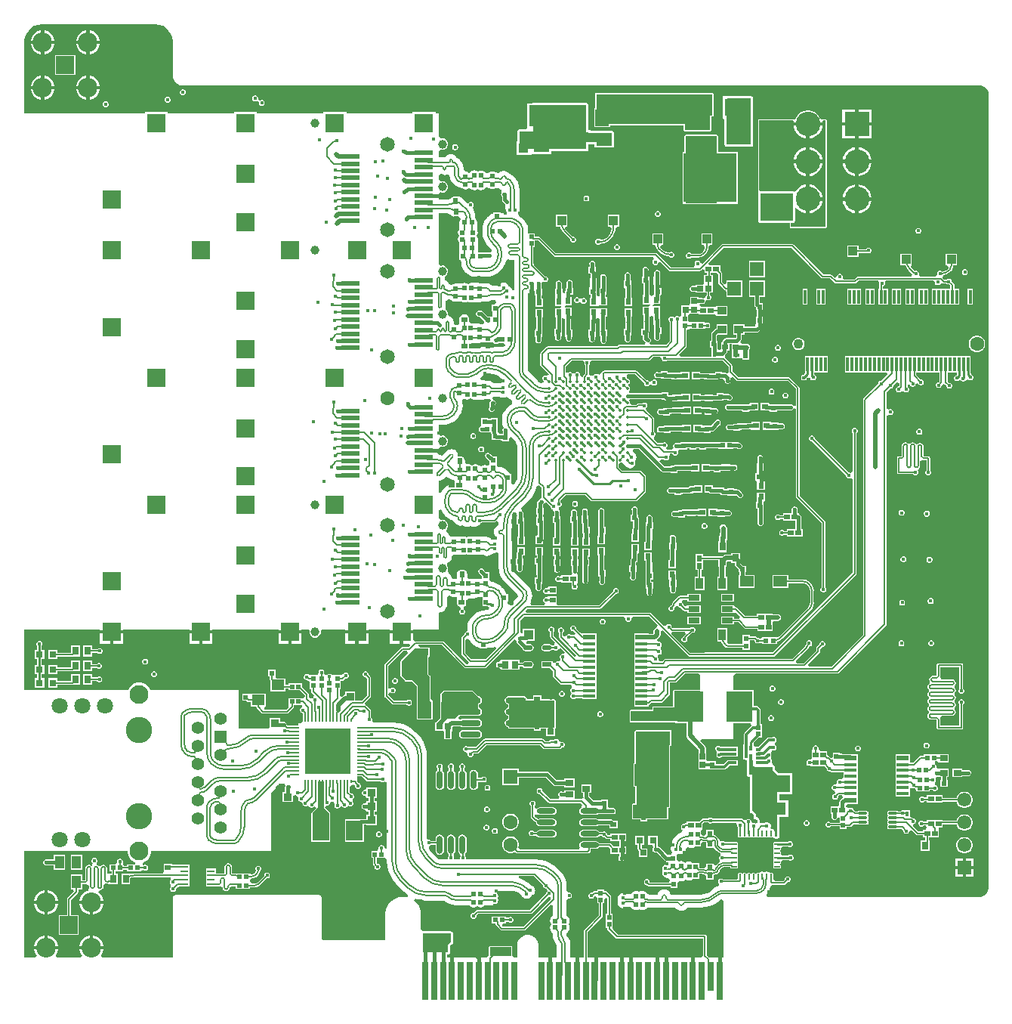
<source format=gtl>
G04*
G04 #@! TF.GenerationSoftware,Altium Limited,Altium Designer,24.4.1 (13)*
G04*
G04 Layer_Physical_Order=1*
G04 Layer_Color=255*
%FSLAX44Y44*%
%MOMM*%
G71*
G04*
G04 #@! TF.SameCoordinates,EFBD3F8D-071C-412C-B344-986AE508E9F6*
G04*
G04*
G04 #@! TF.FilePolarity,Positive*
G04*
G01*
G75*
%ADD14C,0.2540*%
%ADD15C,0.1270*%
%ADD16C,0.1524*%
%ADD19R,2.0000X0.5000*%
%ADD20R,0.6000X0.6500*%
%ADD21R,0.5811X0.5121*%
%ADD22R,0.6500X0.6000*%
%ADD23R,0.6000X0.5500*%
%ADD24R,0.5500X0.6000*%
%ADD25R,0.5500X0.5000*%
%ADD26R,0.5121X0.5811*%
%ADD27R,0.7112X4.1910*%
%ADD28O,0.7000X2.0000*%
%ADD29R,1.5000X1.2000*%
%ADD30R,0.6153X0.5725*%
%ADD31R,0.8500X0.2700*%
%ADD32R,0.3000X1.5500*%
%ADD33R,1.2000X2.7500*%
%ADD34O,0.2000X0.5000*%
%ADD35O,0.5000X0.2000*%
%ADD36R,5.2000X5.2000*%
%ADD37R,0.9051X0.9062*%
%ADD38R,0.5000X0.5500*%
%ADD39R,1.4000X1.2000*%
%ADD40R,0.5200X0.5200*%
%ADD41R,0.5200X0.5200*%
%ADD42R,0.9062X0.9051*%
%ADD43R,1.8545X2.2860*%
%ADD44O,2.3000X0.7000*%
%ADD45R,2.4100X3.1000*%
%ADD46R,1.0500X2.2000*%
%ADD47R,1.0000X1.0500*%
%ADD48C,0.3556*%
%ADD49R,1.9900X2.3300*%
G04:AMPARAMS|DCode=50|XSize=0.3mm|YSize=1mm|CornerRadius=0.0495mm|HoleSize=0mm|Usage=FLASHONLY|Rotation=90.000|XOffset=0mm|YOffset=0mm|HoleType=Round|Shape=RoundedRectangle|*
%AMROUNDEDRECTD50*
21,1,0.3000,0.9010,0,0,90.0*
21,1,0.2010,1.0000,0,0,90.0*
1,1,0.0990,0.4505,0.1005*
1,1,0.0990,0.4505,-0.1005*
1,1,0.0990,-0.4505,-0.1005*
1,1,0.0990,-0.4505,0.1005*
%
%ADD50ROUNDEDRECTD50*%
%ADD51R,0.7500X0.9000*%
%ADD52R,0.4000X0.5000*%
%ADD53R,2.4892X0.9398*%
%ADD54R,5.9182X5.5118*%
%ADD55R,0.8000X0.8000*%
%ADD56R,0.5500X0.5500*%
%ADD57R,1.0383X0.5321*%
G04:AMPARAMS|DCode=58|XSize=1.0383mm|YSize=0.5321mm|CornerRadius=0.2661mm|HoleSize=0mm|Usage=FLASHONLY|Rotation=180.000|XOffset=0mm|YOffset=0mm|HoleType=Round|Shape=RoundedRectangle|*
%AMROUNDEDRECTD58*
21,1,1.0383,0.0000,0,0,180.0*
21,1,0.5061,0.5321,0,0,180.0*
1,1,0.5321,-0.2531,0.0000*
1,1,0.5321,0.2531,0.0000*
1,1,0.5321,0.2531,0.0000*
1,1,0.5321,-0.2531,0.0000*
%
%ADD58ROUNDEDRECTD58*%
%ADD59R,1.3500X0.4000*%
%ADD60R,1.3500X0.6000*%
%ADD61R,0.8500X0.6500*%
%ADD62R,0.6000X0.6750*%
%ADD63R,0.4500X0.6750*%
%ADD64R,0.6750X0.6000*%
%ADD65R,0.6750X0.4500*%
%ADD66R,0.7000X0.6500*%
%ADD67R,1.5000X1.6000*%
%ADD68R,1.0500X1.0000*%
%ADD69R,2.2000X1.0500*%
G04:AMPARAMS|DCode=70|XSize=0.24mm|YSize=0.6mm|CornerRadius=0.0504mm|HoleSize=0mm|Usage=FLASHONLY|Rotation=0.000|XOffset=0mm|YOffset=0mm|HoleType=Round|Shape=RoundedRectangle|*
%AMROUNDEDRECTD70*
21,1,0.2400,0.4992,0,0,0.0*
21,1,0.1392,0.6000,0,0,0.0*
1,1,0.1008,0.0696,-0.2496*
1,1,0.1008,-0.0696,-0.2496*
1,1,0.1008,-0.0696,0.2496*
1,1,0.1008,0.0696,0.2496*
%
%ADD70ROUNDEDRECTD70*%
G04:AMPARAMS|DCode=71|XSize=0.6mm|YSize=0.24mm|CornerRadius=0.0504mm|HoleSize=0mm|Usage=FLASHONLY|Rotation=0.000|XOffset=0mm|YOffset=0mm|HoleType=Round|Shape=RoundedRectangle|*
%AMROUNDEDRECTD71*
21,1,0.6000,0.1392,0,0,0.0*
21,1,0.4992,0.2400,0,0,0.0*
1,1,0.1008,0.2496,-0.0696*
1,1,0.1008,-0.2496,-0.0696*
1,1,0.1008,-0.2496,0.0696*
1,1,0.1008,0.2496,0.0696*
%
%ADD71ROUNDEDRECTD71*%
%ADD72R,0.5725X0.6153*%
%ADD73R,0.8000X0.9500*%
%ADD74O,2.0500X0.6000*%
%ADD75R,1.6000X1.2500*%
%ADD76R,1.1046X1.7062*%
%ADD77R,0.7154X0.6725*%
%ADD78R,0.7000X0.7000*%
%ADD79R,1.3500X1.1000*%
%ADD80R,1.7062X1.1546*%
%ADD81R,3.3000X2.4000*%
%ADD82R,1.4500X1.9000*%
%ADD83R,1.5000X1.8500*%
%ADD84R,1.0000X0.7200*%
%ADD85R,1.1000X1.0500*%
%ADD86R,1.4000X1.4000*%
%ADD87R,1.0000X1.4000*%
%ADD88R,0.5500X0.5500*%
%ADD89R,3.0000X3.5000*%
%ADD90R,0.6500X0.7000*%
%ADD91R,1.2500X0.6500*%
%ADD92R,0.8500X1.2500*%
%ADD93R,0.7393X0.6725*%
%ADD94R,0.7000X0.7000*%
%ADD95R,0.6725X0.7393*%
%ADD96R,1.8500X1.5000*%
%ADD97R,1.1000X1.3500*%
%ADD98R,1.5046X1.9062*%
%ADD99R,1.1546X1.7062*%
%ADD100R,0.6725X0.6682*%
%ADD101R,0.3500X0.6000*%
%ADD102R,0.3500X1.4000*%
%ADD103R,0.6000X0.3500*%
%ADD104R,1.0000X0.9000*%
%ADD105R,0.7000X0.9500*%
%ADD106R,0.5393X0.4725*%
%ADD107R,0.7581X0.8121*%
%ADD108R,0.9000X0.7000*%
%ADD109R,0.7500X0.8500*%
%ADD110R,0.7000X0.9000*%
%ADD111R,0.7112X3.2004*%
G04:AMPARAMS|DCode=142|XSize=3.1mm|YSize=3.1mm|CornerRadius=0.0465mm|HoleSize=0mm|Usage=FLASHONLY|Rotation=0.000|XOffset=0mm|YOffset=0mm|HoleType=Round|Shape=RoundedRectangle|*
%AMROUNDEDRECTD142*
21,1,3.1000,3.0070,0,0,0.0*
21,1,3.0070,3.1000,0,0,0.0*
1,1,0.0930,1.5035,-1.5035*
1,1,0.0930,-1.5035,-1.5035*
1,1,0.0930,-1.5035,1.5035*
1,1,0.0930,1.5035,1.5035*
%
%ADD142ROUNDEDRECTD142*%
%ADD173C,1.1000*%
%ADD174C,1.6000*%
%ADD176R,2.7500X2.7500*%
%ADD177C,2.7500*%
%ADD181C,0.5080*%
%ADD182C,0.1270*%
%ADD183C,0.3810*%
%ADD184C,0.1847*%
%ADD185C,0.1366*%
%ADD186R,1.6000X2.4000*%
%ADD187C,0.1397*%
%ADD188C,0.4572*%
%ADD189C,1.0160*%
%ADD190C,0.2032*%
%ADD191C,0.3048*%
%ADD192C,1.2500*%
%ADD193C,2.2000*%
%ADD194R,2.0000X2.0000*%
%ADD195C,2.9500*%
%ADD196C,1.8000*%
%ADD197C,2.1000*%
%ADD198C,1.4000*%
%ADD199R,2.1000X2.1000*%
%ADD200C,1.0000*%
%ADD201C,1.6500*%
%ADD202C,6.5000*%
%ADD203C,6.3500*%
%ADD204R,1.5500X1.5500*%
%ADD205C,1.5500*%
%ADD206R,1.6000X1.6000*%
%ADD207C,0.4064*%
%ADD208C,0.6600*%
G36*
X77363Y52498D02*
X77396Y52505D01*
X77428Y52499D01*
X79485Y52541D01*
X83550Y51732D01*
X87409Y50134D01*
X90883Y47813D01*
X93837Y44859D01*
X96157Y41386D01*
X97756Y37526D01*
X98571Y33429D01*
Y31345D01*
X98522Y-4146D01*
X98481Y-4906D01*
X98514Y-5134D01*
X98490Y-5363D01*
X98646Y-7040D01*
X98734Y-7333D01*
X98762Y-7638D01*
X99242Y-9252D01*
X99385Y-9523D01*
X99473Y-9816D01*
X100259Y-11306D01*
X100452Y-11544D01*
X100595Y-11815D01*
X101656Y-13122D01*
X101892Y-13318D01*
X102085Y-13555D01*
X103381Y-14631D01*
X103650Y-14776D01*
X103886Y-14972D01*
X105367Y-15774D01*
X105660Y-15864D01*
X105929Y-16010D01*
X107538Y-16507D01*
X107767Y-16531D01*
X107984Y-16610D01*
X108817Y-16738D01*
X109055Y-16727D01*
X109289Y-16774D01*
X1004142Y-16774D01*
X1004171Y-16768D01*
X1004200Y-16773D01*
X1005040Y-16758D01*
X1006695Y-17055D01*
X1008261Y-17670D01*
X1009676Y-18579D01*
X1010887Y-19746D01*
X1011847Y-21127D01*
X1012519Y-22669D01*
X1012877Y-24312D01*
X1012892Y-25124D01*
X1012892Y-915694D01*
X1012892Y-916639D01*
X1012524Y-918492D01*
X1011801Y-920238D01*
X1010751Y-921809D01*
X1009415Y-923145D01*
X1007844Y-924195D01*
X1006098Y-924918D01*
X1004245Y-925286D01*
X1003300Y-925286D01*
X764986D01*
X764077Y-922746D01*
X764475Y-922420D01*
X766446Y-920017D01*
X767912Y-917276D01*
X768814Y-914302D01*
X770513Y-912223D01*
X783523D01*
X784379Y-912053D01*
X785105Y-911568D01*
X787634Y-909039D01*
X788430D01*
X789644Y-908536D01*
X790573Y-907607D01*
X791075Y-906394D01*
Y-905080D01*
X790573Y-903867D01*
X789644Y-902938D01*
X788430Y-902435D01*
X787116D01*
X785903Y-902938D01*
X784974Y-903867D01*
X784471Y-905080D01*
Y-905876D01*
X782597Y-907751D01*
X773702D01*
X773278Y-907371D01*
X771965Y-905380D01*
Y-900388D01*
X771827Y-899696D01*
X771435Y-899110D01*
X770849Y-898717D01*
X770156Y-898580D01*
X768764D01*
X768477Y-898637D01*
X766709Y-897456D01*
X764461Y-897009D01*
X762212Y-897456D01*
X761961Y-897624D01*
X761709Y-897456D01*
X759461Y-897009D01*
X757212Y-897456D01*
X755444Y-898637D01*
X755156Y-898580D01*
X753764D01*
X753072Y-898717D01*
X752486Y-899110D01*
X751435D01*
X750849Y-898717D01*
X750156Y-898580D01*
X748764D01*
X748072Y-898717D01*
X747486Y-899110D01*
X746435D01*
X745849Y-898717D01*
X745156Y-898580D01*
X743764D01*
X743072Y-898717D01*
X742486Y-899110D01*
X741435D01*
X740849Y-898717D01*
X740156Y-898580D01*
X738764D01*
X738072Y-898717D01*
X737486Y-899110D01*
X736435D01*
X735849Y-898717D01*
X735156Y-898580D01*
X733764D01*
X733072Y-898717D01*
X732486Y-899110D01*
X732093Y-899696D01*
X731956Y-900388D01*
Y-905380D01*
X729505Y-906079D01*
X715393D01*
X714830Y-905516D01*
X713616Y-905013D01*
X712303D01*
X711089Y-905516D01*
X710160Y-906445D01*
X709658Y-907658D01*
Y-908972D01*
X710160Y-910186D01*
X710714Y-910739D01*
X710617Y-912513D01*
X710275Y-913527D01*
X708304Y-914124D01*
X705153Y-915808D01*
X702560Y-917937D01*
X702362Y-918069D01*
X700493Y-919689D01*
X699867Y-920202D01*
X696967Y-921752D01*
X693821Y-922707D01*
X690773Y-923007D01*
X690549Y-922962D01*
X656920D01*
X656899Y-922805D01*
X656122Y-920928D01*
X654885Y-919316D01*
X653273Y-918079D01*
X651396Y-917302D01*
X650070Y-917127D01*
X649382Y-916990D01*
X648693Y-917127D01*
X647367Y-917302D01*
X645490Y-918079D01*
X643878Y-919316D01*
X642642Y-920928D01*
X641864Y-922805D01*
X641843Y-922962D01*
X632389D01*
X632226Y-922854D01*
X632022Y-922813D01*
X631730Y-922692D01*
X631663Y-922683D01*
X631567Y-922643D01*
X631169Y-922048D01*
X629868Y-920747D01*
X629162Y-920275D01*
X628451Y-919730D01*
X628173Y-919614D01*
X627962Y-919473D01*
X627713Y-919424D01*
X626847Y-919065D01*
X625125Y-918838D01*
Y-918782D01*
X622876Y-919230D01*
X622775Y-919297D01*
X621470Y-920170D01*
X620164Y-919297D01*
X620063Y-919230D01*
X617814Y-918782D01*
Y-918838D01*
X616093Y-919065D01*
X615227Y-919424D01*
X614977Y-919473D01*
X614766Y-919614D01*
X614488Y-919730D01*
X613777Y-920275D01*
X613071Y-920747D01*
X611772Y-922046D01*
X611531Y-922406D01*
X607381D01*
X607011Y-922122D01*
X605180Y-921364D01*
X603216Y-921105D01*
Y-921057D01*
X600967Y-921505D01*
X600868Y-921571D01*
X599061Y-922778D01*
X597787Y-924685D01*
X597340Y-926933D01*
X597787Y-929182D01*
X598067Y-929600D01*
X597787Y-930019D01*
X597340Y-932267D01*
X597787Y-934516D01*
X599061Y-936422D01*
X600868Y-937630D01*
X600967Y-937696D01*
X603216Y-938143D01*
Y-938095D01*
X605180Y-937837D01*
X607011Y-937078D01*
X607381Y-936794D01*
X611531D01*
X611772Y-937154D01*
X613071Y-938454D01*
X613777Y-938925D01*
X614488Y-939471D01*
X614766Y-939586D01*
X614977Y-939727D01*
X615227Y-939777D01*
X616093Y-940136D01*
X617814Y-940362D01*
Y-940418D01*
X620063Y-939971D01*
X620164Y-939903D01*
X621470Y-939031D01*
X622775Y-939903D01*
X622876Y-939971D01*
X625125Y-940418D01*
Y-940362D01*
X626847Y-940136D01*
X627713Y-939777D01*
X627962Y-939727D01*
X628173Y-939586D01*
X628451Y-939471D01*
X629162Y-938925D01*
X629868Y-938454D01*
X630972Y-937350D01*
X662100D01*
X663313Y-938931D01*
X664925Y-940167D01*
X666802Y-940945D01*
X668127Y-941120D01*
X668816Y-941256D01*
X669505Y-941120D01*
X670830Y-940945D01*
X672707Y-940167D01*
X674319Y-938931D01*
X675532Y-937350D01*
X690586D01*
X690731Y-937321D01*
X695434Y-936951D01*
X700162Y-935816D01*
X704654Y-933956D01*
X708800Y-931415D01*
X710636Y-929847D01*
X712483Y-928287D01*
X712509Y-928270D01*
X714022Y-928183D01*
X716122Y-930163D01*
Y-993399D01*
X700010D01*
X697364Y-990753D01*
Y-970000D01*
X697194Y-969144D01*
X696709Y-968419D01*
X695984Y-967934D01*
X695128Y-967764D01*
X597270D01*
X591993Y-962487D01*
X591674Y-960079D01*
X591674D01*
Y-952579D01*
Y-944539D01*
X590140D01*
Y-925672D01*
X589970Y-924816D01*
X589485Y-924090D01*
X589485Y-924090D01*
X585151Y-919757D01*
X584426Y-919272D01*
X583570Y-919102D01*
X581942D01*
Y-917318D01*
X574402D01*
Y-919102D01*
X571414D01*
X570559Y-919272D01*
X569833Y-919757D01*
X568619Y-920971D01*
X568560Y-920947D01*
X567247D01*
X566033Y-921450D01*
X565104Y-922378D01*
X564602Y-923592D01*
Y-924906D01*
X565104Y-926119D01*
X566033Y-927048D01*
X567247Y-927551D01*
X568560D01*
X569774Y-927048D01*
X570703Y-926119D01*
X571205Y-924906D01*
X571862Y-924807D01*
X574402Y-926835D01*
Y-932858D01*
X575841D01*
Y-946281D01*
X559811Y-962312D01*
X559306Y-963068D01*
X559129Y-963960D01*
Y-993399D01*
X544192D01*
Y-978235D01*
X544162Y-978086D01*
X543776Y-975154D01*
X542586Y-972282D01*
X540786Y-969935D01*
X540701Y-969808D01*
X540691Y-969798D01*
X540626Y-969755D01*
X540155Y-969050D01*
X539990Y-968219D01*
X540005Y-968142D01*
Y-966395D01*
X541520Y-964482D01*
X541520Y-964482D01*
X542917Y-962393D01*
X543407Y-959927D01*
X543395D01*
X542952Y-957697D01*
X541936Y-956177D01*
X542952Y-954657D01*
X543395Y-952427D01*
X543407D01*
X542917Y-949961D01*
X541520Y-947871D01*
X541520Y-947871D01*
X540111Y-945915D01*
Y-929129D01*
X542187Y-927240D01*
X543501D01*
X544714Y-926737D01*
X545643Y-925808D01*
X546146Y-924595D01*
Y-923281D01*
X545643Y-922067D01*
X544714Y-921139D01*
X543501Y-920636D01*
X542187D01*
X540111Y-918747D01*
Y-913028D01*
X540096Y-912954D01*
X539686Y-908795D01*
X538452Y-904725D01*
X536446Y-900973D01*
X533795Y-897743D01*
X533753Y-897680D01*
X529837Y-893763D01*
X529807Y-893743D01*
X525665Y-890206D01*
X520991Y-887342D01*
X515927Y-885244D01*
X510597Y-883964D01*
X505167Y-883537D01*
X505132Y-883530D01*
X427778D01*
X427043Y-882430D01*
Y-881116D01*
X426540Y-879902D01*
X426373Y-879735D01*
X426581Y-876891D01*
X426641Y-876851D01*
X427695Y-875273D01*
X428065Y-873412D01*
Y-860412D01*
X427695Y-858551D01*
X426641Y-856973D01*
X425063Y-855919D01*
X423202Y-855549D01*
X421341Y-855919D01*
X419763Y-856973D01*
X418709Y-858551D01*
X418339Y-860412D01*
Y-873412D01*
X418709Y-875273D01*
X419763Y-876851D01*
X420528Y-877362D01*
X420942Y-879902D01*
X420439Y-881116D01*
Y-882430D01*
X419704Y-883530D01*
X414532D01*
X413887Y-882565D01*
Y-881251D01*
X413385Y-880038D01*
X413253Y-879906D01*
X413436Y-877189D01*
X413941Y-876851D01*
X414995Y-875273D01*
X415365Y-873412D01*
Y-860412D01*
X414995Y-858551D01*
X413941Y-856973D01*
X412363Y-855919D01*
X410502Y-855549D01*
X408641Y-855919D01*
X407063Y-856973D01*
X406009Y-858551D01*
X405639Y-860412D01*
Y-873412D01*
X406009Y-875273D01*
X407063Y-876851D01*
X407632Y-877232D01*
X407825Y-879999D01*
X407786Y-880038D01*
X407283Y-881251D01*
Y-882565D01*
X406638Y-883530D01*
X398981D01*
X398745Y-883577D01*
X396810Y-883192D01*
X395170Y-882096D01*
X395036Y-881896D01*
X389083Y-875943D01*
X388856Y-875791D01*
X386582Y-873021D01*
X385382Y-870776D01*
X385588Y-869944D01*
X386519Y-868026D01*
X387225Y-867733D01*
X387788Y-867170D01*
X392938D01*
Y-873412D01*
X393309Y-875273D01*
X394363Y-876851D01*
X395941Y-877906D01*
X397802Y-878276D01*
X399663Y-877906D01*
X401241Y-876851D01*
X402295Y-875273D01*
X402665Y-873412D01*
Y-860412D01*
X402295Y-858551D01*
X401241Y-856973D01*
X399663Y-855919D01*
X397802Y-855549D01*
X395941Y-855919D01*
X394363Y-856973D01*
X393309Y-858551D01*
X392938Y-860412D01*
Y-862697D01*
X387788D01*
X387225Y-862134D01*
X386011Y-861632D01*
X384698Y-861631D01*
X383350Y-859441D01*
Y-767094D01*
X383334Y-767014D01*
X382932Y-761901D01*
X381716Y-756835D01*
X379722Y-752022D01*
X377000Y-747580D01*
X373669Y-743680D01*
X373623Y-743612D01*
X370725Y-740714D01*
X370695Y-740694D01*
X366554Y-737157D01*
X361880Y-734293D01*
X356815Y-732195D01*
X351485Y-730915D01*
X346056Y-730488D01*
X346020Y-730481D01*
X344885D01*
X344872Y-730483D01*
X343126D01*
X342855Y-730470D01*
X342577Y-730510D01*
X342301Y-730455D01*
X323304D01*
X323169Y-730353D01*
X321856Y-727987D01*
X321872Y-727779D01*
X321872Y-727613D01*
Y-726465D01*
X321370Y-725252D01*
X320807Y-724689D01*
Y-717433D01*
X320636Y-716577D01*
X320152Y-715852D01*
X315448Y-711148D01*
X314888Y-710774D01*
X314688Y-710538D01*
X314031Y-708203D01*
X314044Y-708026D01*
X320035Y-702035D01*
X320484Y-701363D01*
X320642Y-700570D01*
X320642Y-700570D01*
Y-680066D01*
X320484Y-679273D01*
X320035Y-678601D01*
X320035Y-678601D01*
X317755Y-676321D01*
Y-675292D01*
X317253Y-674079D01*
X316324Y-673150D01*
X315110Y-672647D01*
X313796D01*
X312583Y-673150D01*
X311654Y-674079D01*
X311151Y-675292D01*
Y-676606D01*
X311654Y-677820D01*
X312583Y-678748D01*
X313796Y-679251D01*
X314825D01*
X316499Y-680925D01*
Y-699712D01*
X310338Y-705872D01*
X303091D01*
Y-695095D01*
X291489D01*
Y-699067D01*
X290387Y-699286D01*
X289127Y-700128D01*
X288022Y-701233D01*
X285482Y-700181D01*
Y-692676D01*
X287016D01*
Y-683392D01*
X288716D01*
X289572Y-683222D01*
X290298Y-682737D01*
X292299Y-680735D01*
X293096D01*
X294309Y-680232D01*
X295238Y-679303D01*
X295741Y-678090D01*
Y-676776D01*
X295238Y-675563D01*
X294309Y-674634D01*
X293096Y-674131D01*
X291782D01*
X290569Y-674634D01*
X289640Y-675563D01*
X289327Y-676317D01*
X287016Y-677135D01*
X287016Y-677135D01*
X287016Y-677136D01*
X279476D01*
X279476Y-677135D01*
X277029Y-676912D01*
X276127Y-676011D01*
X274914Y-675508D01*
X273600D01*
X272387Y-676011D01*
X271458Y-676940D01*
X271436Y-676992D01*
X268955Y-677136D01*
X268365Y-674619D01*
Y-673305D01*
X267862Y-672091D01*
X266933Y-671162D01*
X265719Y-670660D01*
X264406D01*
X263192Y-671162D01*
X262263Y-672091D01*
X261761Y-673305D01*
Y-674619D01*
X261415Y-677136D01*
X259817Y-677136D01*
Y-677136D01*
X252277D01*
Y-677136D01*
X250733Y-676293D01*
X249519Y-675790D01*
X248206D01*
X246992Y-676293D01*
X246063Y-677222D01*
X245561Y-678436D01*
Y-679749D01*
X246063Y-680963D01*
X246992Y-681892D01*
X248206Y-682394D01*
X249002D01*
X249345Y-682737D01*
X250070Y-683222D01*
X250926Y-683392D01*
X252277Y-685312D01*
Y-692676D01*
X253810D01*
Y-695410D01*
X253981Y-696266D01*
X254465Y-696992D01*
X256765Y-699291D01*
X256767Y-699303D01*
X256021Y-702139D01*
X256007Y-702144D01*
X255078Y-703073D01*
X252720Y-703106D01*
X251099Y-701773D01*
Y-699082D01*
X250929Y-698226D01*
X250444Y-697501D01*
X250444Y-697501D01*
X243582Y-690639D01*
Y-686262D01*
X228042D01*
Y-687795D01*
X224712D01*
Y-680762D01*
X214276D01*
X213424Y-678575D01*
X213424D01*
Y-670835D01*
X205684D01*
Y-678575D01*
X207317D01*
Y-682144D01*
X207488Y-682999D01*
X207972Y-683725D01*
X208172Y-683924D01*
Y-695302D01*
X224712D01*
Y-692268D01*
X228042D01*
Y-693802D01*
X240420D01*
X246626Y-700008D01*
Y-700841D01*
X244263Y-703040D01*
X243582Y-702967D01*
X243582Y-702967D01*
X228042D01*
Y-710507D01*
X228042D01*
X228118Y-713047D01*
X225453Y-715712D01*
X201778D01*
X201125Y-714842D01*
X202394Y-712302D01*
X202712D01*
Y-697762D01*
X186314D01*
X186172Y-697762D01*
X186172Y-697762D01*
X183962Y-698216D01*
Y-698216D01*
X176222D01*
Y-705956D01*
X180800D01*
X181457Y-706613D01*
X182182Y-707098D01*
X183038Y-707268D01*
X186172D01*
Y-712302D01*
X192205D01*
Y-712729D01*
X192376Y-713585D01*
X192860Y-714311D01*
X198079Y-719530D01*
X198079Y-719530D01*
X198805Y-720014D01*
X199661Y-720185D01*
X199661Y-720185D01*
X226379D01*
X227235Y-720014D01*
X227960Y-719530D01*
X233643Y-713847D01*
X234128Y-713121D01*
X234298Y-712265D01*
Y-710507D01*
X243092D01*
X243516Y-712872D01*
X242302Y-713375D01*
X241373Y-714304D01*
X240870Y-715517D01*
Y-716831D01*
X241373Y-718044D01*
X242302Y-718973D01*
X243516Y-719476D01*
X243712D01*
X244326Y-720090D01*
Y-725972D01*
X244248Y-726365D01*
Y-729365D01*
X242063Y-730651D01*
X239645Y-730729D01*
X239151Y-730729D01*
X239562Y-730732D01*
Y-733801D01*
X236812D01*
X236419Y-733879D01*
X227342D01*
X226102Y-732639D01*
Y-732283D01*
X225599Y-731070D01*
X224670Y-730141D01*
X223457Y-729638D01*
X222143D01*
X222104Y-729654D01*
X218755D01*
Y-724785D01*
X207164D01*
Y-736387D01*
X204665Y-736485D01*
X172196D01*
Y-694086D01*
X73194D01*
X73051Y-693553D01*
X71335Y-690580D01*
X68907Y-688152D01*
X65933Y-686435D01*
X62617Y-685546D01*
X59183D01*
X55867Y-686435D01*
X52893Y-688152D01*
X50465Y-690580D01*
X48749Y-693553D01*
X48606Y-694086D01*
X-68122D01*
Y-626119D01*
X16960D01*
Y-626795D01*
X30000D01*
X43040D01*
Y-626119D01*
X116960D01*
Y-626795D01*
X130000D01*
X143040D01*
Y-626119D01*
X216960D01*
Y-626795D01*
X230000D01*
X243040D01*
Y-626119D01*
X250839D01*
X251730Y-627453D01*
Y-629947D01*
X252685Y-632252D01*
X254448Y-634015D01*
X256753Y-634970D01*
X259247D01*
X261552Y-634015D01*
X263315Y-632252D01*
X264270Y-629947D01*
Y-627453D01*
X265161Y-626119D01*
X291960D01*
Y-626795D01*
X305000D01*
X318040D01*
Y-626119D01*
X341960D01*
Y-626795D01*
X355000D01*
X368040D01*
Y-626119D01*
X396902D01*
Y-607368D01*
X398067Y-606346D01*
X400056Y-606084D01*
X401910Y-605316D01*
X403502Y-604095D01*
X404723Y-602503D01*
X405491Y-600649D01*
X405662Y-599347D01*
X405799Y-598660D01*
Y-589581D01*
X406710Y-588906D01*
X408821Y-587870D01*
X408904D01*
X408980Y-587893D01*
X410611Y-588984D01*
X412841Y-589427D01*
X416814D01*
Y-594412D01*
X416666Y-595155D01*
X417110Y-597385D01*
X417973Y-598677D01*
Y-599425D01*
X418597D01*
X420263Y-600538D01*
X420608Y-600607D01*
X420980Y-602416D01*
X420996Y-603274D01*
X420201Y-604069D01*
X419698Y-605283D01*
Y-606596D01*
X420201Y-607810D01*
X421130Y-608739D01*
X422343Y-609241D01*
X423657D01*
X424870Y-608739D01*
X425799Y-607810D01*
X426302Y-606596D01*
Y-605283D01*
X425799Y-604069D01*
X424870Y-603140D01*
X424803Y-603112D01*
X424750Y-601392D01*
X424916Y-600410D01*
X426390Y-599425D01*
X427013D01*
Y-598750D01*
X428024Y-597237D01*
X428468Y-595007D01*
Y-592289D01*
X430249Y-590827D01*
X436917D01*
X437384Y-590734D01*
X439353Y-590475D01*
X441061Y-589767D01*
X445483D01*
Y-599449D01*
X450733D01*
X450983Y-599499D01*
X451916D01*
X453233Y-601126D01*
X453235Y-601758D01*
X452597Y-603838D01*
X451666Y-604113D01*
X450275D01*
X450171Y-604133D01*
X446100Y-604534D01*
X442067Y-605758D01*
X438350Y-607744D01*
X435157Y-610365D01*
X435086Y-610412D01*
X435086Y-610412D01*
X435086Y-610412D01*
X433269Y-612230D01*
X433269Y-612230D01*
X433269Y-612230D01*
X433056Y-612548D01*
X431377Y-614594D01*
X429952Y-617261D01*
X429074Y-620154D01*
X428815Y-622788D01*
X428740Y-623163D01*
X428740D01*
X428740Y-623163D01*
Y-627589D01*
X428318D01*
X427105Y-628091D01*
X426176Y-629020D01*
X425673Y-630234D01*
Y-631263D01*
X422898Y-634037D01*
X422449Y-634710D01*
X422292Y-635502D01*
X422292Y-635503D01*
Y-653224D01*
X422292Y-653224D01*
X422449Y-654017D01*
X422898Y-654689D01*
X430645Y-662436D01*
X430121Y-664357D01*
X429867Y-664715D01*
X427305Y-664846D01*
X402219Y-639760D01*
X401546Y-639310D01*
X400754Y-639153D01*
X400753Y-639153D01*
X370510D01*
X370510Y-639153D01*
X368480Y-637884D01*
X368040Y-637376D01*
Y-630605D01*
X356905D01*
Y-641740D01*
X363335D01*
X364328Y-644039D01*
X362991Y-645678D01*
X356096D01*
X356096Y-645678D01*
X355303Y-645836D01*
X354631Y-646285D01*
X336623Y-664293D01*
X336174Y-664965D01*
X336016Y-665758D01*
X336016Y-665758D01*
Y-700285D01*
X336016Y-700285D01*
X336174Y-701078D01*
X336623Y-701750D01*
X344174Y-709301D01*
X344174Y-709301D01*
X344846Y-709750D01*
X345639Y-709908D01*
X345639Y-709908D01*
X360722D01*
X361450Y-710635D01*
X362663Y-711138D01*
X363977D01*
X365190Y-710635D01*
X366119Y-709706D01*
X366622Y-708493D01*
Y-707179D01*
X366119Y-705965D01*
X365190Y-705036D01*
X363977Y-704534D01*
X362663D01*
X361450Y-705036D01*
X360722Y-705764D01*
X346497D01*
X340228Y-699495D01*
X340440Y-697045D01*
X342706Y-696374D01*
X343297Y-696966D01*
X344511Y-697469D01*
X345825D01*
X347038Y-696966D01*
X347967Y-696037D01*
X348470Y-694824D01*
Y-693510D01*
X347967Y-692296D01*
X347038Y-691367D01*
X345825Y-690865D01*
X344511D01*
X343297Y-691367D01*
X342700Y-691965D01*
X341134Y-691676D01*
X340160Y-691186D01*
Y-666616D01*
X356954Y-649822D01*
X361270D01*
X362322Y-652362D01*
X354195Y-660489D01*
X353792Y-661461D01*
X353792Y-661461D01*
Y-677727D01*
X354195Y-678699D01*
X354195Y-678699D01*
X358891Y-683395D01*
X358891Y-683991D01*
X360161Y-684096D01*
X360161Y-684096D01*
X361388Y-684096D01*
X366592D01*
X371875Y-689380D01*
Y-715097D01*
X371950Y-715277D01*
X371927Y-715472D01*
X371980Y-715538D01*
Y-726920D01*
X389520D01*
Y-705880D01*
X389520D01*
X387625Y-703781D01*
Y-679856D01*
X387625Y-678629D01*
X387625Y-678629D01*
X387520Y-677359D01*
X386945D01*
X385143Y-675556D01*
Y-657526D01*
X386551Y-655322D01*
X386655Y-654052D01*
X386655Y-654052D01*
X386655Y-652825D01*
Y-647327D01*
X386551Y-647075D01*
Y-646057D01*
X385533D01*
X385281Y-645953D01*
X375233D01*
X373875Y-643413D01*
X373953Y-643296D01*
X399895D01*
X425111Y-668512D01*
X425111Y-668512D01*
X425784Y-668962D01*
X426576Y-669119D01*
X426576Y-669119D01*
X448364D01*
X448364Y-669119D01*
X449157Y-668962D01*
X449829Y-668512D01*
X481181Y-637161D01*
X481770Y-637160D01*
X483993Y-638273D01*
X483833Y-639079D01*
X484079Y-640318D01*
X484781Y-641368D01*
X490291Y-646879D01*
X490454Y-647700D01*
X491323Y-649000D01*
X492623Y-649869D01*
X494157Y-650174D01*
X499218D01*
X500752Y-649869D01*
X502052Y-649000D01*
X502921Y-647700D01*
X503226Y-646166D01*
X502921Y-644633D01*
X502052Y-643333D01*
X500752Y-642464D01*
X499218Y-642159D01*
X495586D01*
X494696Y-641001D01*
X495992Y-638520D01*
X504640D01*
Y-625480D01*
X491100D01*
Y-630031D01*
X491031Y-630086D01*
X490234Y-630323D01*
X489968Y-630243D01*
X487874Y-628374D01*
Y-615628D01*
X492354Y-611147D01*
X603980D01*
X605798Y-613359D01*
Y-614673D01*
X606300Y-615886D01*
X607229Y-616815D01*
X608443Y-617318D01*
X609756D01*
X610970Y-616815D01*
X611899Y-615886D01*
X612402Y-614673D01*
Y-613359D01*
X614219Y-611147D01*
X632043D01*
X642086Y-621191D01*
X641742Y-622477D01*
X641032Y-623729D01*
X639942Y-623945D01*
X638681Y-624787D01*
X637839Y-626048D01*
X637544Y-627534D01*
Y-630104D01*
X636843Y-630804D01*
X631777D01*
Y-630419D01*
X615737D01*
Y-638959D01*
Y-645459D01*
Y-651960D01*
Y-658459D01*
Y-664959D01*
Y-671459D01*
Y-677960D01*
Y-684459D01*
Y-690959D01*
Y-697459D01*
Y-703960D01*
Y-712459D01*
X631777D01*
Y-710421D01*
X632613Y-710255D01*
X633338Y-709770D01*
X635398Y-707711D01*
X646293D01*
X647149Y-707541D01*
X647875Y-707056D01*
X655200Y-699730D01*
X655685Y-699005D01*
X655855Y-698149D01*
Y-685370D01*
X661987D01*
X662843Y-685200D01*
X663568Y-684715D01*
X673022Y-675261D01*
X687637D01*
X687637Y-675261D01*
X689506Y-677280D01*
X689506Y-677801D01*
Y-693405D01*
X660799D01*
X659827Y-693808D01*
X659425Y-694780D01*
Y-712155D01*
X637631D01*
X637378Y-712260D01*
X636361D01*
Y-713276D01*
X636256Y-713530D01*
Y-716008D01*
X612011D01*
X611039Y-716410D01*
X610637Y-717382D01*
Y-728530D01*
X611039Y-729502D01*
X612011Y-729904D01*
X662111D01*
Y-731049D01*
X674496D01*
Y-744841D01*
X674792Y-746328D01*
X675634Y-747588D01*
X688281Y-760236D01*
Y-763479D01*
X687646D01*
Y-773019D01*
Y-782520D01*
X696686D01*
Y-782520D01*
X698520Y-782536D01*
Y-782536D01*
X699219Y-782536D01*
X703843D01*
X704615Y-782689D01*
X704615Y-782689D01*
X716879D01*
X716879Y-782689D01*
X717969Y-782472D01*
X718893Y-781855D01*
X721454Y-779293D01*
X723566Y-778259D01*
X732106D01*
Y-772218D01*
X723566D01*
Y-772390D01*
X721481D01*
X720391Y-772607D01*
X719466Y-773224D01*
X719466Y-773224D01*
X715699Y-776992D01*
X707060D01*
Y-773496D01*
X698520D01*
X696686Y-771791D01*
Y-763479D01*
X696051D01*
Y-758626D01*
X695755Y-757140D01*
X694913Y-755880D01*
X690034Y-751001D01*
X690490Y-749739D01*
X691280Y-748654D01*
X725881D01*
X726853Y-748252D01*
X727255Y-747280D01*
Y-731049D01*
X746457D01*
X747228Y-733589D01*
X747198Y-733610D01*
X747198Y-733610D01*
X739215Y-741593D01*
X738597Y-742517D01*
X738380Y-743607D01*
X738380Y-743607D01*
Y-754968D01*
X738316D01*
Y-771508D01*
X739904D01*
X741996Y-772778D01*
Y-788749D01*
X742193Y-789740D01*
X742755Y-790580D01*
X743595Y-791141D01*
X744586Y-791338D01*
X745731D01*
Y-809209D01*
X745670D01*
Y-831351D01*
X747198D01*
X749635Y-833788D01*
Y-836300D01*
X749832Y-837291D01*
X750394Y-838132D01*
X751234Y-838693D01*
X752225Y-838890D01*
X752619D01*
X753348Y-839192D01*
X753905Y-839750D01*
X754207Y-840478D01*
Y-841531D01*
X754176Y-841633D01*
X754189Y-841761D01*
X754164Y-841887D01*
X754238Y-842260D01*
X753027Y-843094D01*
X751882Y-843392D01*
X751518Y-843029D01*
X750305Y-842526D01*
X749413D01*
X748882Y-842426D01*
X747066Y-840771D01*
X746564Y-839558D01*
X745635Y-838629D01*
X744421Y-838126D01*
X743108D01*
X741894Y-838629D01*
X740965Y-839558D01*
X738394Y-839128D01*
X737752Y-838485D01*
X737026Y-838001D01*
X736171Y-837830D01*
X703615D01*
X702967Y-837182D01*
X701754Y-836680D01*
X700440D01*
X699227Y-837182D01*
X698664Y-837745D01*
X693041D01*
X692185Y-837916D01*
X691460Y-838400D01*
X689027Y-840833D01*
X674650D01*
Y-842867D01*
X673476D01*
X672621Y-843037D01*
X671895Y-843522D01*
X671529Y-843888D01*
X670732D01*
X669519Y-844391D01*
X668590Y-845320D01*
X668087Y-846533D01*
Y-847847D01*
X668590Y-849061D01*
X669519Y-849989D01*
X670015Y-850195D01*
X669671Y-852802D01*
X669329Y-852847D01*
X666218Y-854136D01*
X663566Y-856170D01*
X663546Y-856184D01*
X663546Y-856184D01*
X663546Y-856184D01*
X661048Y-858682D01*
X660976Y-858790D01*
X659133Y-861192D01*
X657925Y-864108D01*
X657530Y-867110D01*
X657504Y-867237D01*
Y-868553D01*
X657040Y-869674D01*
X656742Y-871975D01*
X657186Y-874205D01*
X658081Y-875545D01*
X657413Y-877476D01*
X656956Y-878085D01*
X655451D01*
Y-878190D01*
X652911Y-878587D01*
X644148Y-869824D01*
X643507Y-869396D01*
X642195Y-867399D01*
Y-856859D01*
X631656D01*
Y-867399D01*
X636207D01*
X636807Y-869939D01*
X636503Y-870242D01*
X636001Y-871456D01*
Y-872770D01*
X636503Y-873983D01*
X637432Y-874912D01*
X638646Y-875415D01*
X639959D01*
X640116Y-875350D01*
X640518D01*
X649562Y-884394D01*
X650612Y-885096D01*
X651677Y-885308D01*
X651915Y-885481D01*
X653016Y-887882D01*
X652270Y-888962D01*
X650828Y-889248D01*
X648938Y-890511D01*
X647674Y-892402D01*
X647231Y-894632D01*
X647623Y-896601D01*
X647256Y-898442D01*
X647700Y-900672D01*
X648963Y-902562D01*
X650853Y-903825D01*
X653083Y-904269D01*
X654128D01*
X654349Y-904600D01*
X655065Y-905316D01*
X655990Y-906799D01*
X655014Y-909283D01*
X633243D01*
Y-908281D01*
X632740Y-907067D01*
X631811Y-906139D01*
X630598Y-905636D01*
X629284D01*
X628071Y-906139D01*
X627142Y-907067D01*
X626639Y-908281D01*
Y-909595D01*
X627142Y-910808D01*
X628071Y-911737D01*
X629284Y-912240D01*
X629925D01*
X630504Y-912819D01*
X630504Y-912820D01*
X631177Y-913269D01*
X631969Y-913426D01*
X656324D01*
Y-915375D01*
X664364D01*
Y-909526D01*
X664975Y-908950D01*
X666904Y-907866D01*
X668490Y-908181D01*
X670720Y-907738D01*
X672610Y-906475D01*
X673340Y-905745D01*
X673468Y-905831D01*
X674175Y-906374D01*
X674452Y-906488D01*
X674659Y-906627D01*
X674903Y-906675D01*
X675768Y-907033D01*
X677477Y-907258D01*
Y-907314D01*
X679707Y-906870D01*
X679824Y-906792D01*
X681597Y-905607D01*
X681791Y-905318D01*
X688963D01*
Y-899745D01*
X692362D01*
X692716Y-899892D01*
X693211Y-900223D01*
X694438Y-900467D01*
X696284Y-902143D01*
Y-906007D01*
X704824D01*
Y-902582D01*
X705982Y-900521D01*
X708222Y-900075D01*
X708290Y-900062D01*
X708347Y-900023D01*
X708363Y-900013D01*
X710247Y-898754D01*
X710270Y-898732D01*
X711574Y-896779D01*
X711577Y-896775D01*
X711578Y-896773D01*
X712483Y-894565D01*
X714417Y-892632D01*
X714417Y-892632D01*
X716776Y-892194D01*
X722911D01*
X722911Y-892194D01*
X723678D01*
X723793Y-892773D01*
X724185Y-893360D01*
X724772Y-893752D01*
X725464Y-893889D01*
X730456D01*
X731149Y-893752D01*
X731735Y-893360D01*
X732128Y-892773D01*
X732265Y-892081D01*
Y-890688D01*
X732128Y-889996D01*
X731735Y-889410D01*
Y-888360D01*
X732128Y-887773D01*
X732265Y-887081D01*
Y-885689D01*
X732128Y-884996D01*
X731735Y-884410D01*
Y-883360D01*
X732128Y-882773D01*
X732265Y-882081D01*
Y-880688D01*
X732128Y-879996D01*
X731735Y-879410D01*
Y-878360D01*
X732128Y-877773D01*
X732265Y-877081D01*
Y-875688D01*
X732128Y-874996D01*
X731735Y-874410D01*
Y-873360D01*
X732128Y-872773D01*
X732265Y-872081D01*
Y-870688D01*
X732128Y-869996D01*
X731735Y-869410D01*
Y-868360D01*
X732128Y-867773D01*
X732265Y-867081D01*
Y-865688D01*
X732128Y-864996D01*
X731735Y-864410D01*
X731149Y-864017D01*
X730456Y-863880D01*
X725464D01*
X724772Y-864017D01*
X724577Y-864148D01*
X717602D01*
X716689Y-863235D01*
X715475Y-862732D01*
X714161D01*
X712948Y-863235D01*
X712777Y-863405D01*
X711436Y-862950D01*
X711339Y-862215D01*
X710676Y-860615D01*
X709622Y-859240D01*
X709609Y-859253D01*
X708546Y-858190D01*
X708546Y-858190D01*
X707648Y-857292D01*
X707690Y-857250D01*
X707690Y-857250D01*
X707690Y-857250D01*
X706032Y-856142D01*
X705069Y-855951D01*
D01*
X704763Y-855890D01*
Y-850718D01*
X696223D01*
Y-855770D01*
X694875Y-856642D01*
X694233Y-856898D01*
X693683Y-856979D01*
X692854Y-856814D01*
X690923Y-855341D01*
Y-851913D01*
X690923Y-851454D01*
X692031Y-849373D01*
X692190D01*
Y-843996D01*
X693967Y-842218D01*
X698664D01*
X699227Y-842781D01*
X700440Y-843284D01*
X701754D01*
X702967Y-842781D01*
X703446Y-842303D01*
X730225D01*
Y-843227D01*
X731284Y-844446D01*
Y-845760D01*
X731787Y-846973D01*
X732287Y-847474D01*
Y-851407D01*
X732093Y-851696D01*
X731956Y-852389D01*
Y-857381D01*
X732093Y-858073D01*
X732486Y-858660D01*
X733072Y-859052D01*
X733764Y-859189D01*
X735156D01*
X735849Y-859052D01*
X736435Y-858660D01*
X737486D01*
X738072Y-859052D01*
X738764Y-859189D01*
X740156D01*
X740849Y-859052D01*
X741435Y-858660D01*
X742486D01*
X743072Y-859052D01*
X743764Y-859189D01*
X745156D01*
X745849Y-859052D01*
X746435Y-858660D01*
X747486D01*
X748072Y-859052D01*
X748764Y-859189D01*
X750156D01*
X750849Y-859052D01*
X751435Y-858660D01*
X752486D01*
X753072Y-859052D01*
X753764Y-859189D01*
X755156D01*
X755849Y-859052D01*
X756435Y-858660D01*
X757486D01*
X758072Y-859052D01*
X758764Y-859189D01*
X760156D01*
X760849Y-859052D01*
X761435Y-858660D01*
X762486D01*
X763072Y-859052D01*
X763764Y-859189D01*
X765156D01*
X765849Y-859052D01*
X766435Y-858660D01*
X767486D01*
X768072Y-859052D01*
X768764Y-859189D01*
X770156D01*
X770849Y-859052D01*
X771330Y-858918D01*
X771638Y-859206D01*
X771927Y-859515D01*
X772005Y-859550D01*
X772068Y-859609D01*
X772463Y-859757D01*
X772848Y-859932D01*
X772933Y-859934D01*
X773013Y-859965D01*
X774075Y-860140D01*
X774288Y-860133D01*
X774497Y-860175D01*
X776000D01*
X776991Y-859978D01*
X777831Y-859416D01*
X778393Y-858576D01*
X778590Y-857585D01*
Y-835693D01*
X788540D01*
Y-817113D01*
X778590D01*
Y-810601D01*
X792712D01*
Y-786459D01*
X777375D01*
X773590Y-782674D01*
Y-780238D01*
X773393Y-779247D01*
X772831Y-778407D01*
X771991Y-777846D01*
X771182Y-777685D01*
X770667Y-776884D01*
X770020Y-775109D01*
X770419Y-774145D01*
Y-772832D01*
X769916Y-771618D01*
X769511Y-771212D01*
X769001Y-770442D01*
X769118Y-768286D01*
X769621Y-767073D01*
Y-765759D01*
X769204Y-764753D01*
X769155Y-764416D01*
X769899Y-761785D01*
X771028Y-761347D01*
X771441Y-761518D01*
X772754D01*
X773968Y-761015D01*
X774897Y-760086D01*
X775399Y-758873D01*
Y-757559D01*
X774897Y-756346D01*
X773968Y-755417D01*
X773765Y-755333D01*
Y-752583D01*
X773968Y-752500D01*
X774897Y-751571D01*
X775399Y-750357D01*
Y-749044D01*
X774897Y-747830D01*
X773968Y-746901D01*
X772754Y-746398D01*
X771441D01*
X770227Y-746901D01*
X770227Y-746901D01*
X766574D01*
X765484Y-747118D01*
X764560Y-747736D01*
X764560Y-747736D01*
X755077Y-757218D01*
X750566D01*
X750466Y-757049D01*
X749356Y-754968D01*
X749383Y-752440D01*
X754712Y-747111D01*
X758711D01*
Y-739799D01*
Y-731449D01*
X757729D01*
Y-716225D01*
X757729Y-716225D01*
X757729Y-716224D01*
X757603Y-715591D01*
X757513Y-715135D01*
X757513Y-715134D01*
X757513Y-715134D01*
X757226Y-714706D01*
X756895Y-714210D01*
X756895Y-714210D01*
X756895Y-714210D01*
X755110Y-712425D01*
X755109Y-712425D01*
X755109Y-712425D01*
X755109Y-712425D01*
X754716Y-712162D01*
X754185Y-711808D01*
X754185Y-711808D01*
X754185Y-711807D01*
X753552Y-711682D01*
X753095Y-711591D01*
X753095D01*
X753095Y-711591D01*
X753095Y-711591D01*
X749651D01*
Y-693510D01*
X727255D01*
Y-677801D01*
X727255Y-677280D01*
X729125Y-675261D01*
X729125Y-675261D01*
X843915D01*
X844771Y-675090D01*
X845497Y-674606D01*
X898081Y-622021D01*
X898081Y-622021D01*
X898566Y-621295D01*
X898736Y-620439D01*
X898736Y-620439D01*
Y-386666D01*
X899723Y-386000D01*
X901276Y-385382D01*
X902095Y-385722D01*
X903409D01*
X904622Y-385219D01*
X905551Y-384290D01*
X906054Y-383076D01*
Y-381763D01*
X905551Y-380549D01*
X904622Y-379620D01*
X903409Y-379118D01*
X902095D01*
X901276Y-379457D01*
X899723Y-378839D01*
X898736Y-378173D01*
Y-360353D01*
X903045Y-356045D01*
X903765D01*
X904978Y-355542D01*
X905907Y-354613D01*
X906410Y-353399D01*
Y-352680D01*
X908135Y-350954D01*
X908289Y-350724D01*
X910224Y-348789D01*
X912764Y-349841D01*
Y-352954D01*
X912039Y-353679D01*
X911843D01*
X910630Y-354181D01*
X909701Y-355110D01*
X909198Y-356324D01*
Y-357637D01*
X909701Y-358851D01*
X910630Y-359780D01*
X911843Y-360283D01*
X913157D01*
X914370Y-359780D01*
X915299Y-358851D01*
X917980D01*
X918909Y-359780D01*
X920122Y-360283D01*
X921436D01*
X922650Y-359780D01*
X923578Y-358851D01*
X924081Y-357637D01*
Y-356324D01*
X923578Y-355110D01*
X922650Y-354181D01*
X922236Y-354010D01*
Y-351462D01*
X924698Y-351273D01*
X925201Y-352487D01*
X926130Y-353416D01*
X927343Y-353918D01*
X928657D01*
X929870Y-353416D01*
X930799Y-352487D01*
X931302Y-351273D01*
Y-351148D01*
X933659Y-349517D01*
X933869Y-349627D01*
Y-349641D01*
X934372Y-350855D01*
X935301Y-351784D01*
X936514Y-352287D01*
X937828D01*
X939042Y-351784D01*
X939970Y-350855D01*
X940473Y-349641D01*
Y-348328D01*
X939970Y-347114D01*
X939042Y-346185D01*
X937828Y-345683D01*
X936616D01*
X931942Y-341009D01*
Y-337789D01*
X957764D01*
Y-348512D01*
X957479Y-348797D01*
X956683D01*
X955469Y-349300D01*
X954540Y-350229D01*
X954037Y-351442D01*
Y-352756D01*
X954540Y-353969D01*
X955469Y-354898D01*
X956683Y-355401D01*
X957996D01*
X959210Y-354898D01*
X960139Y-353969D01*
X960641Y-352756D01*
X962835Y-351124D01*
X964270Y-351244D01*
X965707Y-352681D01*
Y-353477D01*
X966209Y-354691D01*
X967138Y-355620D01*
X968352Y-356122D01*
X969665D01*
X970879Y-355620D01*
X971808Y-354691D01*
X972311Y-353477D01*
Y-352163D01*
X971808Y-350950D01*
X970879Y-350021D01*
X969665Y-349518D01*
X968869D01*
X967236Y-347885D01*
Y-337789D01*
X977411D01*
Y-340447D01*
X976645Y-341212D01*
X975629Y-341633D01*
X974700Y-342561D01*
X974198Y-343775D01*
Y-345089D01*
X974700Y-346302D01*
X975629Y-347231D01*
X976843Y-347734D01*
X978157D01*
X979370Y-347231D01*
X981306Y-346834D01*
X982471Y-347450D01*
X982691Y-347670D01*
X983904Y-348173D01*
X985218D01*
X986432Y-347670D01*
X987361Y-346741D01*
X987488Y-346435D01*
X987928Y-346214D01*
X990086Y-345859D01*
X990256Y-345884D01*
X990630Y-346258D01*
X991843Y-346761D01*
X993157D01*
X994370Y-346258D01*
X995299Y-345329D01*
X995802Y-344115D01*
Y-342802D01*
X995299Y-341588D01*
X994370Y-340659D01*
X993355Y-340239D01*
X993247Y-340131D01*
X992770Y-337789D01*
X992770Y-337789D01*
X992770Y-337789D01*
Y-319749D01*
X852230D01*
Y-337789D01*
X898846D01*
X899818Y-340135D01*
X892639Y-347314D01*
X891843D01*
X890629Y-347817D01*
X889700Y-348746D01*
X889198Y-349960D01*
Y-350756D01*
X872945Y-367009D01*
X872460Y-367734D01*
X872290Y-368590D01*
Y-632056D01*
X836674Y-667672D01*
X811773D01*
X810721Y-665132D01*
X823581Y-652271D01*
X824066Y-651545D01*
X824236Y-650690D01*
Y-647680D01*
X826551Y-645365D01*
X827347D01*
X828561Y-644862D01*
X829490Y-643934D01*
X829993Y-642720D01*
Y-641406D01*
X829490Y-640193D01*
X828561Y-639264D01*
X827347Y-638761D01*
X826034D01*
X824820Y-639264D01*
X823891Y-640193D01*
X823389Y-641406D01*
Y-642203D01*
X820419Y-645172D01*
X819934Y-645898D01*
X819764Y-646754D01*
Y-649763D01*
X805833Y-663694D01*
X798021D01*
X796969Y-661154D01*
X810581Y-647541D01*
X810581Y-647541D01*
X811066Y-646816D01*
X811230Y-645993D01*
X812461Y-644762D01*
X812657D01*
X813871Y-644259D01*
X814799Y-643330D01*
X815302Y-642117D01*
Y-640803D01*
X814799Y-639590D01*
X813871Y-638661D01*
X812657Y-638158D01*
X811343D01*
X810130Y-638661D01*
X809201Y-639590D01*
X808698Y-640803D01*
Y-642117D01*
X808722Y-642175D01*
X807419Y-643479D01*
X806934Y-644204D01*
X806770Y-645027D01*
X793000Y-658798D01*
X651107D01*
X650252Y-658968D01*
X649526Y-659453D01*
X647526Y-661453D01*
X645152D01*
X643169Y-659602D01*
Y-658288D01*
X642666Y-657075D01*
X642040Y-656448D01*
X642466Y-655049D01*
X642639Y-654700D01*
X643012Y-654101D01*
X644069D01*
X645283Y-653599D01*
X646212Y-652670D01*
X646714Y-651456D01*
Y-650143D01*
X646212Y-648929D01*
X645653Y-648370D01*
X645478Y-646757D01*
X645688Y-645418D01*
X646296Y-644810D01*
X646799Y-643596D01*
Y-642283D01*
X646296Y-641069D01*
X645367Y-640140D01*
X644154Y-639637D01*
X642840D01*
X641236Y-637552D01*
X641224Y-637512D01*
X641222Y-637413D01*
X644175Y-634460D01*
X645017Y-633200D01*
X645313Y-631713D01*
Y-628010D01*
X646452Y-627229D01*
X647772Y-626876D01*
X676349Y-655454D01*
X676349Y-655454D01*
X677021Y-655903D01*
X677814Y-656061D01*
X693611D01*
X694438Y-656225D01*
X772200D01*
X773056Y-656055D01*
X773782Y-655570D01*
X864473Y-564878D01*
X864473Y-564878D01*
X864958Y-564153D01*
X865128Y-563297D01*
X865128Y-563297D01*
Y-405715D01*
X865692Y-405152D01*
X866194Y-403938D01*
Y-402625D01*
X865692Y-401411D01*
X864763Y-400482D01*
X863549Y-399980D01*
X862235D01*
X861022Y-400482D01*
X860093Y-401411D01*
X859590Y-402625D01*
Y-403938D01*
X860093Y-405152D01*
X860656Y-405715D01*
Y-449211D01*
X859220Y-449997D01*
X858116Y-450391D01*
X857121Y-449979D01*
X856092D01*
X818302Y-412189D01*
Y-411160D01*
X817799Y-409946D01*
X816870Y-409018D01*
X815657Y-408515D01*
X814343D01*
X813129Y-409018D01*
X812200Y-409946D01*
X811698Y-411160D01*
Y-412474D01*
X812200Y-413687D01*
X813129Y-414616D01*
X814343Y-415119D01*
X815372D01*
X853162Y-452909D01*
Y-453938D01*
X853665Y-455152D01*
X854594Y-456081D01*
X855807Y-456583D01*
X857121D01*
X858116Y-456171D01*
X859220Y-456565D01*
X860656Y-457351D01*
Y-562371D01*
X771274Y-651752D01*
X694438D01*
X693611Y-651917D01*
X678672D01*
X657583Y-630828D01*
X657634Y-630453D01*
X658717Y-628369D01*
X672853D01*
X673825Y-630716D01*
X670813Y-633728D01*
X670576Y-634082D01*
X670316Y-634190D01*
X669387Y-635119D01*
X668884Y-636332D01*
Y-637646D01*
X669387Y-638860D01*
X670316Y-639789D01*
X671529Y-640291D01*
X672843D01*
X674057Y-639789D01*
X674986Y-638860D01*
X675488Y-637646D01*
Y-636332D01*
X674986Y-635119D01*
X674951Y-635084D01*
X680306Y-629729D01*
X681518D01*
X682731Y-629226D01*
X683660Y-628297D01*
X684163Y-627084D01*
Y-625770D01*
X683660Y-624557D01*
X682731Y-623628D01*
X681518Y-623125D01*
X680204D01*
X678990Y-623628D01*
X678133Y-624485D01*
X658719D01*
X657845Y-623611D01*
Y-622399D01*
X657342Y-621185D01*
X656413Y-620256D01*
X655200Y-619754D01*
X653886D01*
X652673Y-620256D01*
X651744Y-621185D01*
X651682Y-621334D01*
X649019Y-622103D01*
X648834Y-622078D01*
X634366Y-607611D01*
X633694Y-607162D01*
X632901Y-607004D01*
X632901Y-607004D01*
X494844D01*
X493792Y-604464D01*
X495457Y-602799D01*
X577201D01*
X577201Y-602799D01*
X577994Y-602641D01*
X578666Y-602192D01*
X594909Y-585949D01*
X595938D01*
X597151Y-585446D01*
X598080Y-584518D01*
X598583Y-583304D01*
Y-581990D01*
X598080Y-580777D01*
X597151Y-579848D01*
X595938Y-579345D01*
X594624D01*
X593411Y-579848D01*
X592482Y-580777D01*
X591979Y-581990D01*
Y-583019D01*
X576343Y-598655D01*
X530912D01*
X528900Y-597380D01*
X528900Y-596115D01*
Y-588840D01*
X519860D01*
X519860Y-588840D01*
X517867Y-589809D01*
X516553D01*
X515339Y-590311D01*
X514410Y-591240D01*
X513908Y-592454D01*
Y-593767D01*
X514410Y-594981D01*
X515339Y-595910D01*
X515835Y-596115D01*
X515330Y-598655D01*
X500709D01*
X500148Y-598092D01*
X499292Y-596133D01*
X499622Y-595464D01*
X499719Y-595131D01*
X499972Y-594574D01*
X500185Y-594175D01*
X501096Y-591171D01*
X501370Y-588394D01*
X501439Y-588046D01*
X501365Y-587675D01*
X501104Y-585021D01*
X500221Y-582112D01*
X500159Y-581994D01*
X499852Y-581312D01*
X499787Y-581073D01*
X499120Y-579680D01*
X499115Y-579682D01*
X498002Y-578170D01*
X498002Y-578170D01*
X497648Y-577816D01*
X496890Y-577058D01*
X496890Y-577058D01*
X496890Y-577058D01*
X481540Y-561709D01*
X481394Y-561611D01*
X480162Y-560005D01*
X479321Y-557975D01*
X479057Y-555968D01*
X479091Y-555795D01*
Y-507840D01*
X479038Y-507573D01*
X479389Y-504006D01*
X479560Y-503442D01*
X480507Y-500320D01*
X481080Y-499249D01*
X484372Y-498444D01*
X484321Y-500965D01*
X483760D01*
Y-508627D01*
X485541D01*
Y-511404D01*
X485258D01*
Y-520694D01*
X484532Y-521932D01*
X484532D01*
Y-531222D01*
X493072D01*
Y-521932D01*
X493072D01*
X492298Y-520694D01*
Y-511404D01*
X492015D01*
Y-508627D01*
X492111D01*
Y-500965D01*
X491173D01*
Y-496313D01*
X491237Y-496157D01*
Y-494843D01*
X490735Y-493630D01*
X489806Y-492701D01*
X489742Y-492674D01*
X488985Y-489899D01*
X488998Y-489826D01*
X497821Y-481003D01*
X497841Y-480973D01*
X501382Y-476827D01*
X504250Y-472147D01*
X504251Y-472145D01*
X505239Y-470014D01*
X505276Y-469958D01*
X505296Y-469858D01*
X506047Y-467809D01*
X506350Y-467077D01*
X506803Y-465188D01*
X509605Y-464398D01*
X512236Y-467028D01*
Y-477452D01*
X512236Y-477452D01*
X511381Y-478868D01*
X510262Y-479557D01*
X509986Y-479671D01*
X509057Y-480600D01*
X508944Y-480874D01*
X507764Y-482054D01*
X507062Y-483104D01*
X506816Y-484343D01*
Y-489589D01*
X505878D01*
Y-497250D01*
X506871D01*
Y-500200D01*
X505933D01*
Y-507861D01*
X506074D01*
X507282Y-509901D01*
Y-519191D01*
X506328Y-521335D01*
X505373D01*
Y-530625D01*
X513913D01*
Y-525457D01*
X514039Y-524821D01*
Y-519191D01*
X514322D01*
Y-510385D01*
X514322Y-509901D01*
X514322D01*
X514284Y-507861D01*
X514283D01*
Y-500200D01*
X513345D01*
Y-497250D01*
X514228D01*
Y-489589D01*
X513290D01*
Y-485684D01*
X513688Y-485286D01*
X513727Y-485270D01*
X514656Y-484341D01*
X514661Y-484328D01*
X516932Y-483610D01*
X517505Y-483644D01*
X517842Y-484148D01*
X520223Y-486529D01*
X520223Y-486529D01*
X520895Y-486978D01*
X521311Y-487061D01*
X522237Y-487987D01*
Y-489016D01*
X522740Y-490229D01*
X523669Y-491158D01*
X524273Y-491409D01*
X524951Y-491821D01*
X525833Y-493878D01*
X525834Y-493878D01*
X525834Y-494201D01*
Y-495191D01*
X525898Y-495348D01*
Y-499108D01*
X524960D01*
Y-506769D01*
X526543D01*
Y-510604D01*
X526260D01*
Y-519894D01*
X526543D01*
Y-522505D01*
X524908D01*
Y-531796D01*
X533448D01*
Y-522505D01*
X533017D01*
Y-519894D01*
X533300D01*
Y-510604D01*
X533017D01*
Y-506769D01*
X533311D01*
Y-499108D01*
X532373D01*
Y-495348D01*
X532438Y-495191D01*
Y-493878D01*
X531935Y-492664D01*
X531006Y-491735D01*
X531272Y-489138D01*
X531526Y-488830D01*
X531828D01*
X533041Y-488327D01*
X533970Y-487398D01*
X534473Y-486185D01*
Y-484871D01*
X533970Y-483658D01*
X533243Y-482930D01*
Y-481426D01*
X539234Y-475435D01*
X561105D01*
X567460Y-481790D01*
X567460Y-481790D01*
X568132Y-482239D01*
X568925Y-482397D01*
X568925Y-482397D01*
X617402D01*
X617402Y-482397D01*
X618195Y-482239D01*
X618867Y-481790D01*
X628487Y-472171D01*
X628936Y-471499D01*
X629093Y-470706D01*
X629093Y-470706D01*
Y-454820D01*
X629093Y-454820D01*
X628936Y-454027D01*
X628487Y-453355D01*
X628487Y-453355D01*
X623609Y-448477D01*
X622937Y-448028D01*
X622144Y-447870D01*
X622144Y-447870D01*
X602158D01*
X598273Y-443984D01*
Y-441449D01*
X599339Y-439302D01*
X599916Y-439169D01*
X600617D01*
X601528Y-438798D01*
X601786Y-438739D01*
X603852Y-440183D01*
X603891Y-440241D01*
X607208Y-443558D01*
X609098Y-444821D01*
X611328Y-445265D01*
X613558Y-444821D01*
X615448Y-443558D01*
X616712Y-441668D01*
X617155Y-439438D01*
X616712Y-437208D01*
X616583Y-437016D01*
X616700Y-436937D01*
X617963Y-435047D01*
X618407Y-432817D01*
Y-432753D01*
X617963Y-430523D01*
X616700Y-428632D01*
X613963Y-425896D01*
X615015Y-423356D01*
X620784D01*
X646013Y-448584D01*
X647063Y-449286D01*
X648302Y-449533D01*
X656714D01*
Y-450471D01*
X664375D01*
Y-447861D01*
X667670D01*
Y-448324D01*
X676960D01*
Y-448324D01*
X679420Y-448519D01*
Y-448894D01*
X688710D01*
Y-440354D01*
X679420D01*
Y-441090D01*
X676960Y-441284D01*
X676960Y-441284D01*
X676960Y-441284D01*
X667670D01*
Y-441387D01*
X661871D01*
X660632Y-441633D01*
X659904Y-442120D01*
X656714D01*
Y-443058D01*
X649643D01*
X644294Y-437710D01*
X645347Y-435170D01*
X649371D01*
X650098Y-435897D01*
X651312Y-436400D01*
X652626D01*
X653839Y-435897D01*
X654768Y-434968D01*
X655271Y-433755D01*
Y-432441D01*
X654896Y-431536D01*
X655411Y-430174D01*
X656129Y-428996D01*
X658548D01*
X658750Y-429485D01*
X659679Y-430414D01*
X660893Y-430917D01*
X662206D01*
X663420Y-430414D01*
X664349Y-429485D01*
X664852Y-428272D01*
Y-426958D01*
X666257Y-424459D01*
X667441Y-424357D01*
Y-424357D01*
X675102D01*
Y-422339D01*
X677918D01*
Y-424501D01*
X685579D01*
Y-422339D01*
X688453D01*
Y-424246D01*
X696114D01*
Y-422339D01*
X700200D01*
Y-422621D01*
X709490D01*
X709490Y-422621D01*
X711450Y-423308D01*
X711450Y-423308D01*
X711746Y-423308D01*
X726990D01*
Y-422775D01*
X731179D01*
X731989Y-423317D01*
X732818Y-423481D01*
X733171Y-423628D01*
X734485D01*
X735698Y-423125D01*
X736627Y-422196D01*
X737130Y-420983D01*
Y-419669D01*
X736627Y-418455D01*
X735698Y-417526D01*
X734485Y-417024D01*
X734392D01*
X733679Y-416547D01*
X732440Y-416301D01*
X726990D01*
Y-415768D01*
X711450D01*
Y-415768D01*
X709490Y-415581D01*
Y-415582D01*
X708987Y-415582D01*
X700200D01*
Y-415864D01*
X672352D01*
X671638Y-416006D01*
X667441D01*
Y-416944D01*
X663235D01*
X663079Y-416880D01*
X661765D01*
X660552Y-417382D01*
X659623Y-418311D01*
X659120Y-419525D01*
Y-420838D01*
X659623Y-422052D01*
X659650Y-422079D01*
X659655Y-422609D01*
X657645Y-424852D01*
X651995D01*
X651490Y-422312D01*
X651690Y-422229D01*
X652619Y-421301D01*
X653122Y-420087D01*
Y-418773D01*
X652619Y-417560D01*
X651690Y-416631D01*
X650477Y-416128D01*
X649163D01*
X647949Y-416631D01*
X647563Y-417017D01*
X642277D01*
X637865Y-412605D01*
X637892Y-409844D01*
X638821Y-408915D01*
X639323Y-407702D01*
Y-406388D01*
X638821Y-405175D01*
X638093Y-404447D01*
Y-389830D01*
X637935Y-389037D01*
X637486Y-388365D01*
X637486Y-388365D01*
X629538Y-380417D01*
X629087Y-377854D01*
X630015Y-376926D01*
X630518Y-375712D01*
Y-374398D01*
X630015Y-373185D01*
X629087Y-372256D01*
X627873Y-371753D01*
X626559D01*
X625346Y-372256D01*
X625104Y-372497D01*
X620593D01*
X620592Y-372497D01*
X619800Y-372655D01*
X619128Y-373104D01*
X618000Y-374232D01*
X613181D01*
X611059Y-372719D01*
Y-371506D01*
X610595Y-370386D01*
X610098Y-369889D01*
X610439Y-368186D01*
X610876Y-367349D01*
X646417D01*
Y-368248D01*
X649501D01*
X650052Y-368800D01*
X651102Y-369501D01*
X652341Y-369748D01*
X658182D01*
Y-370031D01*
X667472D01*
X667472Y-370031D01*
X669191Y-370527D01*
X669191Y-370527D01*
X669806Y-370527D01*
X678481D01*
Y-361987D01*
X669191D01*
Y-361987D01*
X667472Y-362991D01*
X658182D01*
Y-363273D01*
X654079D01*
Y-359898D01*
X646417D01*
Y-360874D01*
X610876D01*
X610439Y-360038D01*
X610098Y-358335D01*
X610595Y-357837D01*
X611059Y-356717D01*
Y-355504D01*
X610595Y-354384D01*
X609737Y-353527D01*
X609636Y-353485D01*
Y-350753D01*
X609738Y-350694D01*
X610595Y-349836D01*
X611059Y-348716D01*
Y-347503D01*
X610595Y-346383D01*
X609737Y-345526D01*
X608617Y-345062D01*
X608023D01*
X607780Y-344819D01*
Y-343920D01*
X607277Y-342706D01*
X607136Y-342565D01*
X608188Y-340025D01*
X616975D01*
X626728Y-349777D01*
Y-350806D01*
X627231Y-352020D01*
X628160Y-352949D01*
X629373Y-353451D01*
X630687D01*
X631900Y-352949D01*
X632829Y-352020D01*
X632899Y-351852D01*
X634045Y-351570D01*
X635679Y-351523D01*
X636322Y-352166D01*
X637536Y-352669D01*
X638849D01*
X640063Y-352166D01*
X640992Y-351237D01*
X641495Y-350024D01*
Y-348710D01*
X640992Y-347496D01*
X640063Y-346568D01*
X640711Y-344231D01*
X642024Y-344231D01*
X642181Y-344167D01*
X645876D01*
Y-345105D01*
X653538D01*
Y-344651D01*
X657230D01*
Y-345419D01*
X666520D01*
Y-345419D01*
X668473Y-345755D01*
X668473Y-345755D01*
X668921Y-345755D01*
X677763D01*
Y-337215D01*
X668473D01*
Y-337215D01*
X666520Y-338379D01*
X662405D01*
X661390Y-338177D01*
X653538D01*
Y-336754D01*
X645876D01*
Y-337692D01*
X642181D01*
X642024Y-337627D01*
X640711D01*
X639497Y-338130D01*
X638568Y-339059D01*
X638065Y-340273D01*
Y-341586D01*
X638568Y-342800D01*
X639497Y-343729D01*
X638849Y-346065D01*
X637536Y-346065D01*
X636322Y-346568D01*
X635393Y-347496D01*
X635324Y-347664D01*
X634178Y-347947D01*
X632544Y-347994D01*
X631900Y-347350D01*
X630687Y-346847D01*
X629658D01*
X619299Y-336488D01*
X618626Y-336039D01*
X617834Y-335881D01*
X617833Y-335881D01*
X581956D01*
X581163Y-336039D01*
X580491Y-336488D01*
X580491Y-336488D01*
X579574Y-337405D01*
X579125Y-338077D01*
X578968Y-338870D01*
X578968Y-338870D01*
Y-339026D01*
X576428Y-340384D01*
X575797Y-339962D01*
X573567Y-339518D01*
X571337Y-339962D01*
X569446Y-341225D01*
X566890Y-341396D01*
X566330Y-340985D01*
X565137Y-339694D01*
Y-329598D01*
X565865Y-328870D01*
X566368Y-327657D01*
Y-326343D01*
X568354Y-324502D01*
X632000D01*
X632000Y-324502D01*
X632793Y-324344D01*
X633465Y-323895D01*
X636987Y-320373D01*
X644693D01*
X646889Y-321709D01*
Y-323022D01*
X647392Y-324236D01*
X648321Y-325165D01*
X649535Y-325668D01*
X650848D01*
X652062Y-325165D01*
X652582Y-324645D01*
X715057D01*
X721604Y-331192D01*
Y-336975D01*
X721604Y-336975D01*
X721666Y-337286D01*
X720177Y-338535D01*
X719601Y-338814D01*
X718551Y-338112D01*
X717312Y-337865D01*
X714161D01*
Y-336927D01*
X706499D01*
Y-338835D01*
X702856D01*
Y-338553D01*
X697973D01*
X697917Y-338541D01*
X689763D01*
Y-337215D01*
X680473D01*
Y-345755D01*
X689763D01*
Y-345016D01*
X693566D01*
Y-345592D01*
X702856D01*
Y-345310D01*
X709674D01*
X709834Y-345278D01*
X714161D01*
Y-345278D01*
X714955Y-345213D01*
X715937Y-345824D01*
X717288Y-347406D01*
Y-348028D01*
X717791Y-349241D01*
X718719Y-350170D01*
X719933Y-350673D01*
X721247D01*
X722460Y-350170D01*
X723389Y-349241D01*
X723892Y-348028D01*
Y-346714D01*
X723779Y-346440D01*
Y-344332D01*
X726102Y-342995D01*
X726693Y-342922D01*
X730623Y-346852D01*
X730623Y-346852D01*
X731295Y-347301D01*
X732088Y-347459D01*
X732088Y-347459D01*
X788077D01*
X796868Y-356249D01*
Y-375051D01*
X794328Y-375557D01*
X794081Y-374961D01*
X793152Y-374032D01*
X791938Y-373530D01*
X790625D01*
X790468Y-373595D01*
X788012D01*
Y-373312D01*
X778722D01*
Y-373595D01*
X772649D01*
X771410Y-373841D01*
X771374Y-373865D01*
X767954D01*
X767070Y-372045D01*
X757780D01*
Y-380585D01*
X767070D01*
X767954Y-382216D01*
X775616D01*
Y-380069D01*
X778722D01*
Y-380352D01*
X788012D01*
Y-380069D01*
X790468D01*
X790625Y-380134D01*
X791938D01*
X793152Y-379631D01*
X794081Y-378702D01*
X794328Y-378107D01*
X796868Y-378612D01*
Y-476722D01*
X796868Y-476722D01*
X797025Y-477514D01*
X797475Y-478187D01*
X825873Y-506586D01*
Y-578448D01*
X825146Y-579176D01*
X824643Y-580389D01*
Y-581703D01*
X825146Y-582917D01*
X826075Y-583845D01*
X827288Y-584348D01*
X828602D01*
X829816Y-583845D01*
X830745Y-582917D01*
X831247Y-581703D01*
Y-580389D01*
X830745Y-579176D01*
X830017Y-578448D01*
Y-505728D01*
X830017Y-505728D01*
X829859Y-504935D01*
X829410Y-504263D01*
X829410Y-504262D01*
X801011Y-475863D01*
Y-355391D01*
X801011Y-355391D01*
X800854Y-354598D01*
X800404Y-353926D01*
X790400Y-343922D01*
X789728Y-343473D01*
X788935Y-343315D01*
X788935Y-343315D01*
X732946D01*
X725748Y-336117D01*
Y-330334D01*
X725748Y-330334D01*
X725590Y-329541D01*
X725141Y-328869D01*
X725141Y-328869D01*
X717642Y-321370D01*
X717375Y-321038D01*
X717211Y-318648D01*
X717313Y-318241D01*
X719075Y-316479D01*
X719424Y-315956D01*
X719777Y-315429D01*
X719777Y-315429D01*
X719777Y-315429D01*
X719895Y-314835D01*
X720023Y-314190D01*
Y-313911D01*
X722370D01*
Y-305715D01*
X725080D01*
Y-312403D01*
X725080Y-313911D01*
X725079Y-313911D01*
X725256Y-314870D01*
X725256D01*
Y-321910D01*
X728308D01*
X728404Y-321975D01*
X729890Y-322275D01*
X731377Y-321983D01*
X731487Y-321910D01*
X734546D01*
Y-321910D01*
X736959Y-322216D01*
Y-323535D01*
X744621D01*
Y-319631D01*
X744675Y-319360D01*
Y-312378D01*
X745446Y-311223D01*
X745742Y-309737D01*
X745446Y-308250D01*
X744604Y-306990D01*
X743344Y-306148D01*
X741857Y-305852D01*
X736098D01*
X734636Y-303655D01*
X734741Y-302984D01*
X735514Y-302211D01*
X736216Y-301161D01*
X736462Y-299922D01*
Y-295734D01*
X739495D01*
Y-293201D01*
X753132D01*
X754371Y-292955D01*
X755421Y-292253D01*
X758419Y-289255D01*
X759121Y-288205D01*
X759367Y-286966D01*
Y-283295D01*
X760305D01*
Y-275633D01*
X759367D01*
Y-268055D01*
X760305D01*
Y-260394D01*
X756727D01*
Y-253200D01*
X762260D01*
Y-234660D01*
X744720D01*
Y-253200D01*
X750253D01*
Y-261929D01*
X750499Y-263168D01*
X751201Y-264218D01*
X751955Y-264722D01*
Y-268055D01*
X752893D01*
Y-275633D01*
X751955D01*
Y-283295D01*
X751955D01*
X751482Y-285639D01*
X750494Y-286727D01*
X739495D01*
Y-284194D01*
X726955D01*
Y-295734D01*
X729987D01*
Y-298581D01*
X729328Y-299241D01*
X719293D01*
X718712Y-299356D01*
X718055Y-299487D01*
X718055Y-299487D01*
X718055Y-299487D01*
X717550Y-299825D01*
X717005Y-300189D01*
X715061Y-302132D01*
X715060Y-302132D01*
X715060Y-302132D01*
X714711Y-302654D01*
X714359Y-303182D01*
X714359Y-303183D01*
X714358Y-303183D01*
X714326Y-303347D01*
X713080Y-305371D01*
X713080Y-305371D01*
X713080Y-305371D01*
Y-312160D01*
X710866Y-312912D01*
X710387Y-312824D01*
X709977Y-312289D01*
X709408Y-309985D01*
X709408D01*
Y-302324D01*
X708470D01*
Y-296241D01*
X708977Y-295734D01*
X720495D01*
Y-284194D01*
X707954D01*
Y-288738D01*
X706969Y-288933D01*
X705919Y-289635D01*
X702943Y-292611D01*
X702242Y-293661D01*
X701995Y-294900D01*
Y-302324D01*
X701057D01*
Y-309985D01*
X702231D01*
X702241Y-312521D01*
X702241D01*
Y-320501D01*
X667276D01*
X666224Y-317961D01*
X673924Y-310261D01*
X674373Y-309589D01*
X674531Y-308796D01*
X674531Y-308796D01*
Y-291046D01*
X676394Y-289412D01*
X678655Y-289025D01*
Y-289025D01*
X694316D01*
X694316Y-289025D01*
X696856Y-288394D01*
X697103Y-288496D01*
X698416D01*
X699630Y-287994D01*
X700559Y-287065D01*
X701062Y-285851D01*
Y-284537D01*
X700559Y-283324D01*
X699630Y-282395D01*
X698416Y-281892D01*
X697103D01*
X696856Y-281994D01*
X694316Y-281364D01*
Y-281364D01*
X678655D01*
Y-281364D01*
X676394Y-280691D01*
Y-273750D01*
X677755Y-272290D01*
X678716D01*
Y-272290D01*
X687756D01*
X688465Y-273234D01*
Y-273234D01*
X706005D01*
X707954Y-274661D01*
Y-274734D01*
X720495D01*
Y-263194D01*
X707954D01*
Y-263268D01*
X706005Y-264694D01*
X690508D01*
X689097Y-262154D01*
X689725Y-261144D01*
X691073D01*
X691229Y-261208D01*
X692543D01*
X693756Y-260706D01*
X694685Y-259777D01*
X695188Y-258563D01*
Y-258389D01*
X695926Y-257748D01*
X697591Y-256919D01*
X698324Y-257222D01*
X699638D01*
X700851Y-256720D01*
X701780Y-255791D01*
X702283Y-254577D01*
Y-253264D01*
X701780Y-252050D01*
X701053Y-251323D01*
Y-248740D01*
X703751D01*
Y-239700D01*
X703751D01*
Y-238020D01*
X703751D01*
Y-228981D01*
X701833D01*
Y-226169D01*
X708570D01*
X710035Y-227635D01*
Y-237591D01*
X710035Y-237591D01*
X710193Y-238384D01*
X710642Y-239056D01*
X716981Y-245395D01*
X717653Y-245844D01*
X718446Y-246002D01*
X719320Y-248241D01*
Y-253200D01*
X736860D01*
Y-234660D01*
X719320D01*
Y-238282D01*
X716780Y-239334D01*
X714179Y-236733D01*
Y-226777D01*
X714179Y-226777D01*
X714021Y-225984D01*
X713572Y-225312D01*
X712281Y-224020D01*
Y-217629D01*
X700101D01*
X699129Y-215282D01*
X716255Y-198157D01*
X791987D01*
X825771Y-231941D01*
X825771Y-231941D01*
X826443Y-232390D01*
X827236Y-232548D01*
X827236Y-232548D01*
X835459D01*
X840306Y-237395D01*
X840306Y-237395D01*
X840979Y-237844D01*
X841771Y-238002D01*
X863272D01*
X863272Y-238002D01*
X864065Y-237844D01*
X864737Y-237395D01*
X867374Y-234758D01*
X889112D01*
X889400Y-235005D01*
X890600Y-237298D01*
X890485Y-237574D01*
Y-238888D01*
X890562Y-239071D01*
X890434Y-239263D01*
X890264Y-240118D01*
Y-244249D01*
X889730D01*
Y-262289D01*
X900270D01*
Y-244249D01*
X894736D01*
Y-241412D01*
X895658Y-241030D01*
X896587Y-240101D01*
X897089Y-238888D01*
Y-237574D01*
X896975Y-237298D01*
X898175Y-235005D01*
X898463Y-234758D01*
X950502D01*
X952698Y-236094D01*
Y-237407D01*
X953201Y-238621D01*
X954129Y-239550D01*
X955343Y-240053D01*
X956657D01*
X957870Y-239550D01*
X958799Y-238621D01*
X960167Y-238056D01*
X961616Y-237810D01*
X961671Y-237820D01*
X961987Y-238031D01*
X962780Y-238189D01*
X962780Y-238189D01*
X965902D01*
X966630Y-238917D01*
X967843Y-239419D01*
X968640D01*
X970264Y-241043D01*
Y-244249D01*
X949730D01*
Y-262289D01*
X980270D01*
Y-244249D01*
X974736D01*
Y-240117D01*
X974566Y-239261D01*
X974081Y-238536D01*
X971802Y-236257D01*
Y-235460D01*
X971300Y-234247D01*
X970371Y-233318D01*
X969157Y-232815D01*
X967843D01*
X966630Y-233318D01*
X966097Y-233850D01*
X963443Y-233850D01*
X961731Y-232139D01*
X961395Y-231655D01*
X961967Y-229620D01*
X962278Y-229188D01*
X962398Y-229176D01*
X965495Y-228236D01*
X968350Y-226710D01*
X970853Y-224657D01*
X970854Y-224657D01*
X972350Y-222707D01*
X973291Y-220435D01*
X973612Y-217997D01*
X976094Y-217855D01*
X977770D01*
Y-204815D01*
X965230D01*
Y-217855D01*
X966335D01*
X968160Y-219865D01*
X967956Y-221272D01*
X967860Y-221748D01*
X965350Y-223674D01*
X962372Y-224908D01*
X960890Y-225103D01*
X960370Y-224583D01*
X959157Y-224080D01*
X957843D01*
X956629Y-224583D01*
X955701Y-225511D01*
X955198Y-226725D01*
Y-228039D01*
X955213Y-228075D01*
X953757Y-230592D01*
X953725Y-230615D01*
X936397D01*
X936365Y-230592D01*
X934909Y-228075D01*
X934924Y-228039D01*
Y-226725D01*
X934421Y-225511D01*
X933493Y-224583D01*
X932279Y-224080D01*
X930965D01*
X930205Y-224395D01*
X926409Y-220599D01*
X926344Y-220556D01*
X926221Y-220395D01*
X926770Y-217855D01*
X926770D01*
Y-204815D01*
X914230D01*
Y-217855D01*
X919671D01*
X919700Y-217951D01*
X921298Y-220940D01*
X923448Y-223559D01*
X923479Y-223529D01*
X926039Y-226089D01*
X927790Y-227931D01*
X927100Y-230287D01*
X926885Y-230588D01*
X926847Y-230615D01*
X866516D01*
X865723Y-230772D01*
X865051Y-231222D01*
X865051Y-231222D01*
X862414Y-233858D01*
X850992D01*
X850804Y-233710D01*
X849504Y-231318D01*
X849580Y-231133D01*
Y-229819D01*
X849078Y-228606D01*
X848149Y-227677D01*
X846935Y-227174D01*
X845622D01*
X844408Y-227677D01*
X843479Y-228606D01*
X842976Y-229819D01*
Y-230613D01*
X841495Y-231591D01*
X840630Y-231859D01*
X837782Y-229011D01*
X837110Y-228562D01*
X836317Y-228404D01*
X836317Y-228404D01*
X828094D01*
X794310Y-194620D01*
X793638Y-194171D01*
X792845Y-194013D01*
X792845Y-194013D01*
X715397D01*
X714604Y-194171D01*
X713932Y-194620D01*
X713932Y-194620D01*
X692564Y-215987D01*
X690936Y-215494D01*
X689942Y-215018D01*
X689522Y-214004D01*
X688593Y-213075D01*
X687379Y-212572D01*
X686066D01*
X684852Y-213075D01*
X683923Y-214004D01*
X683420Y-215218D01*
Y-216531D01*
X683923Y-217745D01*
X682705Y-220119D01*
X656806D01*
X641332Y-204645D01*
X640660Y-204195D01*
X639867Y-204038D01*
X639867Y-204038D01*
X527878D01*
X510490Y-186650D01*
X509818Y-186201D01*
X509025Y-186043D01*
X509025Y-186043D01*
X504317D01*
Y-181980D01*
X496777D01*
X496721Y-179463D01*
Y-177068D01*
X496700Y-176962D01*
X496297Y-173897D01*
X495073Y-170942D01*
X493191Y-168490D01*
X493131Y-168400D01*
X489466Y-164735D01*
X489284Y-164614D01*
X486719Y-162509D01*
X486550Y-162332D01*
X486362Y-159405D01*
X487278Y-158034D01*
X487721Y-155805D01*
X487424Y-153503D01*
X486959Y-152382D01*
Y-133186D01*
X486939Y-133086D01*
X486543Y-129059D01*
X485339Y-125090D01*
X483383Y-121432D01*
X480816Y-118303D01*
X480759Y-118218D01*
X480740Y-118199D01*
X480360Y-117945D01*
X478736Y-116699D01*
X476427Y-115742D01*
X476154Y-115706D01*
X475918Y-115353D01*
X474664Y-114100D01*
X474003Y-113658D01*
X473182Y-113028D01*
X472862Y-112896D01*
X472774Y-112837D01*
X472669Y-112816D01*
X472007Y-112542D01*
X471922Y-112484D01*
X471821Y-112464D01*
X471499Y-112331D01*
X470468Y-112195D01*
X469692Y-112041D01*
X468915Y-112195D01*
X467884Y-112331D01*
X467562Y-112464D01*
X467462Y-112484D01*
X467376Y-112542D01*
X466734Y-112808D01*
X466714Y-112816D01*
X466609Y-112837D01*
X466521Y-112896D01*
X466201Y-113028D01*
X464727Y-114094D01*
X463359Y-114584D01*
X460986Y-114098D01*
D01*
X459925Y-113439D01*
X459196Y-112985D01*
X458929Y-112932D01*
X456966Y-112541D01*
X454736Y-112985D01*
X453070Y-114098D01*
X452946Y-114098D01*
X452364Y-114322D01*
X449781Y-114595D01*
X448763Y-113577D01*
X448064Y-113110D01*
X447356Y-112567D01*
X447080Y-112453D01*
X446873Y-112314D01*
X446628Y-112266D01*
X445764Y-111908D01*
X444055Y-111683D01*
Y-111627D01*
X441825Y-112071D01*
X441708Y-112149D01*
X440377Y-113038D01*
X438917Y-112063D01*
X438800Y-111985D01*
X436570Y-111541D01*
Y-111597D01*
X434861Y-111822D01*
X433997Y-112180D01*
X433752Y-112228D01*
X433545Y-112367D01*
X433269Y-112481D01*
X432627Y-112974D01*
X432220Y-113252D01*
X431862Y-113491D01*
X430648Y-114328D01*
X430524D01*
X428858Y-113215D01*
X426628Y-112771D01*
X424378Y-110629D01*
Y-109168D01*
X424376Y-109157D01*
X423934Y-105803D01*
X422636Y-102668D01*
X420576Y-99984D01*
X420570Y-99975D01*
X420543Y-99948D01*
X420164Y-99694D01*
X418539Y-98447D01*
X418082Y-98258D01*
X417634Y-97959D01*
X417105Y-97854D01*
X416954Y-97791D01*
X416511Y-96724D01*
X415392Y-95265D01*
X413933Y-94145D01*
X412234Y-93441D01*
X410410Y-93201D01*
X408587Y-93441D01*
X406888Y-94145D01*
X405428Y-95265D01*
X404309Y-96724D01*
X404138Y-97135D01*
X396902D01*
Y-89838D01*
X399442Y-88141D01*
X399753Y-88270D01*
X402247D01*
X404552Y-87315D01*
X406315Y-85552D01*
X407270Y-83247D01*
Y-80753D01*
X406315Y-78448D01*
X404552Y-76684D01*
X402247Y-75730D01*
X399753D01*
X399442Y-75859D01*
X396902Y-74161D01*
Y-47350D01*
X393040D01*
Y-45660D01*
X366960D01*
Y-47350D01*
X293040D01*
Y-45660D01*
X266960D01*
Y-47350D01*
X193040D01*
Y-45660D01*
X166960D01*
Y-47350D01*
X93040D01*
Y-45660D01*
X66960D01*
Y-47350D01*
X-68122D01*
Y31340D01*
X-68129Y31372D01*
X-68123Y31404D01*
X-68165Y33461D01*
X-67356Y37526D01*
X-65758Y41385D01*
X-63437Y44859D01*
X-60483Y47813D01*
X-57010Y50134D01*
X-53150Y51732D01*
X-49053Y52547D01*
X-46966D01*
X77363Y52498D01*
D02*
G37*
G36*
X399757Y-115811D02*
X401456Y-116515D01*
X403280Y-116755D01*
X405103Y-116515D01*
X406374Y-115989D01*
X408076Y-116679D01*
X408952Y-117363D01*
X409345Y-120344D01*
X410593Y-123357D01*
X412532Y-125884D01*
X412575Y-125948D01*
X414385Y-127759D01*
X414385Y-127759D01*
X414385Y-127759D01*
X414761Y-128010D01*
X416395Y-129264D01*
X418711Y-130223D01*
X419698Y-130353D01*
X419978Y-130392D01*
X421352Y-130686D01*
X422027Y-131144D01*
X422608Y-131368D01*
X422732D01*
X424398Y-132481D01*
X426628Y-132925D01*
X428858Y-132481D01*
X430524Y-131368D01*
X430648D01*
X432533Y-132322D01*
X432910Y-132555D01*
X433269Y-132830D01*
X433545Y-132945D01*
X433752Y-133083D01*
X433997Y-133132D01*
X434861Y-133490D01*
X436570Y-133715D01*
Y-133771D01*
X438800Y-133327D01*
X438917Y-133249D01*
X440226Y-132374D01*
X441534Y-133249D01*
X441651Y-133327D01*
X443881Y-133771D01*
Y-133715D01*
X445590Y-133490D01*
X446455Y-133132D01*
X446699Y-133083D01*
X446907Y-132945D01*
X447183Y-132830D01*
X447891Y-132287D01*
X448590Y-131820D01*
X450020Y-130390D01*
X450021Y-130388D01*
X450616D01*
X452946Y-131138D01*
D01*
X453963Y-131589D01*
X454574Y-131859D01*
X455141Y-131972D01*
X456803Y-132303D01*
X456966Y-132270D01*
X457129Y-132303D01*
X458791Y-131972D01*
X459358Y-131859D01*
X459991Y-131579D01*
X460986Y-131138D01*
X463444Y-131337D01*
X464214Y-131755D01*
X464716Y-132134D01*
X464718Y-132135D01*
X464719Y-132135D01*
X464719Y-132136D01*
X464727Y-132142D01*
X466201Y-133208D01*
X466521Y-133340D01*
X466609Y-133399D01*
X466714Y-133420D01*
X466773Y-133445D01*
X467348Y-135621D01*
X467338Y-135798D01*
X467291Y-136215D01*
X467278Y-136265D01*
X466701Y-137129D01*
X466454Y-138368D01*
X466701Y-139607D01*
X467402Y-140657D01*
X467549Y-140755D01*
Y-144449D01*
X467796Y-145688D01*
X468498Y-146739D01*
X470081Y-148322D01*
X470194Y-148596D01*
X471123Y-149524D01*
X471495Y-149679D01*
X471495Y-152382D01*
X471031Y-153503D01*
X471156D01*
X471381Y-153777D01*
X471825Y-156007D01*
X472280Y-156688D01*
X470923Y-159228D01*
X465994D01*
Y-158731D01*
X457954D01*
Y-160057D01*
X456386Y-160533D01*
X453495Y-162078D01*
X452872Y-162590D01*
X451829Y-163405D01*
X451041Y-164053D01*
X450941Y-164133D01*
X450937Y-164139D01*
X450937Y-164139D01*
X450220Y-165011D01*
X450193Y-165076D01*
X450181Y-165091D01*
X448649Y-166957D01*
X447325Y-169434D01*
X446954Y-170130D01*
X446459Y-171759D01*
X446104Y-172609D01*
X445654Y-174118D01*
X445654Y-174118D01*
X445625Y-174474D01*
X445533Y-175575D01*
X445533Y-176529D01*
Y-182483D01*
X445649Y-183065D01*
X445653Y-183660D01*
X445972Y-185205D01*
X446059Y-185413D01*
X447162Y-189048D01*
X448916Y-192329D01*
X449013Y-192570D01*
X449039Y-192609D01*
X449040Y-192610D01*
X449041Y-192612D01*
X449894Y-193912D01*
X450313Y-194338D01*
X450645Y-194836D01*
X455598Y-199789D01*
X455821Y-199938D01*
X456100Y-200354D01*
X455858Y-201618D01*
X454426Y-203755D01*
X453113D01*
X452956Y-203820D01*
X444587D01*
X444238Y-203890D01*
X440414D01*
Y-199124D01*
X440720Y-197583D01*
Y-188500D01*
X440277Y-186270D01*
X439324Y-184844D01*
X440277Y-183419D01*
X440720Y-181189D01*
X440277Y-178959D01*
X439839Y-178304D01*
Y-169840D01*
X439449Y-167877D01*
X439396Y-167610D01*
X438960Y-166909D01*
X438282Y-165820D01*
X437494Y-163606D01*
Y-163500D01*
X437425Y-163153D01*
X437152Y-160376D01*
X436241Y-157372D01*
X435239Y-155498D01*
X434514Y-153049D01*
X435443Y-152120D01*
X435946Y-150907D01*
Y-149593D01*
X435443Y-148379D01*
X434514Y-147451D01*
X433300Y-146948D01*
X431987D01*
X430773Y-147451D01*
X429844Y-148379D01*
X429157Y-148516D01*
X424641Y-144000D01*
X424611Y-143980D01*
X421988Y-141967D01*
X418900Y-140688D01*
X415623Y-140257D01*
X415587Y-140250D01*
X415587Y-140249D01*
X413357Y-140693D01*
X413258Y-140759D01*
X412065Y-141556D01*
X411317D01*
Y-142139D01*
X409823Y-143285D01*
X407865Y-144096D01*
X405928Y-144351D01*
X405763Y-144319D01*
X396902D01*
Y-137838D01*
X399442Y-136141D01*
X399753Y-136270D01*
X402247D01*
X404552Y-135315D01*
X406315Y-133552D01*
X407270Y-131247D01*
Y-128753D01*
X406315Y-126448D01*
X404552Y-124684D01*
X402247Y-123730D01*
X399753D01*
X399442Y-123859D01*
X396902Y-122161D01*
Y-116822D01*
X399442Y-115569D01*
X399757Y-115811D01*
D02*
G37*
G36*
X525555Y-207574D02*
X525555Y-207575D01*
X526227Y-208024D01*
X527020Y-208181D01*
X527020Y-208181D01*
X636606D01*
X636934Y-208333D01*
X637217Y-208779D01*
X637614Y-211364D01*
X636685Y-212293D01*
X636183Y-213506D01*
Y-214820D01*
X636685Y-216034D01*
X637614Y-216963D01*
X638828Y-217465D01*
X640142D01*
X641355Y-216963D01*
X642284Y-216034D01*
X642572Y-215337D01*
X644346Y-214623D01*
X645327Y-214499D01*
X654483Y-223656D01*
X654483Y-223656D01*
X655155Y-224105D01*
X655948Y-224263D01*
X655948Y-224263D01*
X689291D01*
X689291Y-224263D01*
X690084Y-224105D01*
X690756Y-223656D01*
X692394Y-222018D01*
X694741Y-222990D01*
Y-226169D01*
X697689D01*
Y-228981D01*
X694211D01*
Y-238020D01*
X692366Y-239700D01*
X684711D01*
Y-240983D01*
X681951D01*
X681794Y-240918D01*
X680481D01*
X679267Y-241421D01*
X678338Y-242350D01*
X677836Y-243563D01*
Y-244877D01*
X678338Y-246091D01*
X679267Y-247019D01*
X680481Y-247522D01*
X681794D01*
X681951Y-247457D01*
X684711D01*
Y-248740D01*
X696909D01*
Y-251323D01*
X696181Y-252050D01*
X695679Y-253264D01*
Y-253438D01*
X694940Y-254079D01*
X693276Y-254908D01*
X692543Y-254604D01*
X691229D01*
X691073Y-254669D01*
X687756D01*
Y-253250D01*
X678716D01*
Y-260608D01*
X677755Y-262750D01*
X668715D01*
Y-271218D01*
X668715Y-272290D01*
X668715D01*
X668732Y-273750D01*
X666788Y-275188D01*
X666192Y-275389D01*
X665870Y-275066D01*
X664656Y-274564D01*
X663343D01*
X662129Y-275066D01*
X661200Y-275995D01*
X659621Y-275716D01*
X658408Y-275213D01*
X657094D01*
X655880Y-275716D01*
X654951Y-276645D01*
X654449Y-277858D01*
Y-279172D01*
X654951Y-280385D01*
X655679Y-281113D01*
Y-302743D01*
X651493Y-306928D01*
X634073D01*
X633890Y-306627D01*
X633294Y-304388D01*
X633746Y-303937D01*
X634249Y-302723D01*
Y-301409D01*
X633746Y-300196D01*
X632817Y-299267D01*
X632778Y-299251D01*
X631852Y-298325D01*
Y-293782D01*
X631839Y-293717D01*
X632324Y-292990D01*
X632571Y-291751D01*
Y-285535D01*
X632854D01*
Y-280811D01*
X633056Y-279791D01*
X633026D01*
Y-275706D01*
X635379Y-274305D01*
X637006Y-275543D01*
Y-278129D01*
X637253Y-279368D01*
X637465Y-279685D01*
Y-284640D01*
X637747D01*
Y-289939D01*
X637981Y-291112D01*
Y-294596D01*
X638405D01*
Y-298105D01*
X638340Y-298262D01*
Y-299575D01*
X638843Y-300789D01*
X639771Y-301718D01*
X640985Y-302220D01*
X642299D01*
X643512Y-301718D01*
X644441Y-300789D01*
X644944Y-299575D01*
Y-298262D01*
X644879Y-298105D01*
Y-294596D01*
X646331D01*
Y-286935D01*
X645098D01*
X644505Y-284641D01*
X644505Y-284640D01*
X644505D01*
X644505Y-284640D01*
Y-275350D01*
X644505D01*
X644514Y-273092D01*
X644514D01*
X644514Y-272814D01*
Y-263802D01*
X637096D01*
X636338Y-263802D01*
X635913Y-263558D01*
X635884Y-263444D01*
X635953Y-263215D01*
X637913Y-261092D01*
X644514D01*
Y-251802D01*
X646191Y-250987D01*
Y-243325D01*
X644222D01*
Y-240240D01*
X644505D01*
Y-236921D01*
X644563Y-236834D01*
X644809Y-235595D01*
Y-227071D01*
X644874Y-226914D01*
Y-225600D01*
X644372Y-224387D01*
X643443Y-223458D01*
X642229Y-222955D01*
X640916D01*
X639702Y-223458D01*
X638773Y-224387D01*
X638270Y-225600D01*
Y-226914D01*
X638335Y-227071D01*
Y-230950D01*
X637465D01*
Y-240240D01*
X637747D01*
Y-246470D01*
X637840Y-246936D01*
Y-250986D01*
X635974Y-251802D01*
X635974D01*
X634247Y-252280D01*
X632854Y-250194D01*
Y-241027D01*
X632571D01*
Y-235511D01*
X632539Y-235351D01*
Y-230710D01*
X631601D01*
Y-223936D01*
X631685Y-223732D01*
Y-222418D01*
X631183Y-221205D01*
X630254Y-220276D01*
X629040Y-219773D01*
X627727D01*
X626513Y-220276D01*
X625584Y-221205D01*
X625081Y-222418D01*
Y-223732D01*
X625127Y-223841D01*
Y-230710D01*
X624189D01*
Y-238372D01*
X626096D01*
Y-241027D01*
X625814D01*
Y-250317D01*
X625814D01*
X625519Y-252432D01*
X625519D01*
X625519Y-252735D01*
Y-261722D01*
X632936D01*
X633695Y-261723D01*
X634120Y-261966D01*
X634149Y-262080D01*
X634079Y-262309D01*
X632120Y-264432D01*
X625519D01*
Y-273722D01*
X625771D01*
X625814Y-276245D01*
X625814D01*
Y-285535D01*
X626096D01*
Y-289296D01*
X623439D01*
Y-296957D01*
X625377D01*
Y-299666D01*
X625624Y-300904D01*
X626325Y-301954D01*
X628034Y-303663D01*
X628147Y-303937D01*
X628599Y-304388D01*
X628004Y-306627D01*
X627820Y-306928D01*
X599279D01*
X599279Y-306928D01*
X598486Y-307086D01*
X597814Y-307535D01*
X596617Y-308732D01*
X518754D01*
X517961Y-308890D01*
X517289Y-309339D01*
X517289Y-309339D01*
X511121Y-315507D01*
X510672Y-316179D01*
X510514Y-316972D01*
X510514Y-316972D01*
Y-329604D01*
X510514Y-329604D01*
X510672Y-330397D01*
X511121Y-331069D01*
X520133Y-340081D01*
X520129Y-340095D01*
X519780Y-340402D01*
X517104Y-341316D01*
X517005Y-341275D01*
X515691D01*
X514478Y-341777D01*
X513549Y-342706D01*
X513046Y-343920D01*
Y-345234D01*
X513549Y-346447D01*
X513963Y-346861D01*
X514041Y-347673D01*
X513991Y-347857D01*
X513412Y-348679D01*
X511950Y-349581D01*
X511662Y-349630D01*
X509634Y-348791D01*
X507554Y-347194D01*
X507476Y-347077D01*
X507326Y-346977D01*
X507235Y-346842D01*
X496721Y-336327D01*
Y-250294D01*
Y-249486D01*
X496894Y-249463D01*
X498747Y-248695D01*
X500339Y-247474D01*
X501561Y-245882D01*
X501620Y-245738D01*
X504160Y-246243D01*
Y-251719D01*
X505443D01*
Y-254923D01*
X504755D01*
Y-264212D01*
X513295D01*
Y-254923D01*
X511917D01*
Y-251719D01*
X512511D01*
Y-244058D01*
X511573D01*
Y-238708D01*
X511638Y-238552D01*
Y-237341D01*
X511928Y-237073D01*
X513864Y-235975D01*
X514188Y-236300D01*
X515402Y-236803D01*
X516716D01*
X517929Y-236300D01*
X518858Y-235371D01*
X519361Y-234157D01*
Y-232844D01*
X518858Y-231630D01*
X517929Y-230701D01*
X516716Y-230198D01*
X515687D01*
X503508Y-218020D01*
X503399Y-217190D01*
X502631Y-215336D01*
X502619Y-215320D01*
Y-197520D01*
X504317D01*
Y-190187D01*
X508167D01*
X525555Y-207574D01*
D02*
G37*
G36*
X408107Y-160003D02*
X410045Y-160805D01*
X411521Y-161938D01*
Y-162520D01*
X412269D01*
X413562Y-163383D01*
X415792Y-163827D01*
X419538D01*
X419730Y-163925D01*
X420435Y-164645D01*
X420960Y-166367D01*
X420129Y-167610D01*
X419685Y-169840D01*
Y-177347D01*
X419553D01*
Y-177693D01*
X418706Y-178959D01*
X418263Y-181189D01*
X418706Y-183419D01*
X419553Y-184685D01*
Y-185004D01*
X418706Y-186270D01*
X418263Y-188500D01*
X418706Y-190730D01*
X419553Y-191996D01*
Y-193009D01*
X419790D01*
Y-196531D01*
X419706Y-196657D01*
X419263Y-198887D01*
Y-207033D01*
X419706Y-209263D01*
X419748Y-209326D01*
Y-211930D01*
X421321D01*
X421447Y-212883D01*
X421807Y-213754D01*
Y-215566D01*
X421809Y-215574D01*
X421807Y-215581D01*
X421808D01*
X422250Y-218937D01*
X423546Y-222065D01*
X425426Y-224516D01*
X425594Y-224734D01*
X425594Y-224734D01*
X425604Y-224750D01*
X427182Y-226328D01*
X427183Y-226328D01*
X427512Y-226549D01*
X429504Y-228183D01*
X432121Y-229582D01*
X434960Y-230443D01*
X437524Y-230695D01*
X437913Y-230773D01*
Y-230773D01*
X437913Y-230773D01*
X450224D01*
X450300Y-230758D01*
X454450Y-230349D01*
X458514Y-229116D01*
X462259Y-227114D01*
X465483Y-224469D01*
X465548Y-224425D01*
X465581Y-224392D01*
X465587Y-224397D01*
X468662Y-220649D01*
X470947Y-216374D01*
X472067Y-212683D01*
X472208Y-212487D01*
X474155Y-211390D01*
X474956Y-211236D01*
X475385Y-211414D01*
X476688Y-211585D01*
X477375Y-211722D01*
X481257D01*
Y-234613D01*
Y-245702D01*
X478717Y-245952D01*
X478435Y-244533D01*
X477172Y-242642D01*
X475282Y-241379D01*
X474766Y-241277D01*
X474663Y-240761D01*
X473400Y-238871D01*
X471510Y-237607D01*
X469280Y-237164D01*
X467050Y-237607D01*
X465160Y-238871D01*
X463897Y-240761D01*
X463829Y-241101D01*
X459370D01*
X459325Y-241092D01*
X457200D01*
X456016Y-239908D01*
X455355Y-239466D01*
X454534Y-238837D01*
X454214Y-238704D01*
X454126Y-238645D01*
X454021Y-238624D01*
X453359Y-238350D01*
X453274Y-238293D01*
X453173Y-238272D01*
X452851Y-238139D01*
X451820Y-238003D01*
X451044Y-237849D01*
X443058D01*
X442695Y-237921D01*
X441447Y-237673D01*
X433008D01*
X430778Y-238116D01*
X429353Y-239069D01*
X427927Y-238116D01*
X425698Y-237673D01*
X423468Y-238116D01*
X422794Y-238566D01*
X415018D01*
X412788Y-239010D01*
X410998Y-240123D01*
X410613Y-240242D01*
X408384Y-239439D01*
X408301Y-239390D01*
X408174Y-239083D01*
X408159Y-239006D01*
X408115Y-238941D01*
X407607Y-237713D01*
X406487Y-236254D01*
X405028Y-235134D01*
X403522Y-234511D01*
Y-232230D01*
X403369Y-231462D01*
X403231Y-230407D01*
X403215Y-230369D01*
X404552Y-229815D01*
X406315Y-228051D01*
X407270Y-225747D01*
Y-223253D01*
X406315Y-220948D01*
X404552Y-219184D01*
X402247Y-218230D01*
X399753D01*
X399442Y-218359D01*
X396902Y-216661D01*
Y-159782D01*
X406027D01*
X406190Y-159750D01*
X408107Y-160003D01*
D02*
G37*
G36*
X408639Y-256380D02*
X410389Y-256871D01*
X410998Y-257163D01*
X410999D01*
X411603Y-257485D01*
X412788Y-258277D01*
X412905Y-258300D01*
X415018Y-258720D01*
X415018Y-258720D01*
X422634D01*
X423541Y-259326D01*
X425770Y-259770D01*
X428000Y-259326D01*
X429426Y-258374D01*
X430851Y-259326D01*
X433081Y-259770D01*
X441291D01*
X443521Y-259326D01*
X444428Y-258720D01*
X447599D01*
X449166Y-258720D01*
X449189Y-258720D01*
X450127Y-258720D01*
X450127Y-258720D01*
X450128Y-258720D01*
X450138Y-258718D01*
Y-258718D01*
X450748Y-258597D01*
X452265Y-258397D01*
X453098Y-258052D01*
X453794Y-257866D01*
X456457Y-256556D01*
X457710D01*
X457756Y-256565D01*
X460435D01*
X460516Y-256665D01*
X461355Y-259105D01*
X458645Y-261815D01*
X456030D01*
Y-269855D01*
X456801D01*
X456801Y-275103D01*
X451406D01*
X446082Y-269779D01*
X445032Y-269078D01*
X443793Y-268831D01*
X442494D01*
X442221Y-268718D01*
X440907D01*
X439693Y-269221D01*
X438764Y-270149D01*
X438262Y-271363D01*
Y-272677D01*
X438764Y-273890D01*
X439693Y-274819D01*
X440907Y-275322D01*
X442221D01*
X442260Y-275306D01*
X442452D01*
X447480Y-280333D01*
Y-283143D01*
X445309Y-284035D01*
X444562D01*
X443936Y-283616D01*
X441706Y-283173D01*
X432773D01*
X431154Y-281845D01*
Y-279011D01*
X431216Y-278698D01*
X430773Y-276469D01*
X429909Y-275176D01*
Y-274428D01*
X429286D01*
X427619Y-273315D01*
X425389Y-272871D01*
X423159Y-273315D01*
X421493Y-274428D01*
X420869D01*
Y-275145D01*
X419944Y-276531D01*
X419500Y-278761D01*
Y-283806D01*
X419346Y-284005D01*
X419273Y-284094D01*
X416960Y-285134D01*
X416163Y-284601D01*
X413933Y-284158D01*
X413508Y-283809D01*
Y-281596D01*
X413355Y-280828D01*
X413216Y-279773D01*
X413079Y-279443D01*
X413064Y-279366D01*
X413021Y-279301D01*
X412512Y-278073D01*
X411392Y-276614D01*
X409933Y-275495D01*
X409389Y-275269D01*
X407270Y-273747D01*
Y-271253D01*
X406315Y-268948D01*
X404552Y-267184D01*
X404287Y-266516D01*
X404303Y-266439D01*
X404439Y-266110D01*
X404578Y-265055D01*
X404731Y-264286D01*
Y-257935D01*
X405070Y-257638D01*
X406951Y-256441D01*
X407268Y-256376D01*
X408639Y-256380D01*
D02*
G37*
G36*
X447749Y-304189D02*
Y-304301D01*
X455789D01*
X455789Y-304301D01*
X457859Y-304431D01*
X458401Y-304660D01*
X459661Y-305502D01*
X461148Y-305798D01*
X461148Y-305798D01*
X462634Y-305502D01*
X462635Y-305502D01*
X463722Y-305160D01*
X465768Y-305160D01*
X469610D01*
X470845Y-307670D01*
X470271Y-308374D01*
X468331Y-309454D01*
X468323Y-309452D01*
X465792Y-309452D01*
X459773D01*
X459762Y-309454D01*
X459751Y-309452D01*
X459511Y-309500D01*
X457509Y-309764D01*
X457098Y-309593D01*
X456396Y-309884D01*
X452766Y-309495D01*
X452367Y-309531D01*
X451984Y-309455D01*
X451923Y-309467D01*
X451862Y-309456D01*
X451859Y-309456D01*
X451849Y-309458D01*
X451838Y-309456D01*
X445740Y-309599D01*
X445427Y-309669D01*
X445107Y-309642D01*
X440814Y-310128D01*
X440127Y-309843D01*
X439994Y-309898D01*
X439897Y-309858D01*
X436913Y-309465D01*
X434783Y-309622D01*
X434481Y-309497D01*
X433697Y-309822D01*
X433511Y-309809D01*
X431936Y-308792D01*
X431345Y-307635D01*
X431188Y-307255D01*
X432158Y-305607D01*
X432893Y-305004D01*
X432917Y-305009D01*
X441747D01*
X443977Y-304565D01*
X444541Y-304189D01*
X444683D01*
X447749D01*
D02*
G37*
G36*
X457412Y-339525D02*
X461098Y-340643D01*
X464496Y-342459D01*
X467266Y-344733D01*
X467418Y-344959D01*
X469162Y-346703D01*
X469141Y-347019D01*
X469013Y-347316D01*
X467709Y-349316D01*
X466085Y-349658D01*
X464527Y-349890D01*
X458130D01*
X457223Y-348983D01*
X455333Y-347719D01*
X453103Y-347276D01*
X449416D01*
X448595Y-346727D01*
X446365Y-346284D01*
X444040D01*
X443247Y-343847D01*
X443720Y-343546D01*
X443851Y-343469D01*
X444426Y-342774D01*
X444427Y-342773D01*
X444983Y-342216D01*
X445553Y-341646D01*
X445553Y-341646D01*
X445553D01*
X445555Y-341643D01*
X447488Y-340178D01*
X449239Y-339453D01*
X451217Y-339193D01*
X451386Y-339227D01*
X453578D01*
X453845Y-339173D01*
X457412Y-339525D01*
D02*
G37*
G36*
X559764Y-326343D02*
Y-327657D01*
X560266Y-328870D01*
X560994Y-329598D01*
Y-339254D01*
X558819Y-341428D01*
X558370Y-342101D01*
X558235Y-342780D01*
X558061Y-342892D01*
X557449Y-342779D01*
X555244Y-341464D01*
Y-340150D01*
X554742Y-338937D01*
X553813Y-338008D01*
X552599Y-337505D01*
X551285D01*
X550072Y-338008D01*
X549354Y-338726D01*
X547918Y-338839D01*
X546481Y-338726D01*
X545763Y-338008D01*
X544550Y-337505D01*
X543236D01*
X542023Y-338008D01*
X541562Y-338468D01*
X539361Y-337893D01*
X539022Y-337689D01*
Y-331274D01*
X545794Y-324502D01*
X557777D01*
X559764Y-326343D01*
D02*
G37*
G36*
X462869Y-365354D02*
X463635Y-365378D01*
X464958Y-365431D01*
X466191Y-365610D01*
X467709Y-365927D01*
X468999Y-366116D01*
X469000Y-366116D01*
X469388Y-366039D01*
X471230Y-365672D01*
X471806Y-365382D01*
X474548Y-366226D01*
X475131Y-366615D01*
X476173Y-367415D01*
X477994Y-368169D01*
X478748Y-369990D01*
X479153Y-370518D01*
X479083Y-372498D01*
X478839Y-373267D01*
X478531Y-373730D01*
X477313Y-374381D01*
X474828Y-376421D01*
X474604Y-376570D01*
X472272Y-378902D01*
X472272Y-378902D01*
X472272Y-378902D01*
X472056Y-379226D01*
X470398Y-381246D01*
X468985Y-383889D01*
X468115Y-386757D01*
X467859Y-389358D01*
X467783Y-389740D01*
X467783D01*
X467783Y-389740D01*
Y-392167D01*
X467813Y-392319D01*
X468184Y-396085D01*
X469327Y-399853D01*
X469362Y-399918D01*
X468701Y-400579D01*
X468198Y-401792D01*
Y-403106D01*
X468263Y-403262D01*
Y-406676D01*
X465335D01*
Y-406393D01*
X464893D01*
X462770Y-405387D01*
Y-399868D01*
X462770Y-397847D01*
X462770Y-397847D01*
X462630Y-397385D01*
X462630D01*
Y-389035D01*
X454969D01*
Y-389973D01*
X452117D01*
Y-388680D01*
X444456D01*
Y-395968D01*
X444456Y-397031D01*
X442674Y-398833D01*
X441760Y-399746D01*
X441257Y-400960D01*
Y-402273D01*
X441760Y-403487D01*
X442689Y-404416D01*
X443902Y-404919D01*
X445216D01*
X447230Y-405387D01*
Y-405387D01*
X455511D01*
X455827Y-407786D01*
X456045Y-408313D01*
Y-413433D01*
X465335D01*
X465335Y-413433D01*
Y-413433D01*
X465335Y-413433D01*
X467669Y-413930D01*
Y-415270D01*
X475331D01*
Y-411359D01*
X477677Y-410387D01*
X479324Y-412034D01*
X481113Y-413822D01*
X481121Y-413828D01*
X482698Y-415715D01*
X483389Y-416615D01*
X484759Y-419923D01*
X485186Y-423163D01*
X485124Y-423473D01*
Y-450841D01*
X485124Y-450851D01*
X485124Y-450865D01*
X485124Y-450866D01*
X485124Y-450866D01*
X484960Y-453338D01*
X484827Y-454688D01*
X483712Y-458363D01*
X481902Y-461751D01*
X481036Y-462805D01*
X480814Y-463059D01*
X478284Y-462154D01*
Y-459563D01*
X478387D01*
Y-451523D01*
X476273D01*
X474313Y-448969D01*
X474310Y-448972D01*
X474310Y-448972D01*
X472941Y-447603D01*
X472918Y-447588D01*
X470269Y-445555D01*
X467157Y-444266D01*
X463840Y-443829D01*
X463816Y-443824D01*
X463742D01*
X462748Y-442830D01*
X462086Y-442388D01*
X461687Y-442081D01*
Y-432172D01*
X457427D01*
X454831Y-429576D01*
X454691Y-429238D01*
X453762Y-428309D01*
X452548Y-427806D01*
X451235D01*
X450021Y-428309D01*
X449541Y-428789D01*
X449496Y-428819D01*
X449466Y-428864D01*
X449092Y-429238D01*
X448890Y-429726D01*
X448795Y-429869D01*
X448761Y-430038D01*
X448590Y-430451D01*
Y-430899D01*
X448548Y-431108D01*
X448590Y-431317D01*
Y-431765D01*
X448761Y-432178D01*
X448795Y-432347D01*
X448890Y-432490D01*
X449092Y-432978D01*
X449466Y-433352D01*
X449496Y-433397D01*
X453647Y-437548D01*
Y-440931D01*
X453577Y-441038D01*
X451124Y-442289D01*
X450470Y-441851D01*
X448240Y-441408D01*
X446010Y-441851D01*
X444220Y-442965D01*
X442160Y-442327D01*
X441542Y-441967D01*
X440994Y-441546D01*
X440718Y-441432D01*
X440511Y-441293D01*
X440266Y-441245D01*
X439402Y-440886D01*
X437692Y-440661D01*
Y-440606D01*
X435462Y-441049D01*
X435345Y-441128D01*
X434192Y-441898D01*
X433882D01*
X432729Y-441128D01*
X432612Y-441049D01*
X430382Y-440606D01*
X427882Y-440510D01*
X426554Y-439845D01*
X426141Y-439251D01*
X426111Y-439198D01*
Y-438290D01*
X426304Y-437323D01*
X425860Y-435093D01*
X424747Y-433427D01*
Y-432803D01*
X423999D01*
X422706Y-431940D01*
X420477Y-431496D01*
X418417Y-429466D01*
X417649Y-427613D01*
X416849Y-426570D01*
X416460Y-425988D01*
X415878Y-425599D01*
X414836Y-424799D01*
X412982Y-424032D01*
X410993Y-423770D01*
X409004Y-424032D01*
X407150Y-424799D01*
X406108Y-425599D01*
X405526Y-425988D01*
X400634Y-430880D01*
X398343Y-430185D01*
X396902Y-430043D01*
Y-422838D01*
X399442Y-421141D01*
X399753Y-421270D01*
X402247D01*
X404552Y-420315D01*
X406315Y-418551D01*
X407270Y-416247D01*
Y-413753D01*
X406315Y-411448D01*
X404552Y-409684D01*
X402247Y-408730D01*
X399753D01*
X399442Y-408859D01*
X396902Y-407161D01*
Y-396732D01*
X400550D01*
Y-396734D01*
X405183Y-396278D01*
X409638Y-394926D01*
X413744Y-392732D01*
X415495Y-391295D01*
X415509Y-391284D01*
X415512Y-391281D01*
X415544Y-391255D01*
X415550Y-391250D01*
X417343Y-389779D01*
X417433Y-389685D01*
X417433Y-389685D01*
X417505Y-389577D01*
X419986Y-386554D01*
X421890Y-382992D01*
X423063Y-379127D01*
X423446Y-375234D01*
X423471Y-375107D01*
Y-375029D01*
X423401Y-374677D01*
X423130Y-371928D01*
X422684Y-370455D01*
X424135Y-367877D01*
X425893Y-367496D01*
X426520Y-367914D01*
X428749Y-368358D01*
X430979Y-367914D01*
X432405Y-366962D01*
X433830Y-367914D01*
X436060Y-368358D01*
X446430D01*
X448660Y-367914D01*
X449384Y-367430D01*
X453397D01*
X454352Y-367240D01*
Y-367240D01*
X453973Y-367315D01*
X454379Y-367303D01*
X455344Y-369632D01*
X454760Y-370023D01*
X454165Y-370617D01*
X453463Y-371668D01*
X453217Y-372906D01*
Y-376614D01*
X453061Y-376769D01*
X452558Y-377983D01*
Y-379297D01*
X453061Y-380510D01*
X453990Y-381439D01*
X455204Y-381942D01*
X456517D01*
X457731Y-381439D01*
X458660Y-380510D01*
X458789Y-380197D01*
X459445Y-379216D01*
X459691Y-377977D01*
Y-374699D01*
X459838Y-374600D01*
X460540Y-373550D01*
X460786Y-372312D01*
X460540Y-371073D01*
X459838Y-370022D01*
X458788Y-369321D01*
X457839Y-369132D01*
X457344Y-368235D01*
X456941Y-366579D01*
X458083Y-365354D01*
X462869D01*
D02*
G37*
G36*
X407113Y-455382D02*
X407874Y-455891D01*
X408594Y-456457D01*
X412015Y-458195D01*
X412235Y-458256D01*
X412424Y-458383D01*
X413322Y-458562D01*
X414204Y-458809D01*
X414457Y-459034D01*
Y-461649D01*
X414451Y-461659D01*
X414039Y-463726D01*
X410518D01*
X410071Y-463815D01*
X408041Y-464082D01*
X405732Y-465039D01*
X404107Y-466286D01*
X403728Y-466539D01*
X403713Y-466554D01*
X403623Y-466689D01*
X401243Y-469588D01*
X399400Y-473036D01*
X396902Y-472522D01*
Y-459566D01*
X398348Y-459375D01*
X400202Y-458608D01*
X401244Y-457808D01*
X401826Y-457419D01*
X405488Y-453757D01*
X407113Y-455382D01*
D02*
G37*
G36*
X401239Y-495053D02*
X403470Y-497772D01*
X403614Y-497947D01*
X403704Y-498082D01*
X405212Y-499590D01*
X405212Y-499590D01*
X405488Y-499775D01*
X405529Y-499808D01*
X407727Y-501612D01*
X410570Y-503132D01*
X411365Y-503373D01*
X411604Y-503533D01*
X413177Y-503922D01*
X414380Y-505872D01*
X414382Y-505875D01*
X414530Y-506067D01*
X415604Y-507467D01*
X417196Y-508688D01*
X419049Y-509456D01*
X421038Y-509718D01*
X423028Y-509456D01*
X423712Y-509173D01*
X424815Y-510019D01*
X426669Y-510787D01*
X428658Y-511049D01*
X430648Y-510787D01*
X432468Y-510033D01*
X434289Y-510787D01*
X436278Y-511049D01*
X438268Y-510787D01*
X440121Y-510019D01*
X441713Y-508798D01*
X442934Y-507206D01*
X443031Y-506974D01*
X444096Y-506532D01*
X444823Y-505805D01*
X458955D01*
X458955Y-505805D01*
X459748Y-505647D01*
X460420Y-505198D01*
X461365Y-504253D01*
X463824Y-505387D01*
X463633Y-507807D01*
X463627Y-507840D01*
Y-509334D01*
X461975Y-510019D01*
X460383Y-511240D01*
X459161Y-512832D01*
X458394Y-514686D01*
X458132Y-516675D01*
X458394Y-518664D01*
X459161Y-520518D01*
X460383Y-522110D01*
X461974Y-523331D01*
X462126Y-523750D01*
X462109Y-524033D01*
X459786Y-525411D01*
X459499Y-525427D01*
X457464Y-525023D01*
X457189Y-524797D01*
Y-524672D01*
X456321Y-525032D01*
X455542Y-524253D01*
X454880Y-523811D01*
X454060Y-523181D01*
X453740Y-523049D01*
X453651Y-522990D01*
X453547Y-522969D01*
X452885Y-522694D01*
X452799Y-522637D01*
X452698Y-522617D01*
X452376Y-522484D01*
X451346Y-522348D01*
X450569Y-522194D01*
X450418Y-522224D01*
X442253D01*
X441297Y-521828D01*
X439781Y-521628D01*
X439165Y-521505D01*
X431341D01*
X429112Y-521949D01*
X427692Y-522898D01*
X427681D01*
X426261Y-521949D01*
X424031Y-521505D01*
X423770Y-521292D01*
Y-521147D01*
X422645Y-521613D01*
X413933D01*
X411703Y-522057D01*
X411561Y-522152D01*
X411143Y-522159D01*
X408930Y-521177D01*
X408768Y-520963D01*
X408703Y-520808D01*
X408688Y-520731D01*
X408645Y-520666D01*
X408136Y-519438D01*
X407016Y-517979D01*
X405710Y-516976D01*
X405543Y-516665D01*
X405345Y-514022D01*
X406315Y-513051D01*
X407270Y-510747D01*
Y-508253D01*
X406315Y-505948D01*
X404552Y-504184D01*
X402247Y-503230D01*
X399753D01*
X399442Y-503359D01*
X396902Y-501661D01*
Y-492131D01*
X399398Y-491610D01*
X401239Y-495053D01*
D02*
G37*
G36*
X462872Y-539925D02*
X463627Y-540465D01*
Y-555815D01*
X463624D01*
X464081Y-560455D01*
X465435Y-564916D01*
X467632Y-569027D01*
X470590Y-572631D01*
X470592Y-572629D01*
X470592Y-572629D01*
X484360Y-586398D01*
X485716Y-588335D01*
X484348Y-589916D01*
X476242Y-598022D01*
X473702Y-596970D01*
Y-594583D01*
X474199D01*
Y-586543D01*
X472680D01*
X472248Y-585118D01*
X470509Y-581864D01*
X468303Y-579176D01*
X468183Y-578996D01*
X467317Y-578130D01*
X467133Y-578008D01*
X464461Y-575815D01*
X461221Y-574083D01*
X457705Y-573016D01*
X456180Y-572866D01*
X454031Y-571544D01*
X453077Y-569399D01*
Y-561237D01*
X449062D01*
X447537Y-559712D01*
X447179Y-558848D01*
X446250Y-557919D01*
X445036Y-557416D01*
X443722D01*
X442509Y-557919D01*
X441580Y-558848D01*
X441077Y-560061D01*
Y-561375D01*
X441295Y-561900D01*
X441389Y-562371D01*
X442090Y-563422D01*
X445037Y-566369D01*
Y-569613D01*
X440572D01*
X440450Y-569562D01*
X439437Y-569429D01*
X438655Y-569273D01*
X430249D01*
X428521Y-567855D01*
Y-564060D01*
X428077Y-561830D01*
X426947Y-560138D01*
Y-559523D01*
X426199D01*
X424907Y-558659D01*
X422677Y-558216D01*
X420447Y-558659D01*
X419155Y-559523D01*
X418407D01*
Y-560147D01*
X417294Y-561813D01*
X416850Y-564043D01*
X416867Y-564128D01*
Y-569273D01*
X412841D01*
X411275Y-567737D01*
X410508Y-565884D01*
X409286Y-564292D01*
X407804Y-563155D01*
X407612Y-562949D01*
X407610Y-562947D01*
X406769Y-559956D01*
X407270Y-558747D01*
Y-556253D01*
X406315Y-553948D01*
X406291Y-553924D01*
X406231Y-553364D01*
X406965Y-551006D01*
X407717Y-550694D01*
X409177Y-549575D01*
X410296Y-548116D01*
X410805Y-546888D01*
X410848Y-546823D01*
X410863Y-546746D01*
X411000Y-546416D01*
X411139Y-545361D01*
X411292Y-544593D01*
Y-543832D01*
X413832Y-541747D01*
X413933Y-541767D01*
X421473D01*
X421801Y-541986D01*
X424031Y-542430D01*
X426261Y-541986D01*
X427686Y-541034D01*
X429112Y-541986D01*
X431341Y-542430D01*
X440847D01*
X441109Y-542378D01*
X447295D01*
X448375Y-543099D01*
X450605Y-543543D01*
X451381Y-543388D01*
X452412Y-543252D01*
X452734Y-543119D01*
X452835Y-543099D01*
X452839Y-543097D01*
X452993Y-543012D01*
X453582Y-542768D01*
X453687Y-542747D01*
X453693Y-542743D01*
X453779Y-542686D01*
X454095Y-542555D01*
X454936Y-541938D01*
X455062Y-541866D01*
X455235Y-541795D01*
X457189Y-541064D01*
Y-540939D01*
X457464Y-540714D01*
X459694Y-540270D01*
X461087Y-539339D01*
X462872Y-539925D01*
D02*
G37*
G36*
X430693Y-636830D02*
X431914Y-639116D01*
X434102Y-641782D01*
X434226Y-641966D01*
X434432Y-642173D01*
X434432Y-642173D01*
X434761Y-642393D01*
X436758Y-644032D01*
X439380Y-645433D01*
X442224Y-646296D01*
X442646Y-646337D01*
Y-647347D01*
X450686D01*
Y-646626D01*
X451804D01*
X451845Y-646618D01*
X456171Y-646192D01*
X459868Y-645070D01*
X461025Y-646427D01*
X461351Y-647179D01*
X449141Y-659389D01*
X433458D01*
X426435Y-652366D01*
Y-637581D01*
X427955Y-636251D01*
X430693Y-636830D01*
D02*
G37*
G36*
X385281Y-654052D02*
X383768Y-655564D01*
Y-676148D01*
X386250Y-678629D01*
Y-705149D01*
X387526Y-706426D01*
X387379Y-707687D01*
X374359Y-715716D01*
X373250Y-715097D01*
Y-688810D01*
X367161Y-682721D01*
X360161D01*
X355167Y-677727D01*
Y-661461D01*
X369300Y-647327D01*
X385281D01*
Y-654052D01*
D02*
G37*
G36*
X689506Y-728530D02*
X612011D01*
Y-717382D01*
X637631D01*
Y-713530D01*
X660799D01*
Y-694780D01*
X689506D01*
Y-728530D01*
D02*
G37*
G36*
X315732Y-795446D02*
X315733Y-795446D01*
X316458Y-795931D01*
X317314Y-796101D01*
X317314Y-796101D01*
X331439D01*
X332002Y-796664D01*
X333215Y-797167D01*
X334529D01*
X335742Y-796664D01*
X335992Y-796415D01*
X338532Y-797375D01*
Y-871037D01*
X337580Y-871482D01*
X335873Y-870167D01*
X335371Y-868954D01*
X334442Y-868025D01*
X333228Y-867522D01*
X331914D01*
X330701Y-868025D01*
X329772Y-868954D01*
X329269Y-870167D01*
Y-871481D01*
X329350Y-871675D01*
X328058Y-874058D01*
X327862Y-874215D01*
X321051D01*
Y-881755D01*
X322999D01*
Y-887973D01*
X322947D01*
X323313Y-889817D01*
X323610Y-890261D01*
X324358Y-891380D01*
X324530Y-892222D01*
X324530Y-892222D01*
X325033Y-893436D01*
X325961Y-894365D01*
X327175Y-894868D01*
X328489D01*
X329702Y-894365D01*
X330631Y-893436D01*
X331134Y-892222D01*
Y-890909D01*
X330631Y-889695D01*
X329702Y-888766D01*
X328489Y-888264D01*
X327306D01*
X327186Y-887973D01*
X327143D01*
Y-881755D01*
X335992D01*
X336591Y-881755D01*
X338532Y-883201D01*
Y-885480D01*
X338539Y-885514D01*
X338967Y-890955D01*
X340249Y-896295D01*
X342351Y-901369D01*
X345220Y-906052D01*
X348765Y-910202D01*
X348784Y-910231D01*
X357986Y-919433D01*
X358015Y-919452D01*
X362165Y-922996D01*
X362275Y-926043D01*
X362260Y-926066D01*
X358993Y-925416D01*
X358687D01*
X358387Y-925356D01*
X355056D01*
X354756Y-925416D01*
X354450D01*
X351183Y-926066D01*
X350900Y-926183D01*
X350600Y-926243D01*
X347523Y-927517D01*
X347268Y-927688D01*
X346985Y-927805D01*
X344216Y-929655D01*
X343999Y-929872D01*
X343745Y-930042D01*
X341390Y-932397D01*
X341219Y-932652D01*
X341003Y-932868D01*
X339152Y-935638D01*
X339035Y-935920D01*
X338865Y-936175D01*
X337591Y-939252D01*
X337531Y-939552D01*
X337414Y-939835D01*
X336764Y-943102D01*
Y-943332D01*
X336708Y-943556D01*
X336626Y-945221D01*
X336637Y-945298D01*
X336622Y-945374D01*
Y-973749D01*
X267153D01*
X265357Y-971953D01*
X265378Y-927125D01*
X265348Y-926973D01*
X265363Y-926819D01*
X265338Y-926571D01*
X265206Y-926134D01*
X265117Y-925687D01*
X264927Y-925229D01*
X264927Y-925229D01*
X264616Y-924763D01*
X264254Y-924221D01*
X264253Y-924221D01*
X263903Y-923871D01*
X263903Y-923871D01*
X263903Y-923870D01*
X262895Y-923197D01*
X262895Y-923197D01*
X262895Y-923197D01*
X262437Y-923007D01*
X261989Y-922918D01*
X261552Y-922786D01*
X261304Y-922761D01*
X261151Y-922776D01*
X261000Y-922746D01*
X102900Y-922746D01*
X102748Y-922776D01*
X102595Y-922761D01*
X102347Y-922786D01*
X101910Y-922918D01*
X101463Y-923007D01*
X101005Y-923197D01*
X101005Y-923197D01*
X99997Y-923871D01*
X99647Y-924221D01*
X99646Y-924221D01*
X99311Y-924724D01*
X98973Y-925229D01*
X98973Y-925229D01*
X98783Y-925687D01*
X98694Y-926135D01*
X98562Y-926572D01*
X98537Y-926820D01*
X98552Y-926973D01*
X98522Y-927124D01*
X98522Y-993399D01*
X19141D01*
X18089Y-990859D01*
X18235Y-990714D01*
X20017Y-987626D01*
X20907Y-984305D01*
X7400D01*
X-6107D01*
X-5217Y-987626D01*
X-3435Y-990714D01*
X-3289Y-990859D01*
X-4341Y-993399D01*
X-31659D01*
X-32711Y-990859D01*
X-32565Y-990714D01*
X-30783Y-987626D01*
X-29893Y-984305D01*
X-43400D01*
X-56907D01*
X-56017Y-987626D01*
X-54235Y-990714D01*
X-54089Y-990859D01*
X-55141Y-993399D01*
X-65673D01*
X-68122Y-993114D01*
X-68122Y-874354D01*
X47860D01*
Y-876071D01*
X48749Y-879388D01*
X50465Y-882361D01*
X52893Y-884789D01*
X55867Y-886506D01*
X56420Y-886654D01*
X56086Y-889194D01*
X47368D01*
Y-890838D01*
X44828Y-890833D01*
X43223Y-889108D01*
X42505Y-886685D01*
Y-885371D01*
X42002Y-884158D01*
X41073Y-883229D01*
X39859Y-882726D01*
X38546D01*
X37332Y-883229D01*
X36403Y-884158D01*
X35901Y-885371D01*
Y-886685D01*
X34294Y-889108D01*
X27682D01*
Y-896648D01*
X29881D01*
Y-899408D01*
X27183D01*
Y-899408D01*
X24808Y-899009D01*
Y-893695D01*
X24848D01*
X24532Y-892109D01*
X24093Y-891451D01*
X23634Y-890765D01*
X22290Y-889866D01*
X20704Y-889551D01*
X19118Y-889866D01*
X17774Y-890765D01*
X15506D01*
X14162Y-889866D01*
X13627Y-889760D01*
X13464Y-889477D01*
X12993Y-887076D01*
X13343Y-886725D01*
X13846Y-885511D01*
Y-884198D01*
X13343Y-882984D01*
X12414Y-882055D01*
X11201Y-881553D01*
X9887D01*
X8673Y-882055D01*
X7745Y-882984D01*
X7242Y-884198D01*
Y-885511D01*
X7745Y-886725D01*
X8673Y-887654D01*
X8067Y-890152D01*
X7729Y-890638D01*
X7320Y-890726D01*
X6034Y-889866D01*
X4448Y-889551D01*
X2862Y-889866D01*
X1518Y-890765D01*
X620Y-892109D01*
X304Y-893695D01*
X344D01*
Y-906725D01*
X287Y-906749D01*
X263Y-906806D01*
X-3230D01*
Y-900608D01*
X-15770D01*
Y-917148D01*
X-13448D01*
X-12396Y-919688D01*
X-19465Y-926757D01*
X-19914Y-927429D01*
X-20072Y-928222D01*
X-20072Y-928222D01*
Y-945730D01*
X-29270D01*
Y-968270D01*
X-6730D01*
Y-945730D01*
X-15928D01*
Y-929080D01*
X-8035Y-921187D01*
X-8035Y-921187D01*
X-7586Y-920515D01*
X-7428Y-919722D01*
Y-917148D01*
X-3230D01*
Y-910950D01*
X-834D01*
X384Y-910950D01*
Y-910990D01*
X1623Y-910743D01*
X1625Y-910744D01*
X3220Y-911838D01*
X3795Y-912376D01*
X4368Y-913660D01*
X4684Y-915246D01*
X4930Y-915615D01*
X4195Y-918281D01*
X4027Y-918486D01*
X2174Y-918983D01*
X-914Y-920765D01*
X-3435Y-923286D01*
X-5217Y-926374D01*
X-6107Y-929695D01*
X7400D01*
X20907D01*
X20017Y-926374D01*
X18235Y-923286D01*
X15714Y-920765D01*
X15307Y-920530D01*
X15202Y-920107D01*
X15932Y-918937D01*
X17217Y-917689D01*
X18226Y-917488D01*
X19570Y-916590D01*
X20468Y-915246D01*
X20784Y-913660D01*
X21398Y-911375D01*
X23167Y-910341D01*
X23284Y-910352D01*
X24768Y-910647D01*
X27182Y-910948D01*
X27183Y-910948D01*
X36722D01*
Y-899408D01*
X34024D01*
Y-896648D01*
X43223D01*
Y-895036D01*
X47368D01*
Y-896734D01*
X62908D01*
Y-896194D01*
X65448Y-895516D01*
X65696Y-895763D01*
X66909Y-896266D01*
X68223D01*
X69437Y-895763D01*
X70366Y-894835D01*
X70868Y-893621D01*
Y-892307D01*
X70366Y-891094D01*
X69437Y-890165D01*
X68223Y-889662D01*
X66909D01*
X65696Y-890165D01*
X64868Y-889122D01*
X65933Y-886506D01*
X68907Y-884789D01*
X71335Y-882361D01*
X73051Y-879388D01*
X73940Y-876071D01*
Y-874354D01*
X208434D01*
Y-808585D01*
X218761Y-798258D01*
X223459D01*
X223905Y-798636D01*
X224219Y-799043D01*
X224813Y-800798D01*
X224635Y-801064D01*
X224389Y-802303D01*
Y-807766D01*
X221831D01*
Y-819368D01*
X233421D01*
Y-812607D01*
X235961Y-811568D01*
X236155Y-811761D01*
X237369Y-812264D01*
X237407D01*
X239021Y-814663D01*
X239010Y-814691D01*
Y-816004D01*
X239513Y-817218D01*
X240442Y-818147D01*
X241655Y-818649D01*
X241771D01*
X243389Y-819631D01*
X243968Y-820985D01*
Y-821296D01*
X244471Y-822510D01*
X245399Y-823438D01*
X246613Y-823941D01*
X247927D01*
X248512Y-823699D01*
X249248Y-823479D01*
X251276Y-824238D01*
X252204Y-825166D01*
X253418Y-825669D01*
X254732D01*
X255945Y-825166D01*
X256874Y-824238D01*
X257485Y-823908D01*
X257764Y-824052D01*
X259141Y-825901D01*
X254184Y-830857D01*
X253782Y-831829D01*
X253782Y-831829D01*
Y-845507D01*
X253805Y-845562D01*
Y-863560D01*
X274890D01*
Y-843627D01*
X275076Y-843176D01*
X275076Y-843176D01*
Y-832107D01*
X274674Y-831135D01*
X274674Y-831135D01*
X269019Y-825480D01*
Y-824968D01*
X270906Y-823000D01*
X272219D01*
X273433Y-822497D01*
X274362Y-821569D01*
X274865Y-820355D01*
Y-820242D01*
X276586Y-818637D01*
X279078Y-819049D01*
X280140Y-821170D01*
X279637Y-822384D01*
Y-823698D01*
X280140Y-824911D01*
X281069Y-825840D01*
X282282Y-826343D01*
X283596D01*
X284809Y-825840D01*
X285738Y-824911D01*
X285882Y-824564D01*
X287804Y-824324D01*
X288588Y-824329D01*
X289425Y-825166D01*
X290639Y-825669D01*
X291952D01*
X293166Y-825166D01*
X294095Y-824238D01*
X295692Y-823608D01*
X296906Y-824111D01*
X298219D01*
X299433Y-823608D01*
X300362Y-822679D01*
X300865Y-821465D01*
Y-820152D01*
X300362Y-818938D01*
X299916Y-818492D01*
X300009Y-816257D01*
X300211Y-815643D01*
X301140Y-814714D01*
X301643Y-813501D01*
Y-812187D01*
X301140Y-810973D01*
X300211Y-810044D01*
X298998Y-809542D01*
X298742D01*
X296799Y-807599D01*
Y-802239D01*
X298563Y-800180D01*
X299448Y-800004D01*
X300169Y-799522D01*
X300578Y-799599D01*
X302494Y-800091D01*
X302737Y-800344D01*
Y-801657D01*
X303240Y-802871D01*
X304169Y-803800D01*
X305382Y-804302D01*
X306696D01*
X307910Y-803800D01*
X308838Y-802871D01*
X309341Y-801657D01*
Y-800344D01*
X308838Y-799130D01*
X307910Y-798201D01*
X306696Y-797698D01*
X306649D01*
X306289Y-797159D01*
X304927Y-795797D01*
X305312Y-794865D01*
X305312D01*
Y-790430D01*
X308312D01*
X308706Y-790351D01*
X310638D01*
X315732Y-795446D01*
D02*
G37*
G36*
X267645Y-826050D02*
X273701Y-832107D01*
Y-843176D01*
X271371Y-845507D01*
X255156D01*
Y-831829D01*
X261645Y-825341D01*
Y-796213D01*
X267645D01*
Y-826050D01*
D02*
G37*
G36*
X749296Y-779529D02*
X750714D01*
X751424Y-780238D01*
X771000D01*
Y-783747D01*
X776000Y-788747D01*
Y-857585D01*
X774497D01*
X773436Y-857410D01*
X773260Y-856348D01*
Y-852389D01*
X773024Y-851201D01*
X772351Y-850194D01*
X771344Y-849521D01*
X770156Y-849285D01*
X769531D01*
X768665Y-848056D01*
X768951Y-847366D01*
Y-845547D01*
X768255Y-843867D01*
X766969Y-842581D01*
X765289Y-841885D01*
X763470D01*
X761789Y-842581D01*
X761445Y-842926D01*
X758043D01*
X757667Y-843000D01*
X756753Y-841887D01*
X756797Y-841782D01*
Y-839963D01*
X756101Y-838283D01*
X754815Y-836997D01*
X753135Y-836300D01*
X752225D01*
Y-832715D01*
X748321Y-828811D01*
Y-788749D01*
X744586D01*
Y-772778D01*
X745626D01*
Y-772238D01*
X749296D01*
Y-779529D01*
D02*
G37*
G36*
X696223Y-870454D02*
X704147D01*
Y-870455D01*
Y-870455D01*
X706064Y-871843D01*
X706478Y-872284D01*
X706638Y-872523D01*
X706638Y-872523D01*
X708147Y-874001D01*
X708451Y-874234D01*
X710445Y-875764D01*
X712342Y-876550D01*
X712587Y-879197D01*
X711659Y-880126D01*
X711156Y-881340D01*
Y-882653D01*
X711659Y-883867D01*
X711444Y-886185D01*
X711223Y-886771D01*
X709721Y-887924D01*
X709743Y-887946D01*
X709743Y-887946D01*
X707364Y-890324D01*
X704843Y-889280D01*
X704824Y-889260D01*
Y-888261D01*
X696284D01*
Y-891196D01*
X696151Y-891431D01*
X693844Y-893103D01*
X693844D01*
Y-893126D01*
X688963D01*
Y-887554D01*
X681791D01*
X681597Y-887264D01*
X679824Y-886079D01*
X679707Y-886001D01*
X677477Y-885557D01*
Y-885613D01*
X675768Y-885838D01*
X674903Y-886196D01*
X674659Y-886245D01*
X674452Y-886383D01*
X674175Y-886498D01*
X673468Y-887041D01*
X672778Y-887502D01*
X672319Y-887043D01*
X670429Y-885780D01*
X668199Y-885336D01*
X665969Y-885780D01*
X663491Y-884381D01*
X663491Y-878679D01*
X665377Y-877538D01*
X665735Y-877371D01*
X667903Y-877803D01*
X670133Y-877359D01*
X672024Y-876096D01*
X673287Y-874205D01*
X673730Y-871975D01*
X673616Y-871092D01*
X674355Y-870333D01*
X675873Y-869677D01*
X676136Y-869878D01*
X676412Y-869992D01*
X676619Y-870131D01*
X676864Y-870180D01*
X677728Y-870538D01*
X679437Y-870763D01*
Y-870818D01*
X681667Y-870375D01*
X681784Y-870296D01*
X683558Y-869111D01*
X683751Y-868822D01*
X690923D01*
Y-865947D01*
X692844Y-863910D01*
X692844D01*
Y-863895D01*
X696223D01*
Y-870454D01*
D02*
G37*
G36*
X513962Y-912202D02*
Y-913414D01*
X514465Y-914628D01*
X515394Y-915556D01*
X516607Y-916059D01*
X517819D01*
X518054Y-916294D01*
X518479Y-918867D01*
X517551Y-919796D01*
X517048Y-921009D01*
Y-921806D01*
X498834Y-940019D01*
X439861D01*
X439005Y-940190D01*
X438279Y-940674D01*
X435618Y-943336D01*
X434822D01*
X433608Y-943838D01*
X432679Y-944767D01*
X432177Y-945981D01*
Y-947294D01*
X432679Y-948508D01*
X433608Y-949437D01*
X434822Y-949940D01*
X436135D01*
X437349Y-949437D01*
X438278Y-948508D01*
X438781Y-947294D01*
Y-946498D01*
X440787Y-944492D01*
X499761D01*
X500616Y-944322D01*
X501342Y-943837D01*
X519655Y-925524D01*
X521722Y-926051D01*
X522381Y-927049D01*
X522588Y-928381D01*
X491876Y-959092D01*
X468765D01*
X467606Y-957616D01*
X468686Y-955184D01*
X471925D01*
Y-953544D01*
X475013D01*
X475281Y-953811D01*
X476495Y-954314D01*
X477808D01*
X479022Y-953811D01*
X479951Y-952882D01*
X480453Y-951669D01*
Y-950355D01*
X479951Y-949141D01*
X479022Y-948213D01*
X477808Y-947710D01*
X476495D01*
X475281Y-948213D01*
X474611Y-948882D01*
X471925D01*
Y-947644D01*
X456385D01*
Y-955184D01*
X460578D01*
Y-956177D01*
X460726Y-956920D01*
X461147Y-957551D01*
X466004Y-962408D01*
X466004Y-962408D01*
X466634Y-962829D01*
X467378Y-962977D01*
X467378Y-962977D01*
X492681D01*
X493424Y-962829D01*
X494054Y-962408D01*
X522300Y-934162D01*
X524647Y-935134D01*
Y-945915D01*
X523237Y-947871D01*
X523238Y-947871D01*
X521841Y-949961D01*
X521351Y-952427D01*
X521362D01*
X521806Y-954657D01*
X522822Y-956177D01*
X521806Y-957697D01*
X521362Y-959927D01*
X521351D01*
X521841Y-962393D01*
X523238Y-964482D01*
X523237Y-964482D01*
X524541Y-966483D01*
Y-968162D01*
X524594Y-968427D01*
X524908Y-971621D01*
X525917Y-974948D01*
X527556Y-978013D01*
X528728Y-979441D01*
Y-993399D01*
X508563D01*
X508563Y-980119D01*
X508543Y-980018D01*
X508557Y-979916D01*
X508480Y-978743D01*
X508401Y-978447D01*
X508381Y-978141D01*
X507773Y-975874D01*
X507593Y-975510D01*
X507463Y-975125D01*
X506289Y-973092D01*
X506021Y-972786D01*
X505795Y-972448D01*
X504135Y-970788D01*
X503797Y-970563D01*
X503492Y-970294D01*
X501459Y-969121D01*
X501074Y-968990D01*
X500709Y-968810D01*
X498442Y-968203D01*
X498036Y-968176D01*
X497638Y-968097D01*
X495290D01*
X494892Y-968176D01*
X494486Y-968203D01*
X492219Y-968810D01*
X491854Y-968990D01*
X491469Y-969121D01*
X489436Y-970294D01*
X489131Y-970563D01*
X488793Y-970788D01*
X487133Y-972448D01*
X486907Y-972786D01*
X486639Y-973092D01*
X485465Y-975125D01*
X485335Y-975510D01*
X485155Y-975874D01*
X484547Y-978141D01*
X484527Y-978447D01*
X484448Y-978743D01*
X484371Y-979916D01*
X484385Y-980018D01*
X484365Y-980119D01*
Y-993399D01*
X481379D01*
X479210Y-992000D01*
Y-981850D01*
X478807Y-980878D01*
X477835Y-980475D01*
X454000D01*
X453028Y-980878D01*
X452625Y-981850D01*
Y-992000D01*
X450456Y-993399D01*
X406380D01*
Y-990183D01*
X406928D01*
X407919Y-989986D01*
X408759Y-989424D01*
X409320Y-988584D01*
X409518Y-987593D01*
Y-981118D01*
X409712Y-980139D01*
X410122Y-979525D01*
X410666Y-979162D01*
X410688Y-979140D01*
X410716Y-979129D01*
X410736Y-979115D01*
X410759Y-979111D01*
X410995Y-979013D01*
X411245Y-978963D01*
X411435Y-978885D01*
X411647Y-978743D01*
X411693Y-978724D01*
X411728Y-978689D01*
X412275Y-978323D01*
X412837Y-977483D01*
X413034Y-976492D01*
Y-966724D01*
X412837Y-965733D01*
X412275Y-964893D01*
X411435Y-964331D01*
X410444Y-964134D01*
X378770D01*
X376822Y-962190D01*
X376797Y-962134D01*
Y-945382D01*
X376786Y-945328D01*
X376795Y-945274D01*
X376737Y-943600D01*
X376679Y-943355D01*
Y-943102D01*
X376029Y-939835D01*
X375912Y-939552D01*
X375853Y-939252D01*
X374578Y-936175D01*
X374408Y-935920D01*
X374291Y-935638D01*
X372440Y-932868D01*
X372224Y-932652D01*
X372054Y-932397D01*
X369698Y-930042D01*
X369444Y-929872D01*
X369227Y-929655D01*
X369014Y-929512D01*
X370217Y-927262D01*
X371922Y-927968D01*
X377262Y-929250D01*
X382703Y-929678D01*
X382737Y-929685D01*
X402839D01*
X404863Y-931345D01*
X408388Y-933230D01*
X412214Y-934390D01*
X416055Y-934768D01*
X416192Y-934796D01*
X429016D01*
X431350Y-935292D01*
X433440Y-936689D01*
X435905Y-937179D01*
Y-937168D01*
X438135Y-936724D01*
X439655Y-935708D01*
X441176Y-936724D01*
X443405Y-937168D01*
Y-937179D01*
X445871Y-936689D01*
X447961Y-935292D01*
X450254Y-934696D01*
X453794Y-934696D01*
X454995Y-934713D01*
X456909Y-934974D01*
X457360Y-935161D01*
Y-935035D01*
X457635Y-934810D01*
X459864Y-934366D01*
X461755Y-933103D01*
X463018Y-931213D01*
X463461Y-928983D01*
X463060Y-926964D01*
X463461Y-924946D01*
X463018Y-922716D01*
X461972Y-921150D01*
X462341Y-919790D01*
X463011Y-918609D01*
X474729D01*
X474730Y-918609D01*
X474731Y-918609D01*
X476503Y-918609D01*
X477735Y-918752D01*
X477826Y-918849D01*
X478116Y-918970D01*
X479157Y-918956D01*
X481678Y-919164D01*
X484093Y-919897D01*
X486023Y-920928D01*
X488071Y-922261D01*
X489466Y-923969D01*
X490256Y-925014D01*
X491035Y-926060D01*
X492926Y-927323D01*
X495155Y-927766D01*
X497385Y-927323D01*
X499276Y-926060D01*
X500539Y-924169D01*
X500642Y-923654D01*
X501157Y-923551D01*
X501379Y-923403D01*
X501635Y-923327D01*
X502319Y-922775D01*
X503047Y-922288D01*
X503195Y-922066D01*
X503404Y-921898D01*
X503824Y-921125D01*
X504310Y-920398D01*
X504362Y-920137D01*
X504490Y-919901D01*
X504583Y-919026D01*
X504754Y-918168D01*
X504702Y-917907D01*
X504730Y-917640D01*
X504481Y-916796D01*
X504310Y-915938D01*
X504162Y-915717D01*
X504087Y-915460D01*
X503533Y-914775D01*
X503047Y-914048D01*
X502826Y-913900D01*
X502658Y-913691D01*
X501885Y-913271D01*
X501157Y-912785D01*
X500895Y-912732D01*
X500661Y-912605D01*
X500445Y-912582D01*
X500368Y-912532D01*
X496868Y-909542D01*
X492375Y-906789D01*
X487506Y-904772D01*
X486041Y-904420D01*
X486341Y-901880D01*
X503641D01*
X513962Y-912202D01*
D02*
G37*
G36*
X410444Y-976492D02*
X410254Y-976571D01*
X409725Y-976676D01*
X409277Y-976975D01*
X409249Y-976987D01*
X409227Y-977009D01*
X408255Y-977658D01*
X407273Y-979129D01*
X406928Y-980863D01*
Y-987593D01*
X378770D01*
Y-966724D01*
X410444D01*
Y-976492D01*
D02*
G37*
G36*
X477835Y-992000D02*
X454000D01*
Y-981850D01*
X477835D01*
Y-992000D01*
D02*
G37*
G36*
X585667Y-927547D02*
Y-944539D01*
X584134D01*
Y-952579D01*
Y-960079D01*
X585667D01*
Y-961560D01*
X585838Y-962416D01*
X586322Y-963142D01*
X594762Y-971581D01*
X595488Y-972066D01*
X596343Y-972236D01*
X692892D01*
Y-991680D01*
X690817Y-993399D01*
X563790D01*
Y-964925D01*
X579820Y-948895D01*
X580326Y-948139D01*
X580503Y-947247D01*
Y-932858D01*
X581942D01*
Y-927898D01*
X584482Y-926642D01*
X585667Y-927547D01*
D02*
G37*
%LPC*%
G36*
X5305Y45429D02*
Y33827D01*
X16907D01*
X16017Y37148D01*
X14235Y40236D01*
X11714Y42757D01*
X8626Y44539D01*
X5305Y45429D01*
D02*
G37*
G36*
X-45495D02*
Y33827D01*
X-33893D01*
X-34783Y37148D01*
X-36565Y40236D01*
X-39086Y42757D01*
X-42174Y44539D01*
X-45495Y45429D01*
D02*
G37*
G36*
X1495Y45429D02*
X-1826Y44539D01*
X-4914Y42757D01*
X-7435Y40236D01*
X-9217Y37148D01*
X-10107Y33827D01*
X1495D01*
Y45429D01*
D02*
G37*
G36*
X-49305D02*
X-52626Y44539D01*
X-55714Y42757D01*
X-58235Y40236D01*
X-60017Y37148D01*
X-60907Y33827D01*
X-49305D01*
Y45429D01*
D02*
G37*
G36*
X1495Y30017D02*
X-10107D01*
X-9217Y26696D01*
X-7435Y23608D01*
X-4914Y21088D01*
X-1826Y19305D01*
X1495Y18415D01*
Y30017D01*
D02*
G37*
G36*
X-49305D02*
X-60907D01*
X-60017Y26696D01*
X-58235Y23608D01*
X-55714Y21088D01*
X-52626Y19305D01*
X-49305Y18415D01*
Y30017D01*
D02*
G37*
G36*
X16907D02*
X5305D01*
Y18415D01*
X8626Y19305D01*
X11714Y21088D01*
X14235Y23608D01*
X16017Y26696D01*
X16907Y30017D01*
D02*
G37*
G36*
X-33893D02*
X-45495D01*
Y18415D01*
X-42174Y19305D01*
X-39086Y21088D01*
X-36565Y23608D01*
X-34783Y26696D01*
X-33893Y30017D01*
D02*
G37*
G36*
X-10730Y17792D02*
X-33270D01*
Y-4748D01*
X-10730D01*
Y17792D01*
D02*
G37*
G36*
X5305Y-5371D02*
Y-16973D01*
X16907D01*
X16017Y-13652D01*
X14235Y-10564D01*
X11714Y-8043D01*
X8626Y-6261D01*
X5305Y-5371D01*
D02*
G37*
G36*
X-45495D02*
Y-16973D01*
X-33893D01*
X-34783Y-13652D01*
X-36565Y-10564D01*
X-39086Y-8043D01*
X-42174Y-6261D01*
X-45495Y-5371D01*
D02*
G37*
G36*
X1495Y-5371D02*
X-1826Y-6261D01*
X-4914Y-8043D01*
X-7435Y-10564D01*
X-9217Y-13652D01*
X-10107Y-16973D01*
X1495D01*
Y-5371D01*
D02*
G37*
G36*
X-49305D02*
X-52626Y-6261D01*
X-55714Y-8043D01*
X-58235Y-10564D01*
X-60017Y-13652D01*
X-60907Y-16973D01*
X-49305D01*
Y-5371D01*
D02*
G37*
G36*
X703453Y-24736D02*
X699186D01*
X699137Y-24757D01*
X697823D01*
X697774Y-24736D01*
X685417D01*
X685164Y-24841D01*
X684891D01*
X684093Y-25172D01*
X683326D01*
X682528Y-24841D01*
X682255D01*
X682002Y-24736D01*
X669271D01*
X669222Y-24757D01*
X667909D01*
X667859Y-24736D01*
X654805D01*
X654756Y-24757D01*
X653443D01*
X653393Y-24736D01*
X641324D01*
X641275Y-24757D01*
X639962D01*
X639912Y-24736D01*
X573262D01*
X572290Y-25139D01*
X571888Y-26111D01*
Y-41817D01*
X571003D01*
Y-62857D01*
X588543D01*
Y-61003D01*
X671084D01*
Y-66669D01*
X671487Y-67641D01*
X672459Y-68043D01*
X688176D01*
Y-68114D01*
X700716D01*
Y-68038D01*
X701675Y-67641D01*
X702077Y-66669D01*
Y-51323D01*
X703466D01*
Y-51248D01*
X704425Y-50851D01*
X704827Y-49879D01*
Y-26111D01*
X704425Y-25139D01*
X703453Y-24736D01*
D02*
G37*
G36*
X110517Y-20775D02*
X109204D01*
X107990Y-21277D01*
X107061Y-22206D01*
X106559Y-23420D01*
Y-24733D01*
X107061Y-25947D01*
X107990Y-26876D01*
X109204Y-27379D01*
X110517D01*
X111731Y-26876D01*
X112660Y-25947D01*
X113163Y-24733D01*
Y-23420D01*
X112660Y-22206D01*
X111731Y-21277D01*
X110517Y-20775D01*
D02*
G37*
G36*
X1495Y-20783D02*
X-10107D01*
X-9217Y-24104D01*
X-7435Y-27192D01*
X-4914Y-29713D01*
X-1826Y-31495D01*
X1495Y-32385D01*
Y-20783D01*
D02*
G37*
G36*
X-49305D02*
X-60907D01*
X-60017Y-24104D01*
X-58235Y-27192D01*
X-55714Y-29713D01*
X-52626Y-31495D01*
X-49305Y-32385D01*
Y-20783D01*
D02*
G37*
G36*
X16907D02*
X5305D01*
Y-32385D01*
X8626Y-31495D01*
X11714Y-29713D01*
X14235Y-27192D01*
X16017Y-24104D01*
X16907Y-20783D01*
D02*
G37*
G36*
X-33893D02*
X-45495D01*
Y-32385D01*
X-42174Y-31495D01*
X-39086Y-29713D01*
X-36565Y-27192D01*
X-34783Y-24104D01*
X-33893Y-20783D01*
D02*
G37*
G36*
X93230Y-28908D02*
X91916D01*
X90702Y-29411D01*
X89774Y-30340D01*
X89271Y-31553D01*
Y-32867D01*
X89774Y-34081D01*
X90702Y-35010D01*
X91916Y-35512D01*
X93230D01*
X94443Y-35010D01*
X95372Y-34081D01*
X95875Y-32867D01*
Y-31553D01*
X95372Y-30340D01*
X94443Y-29411D01*
X93230Y-28908D01*
D02*
G37*
G36*
X191407Y-27698D02*
X190093D01*
X188880Y-28201D01*
X187951Y-29130D01*
X187448Y-30343D01*
Y-31657D01*
X187951Y-32870D01*
X188880Y-33799D01*
X190093Y-34302D01*
X191407D01*
X192333Y-33918D01*
X192621Y-33799D01*
X192716Y-33744D01*
X192986Y-33590D01*
X194965Y-34913D01*
X194908Y-35239D01*
X194889Y-35343D01*
X194889Y-35590D01*
Y-36657D01*
X195392Y-37870D01*
X196321Y-38799D01*
X197535Y-39302D01*
X198848D01*
X200062Y-38799D01*
X200991Y-37870D01*
X201493Y-36657D01*
Y-35343D01*
X200991Y-34130D01*
X200062Y-33201D01*
X198848Y-32698D01*
X197535D01*
X196608Y-33082D01*
X196321Y-33201D01*
X196225Y-33255D01*
X195955Y-33410D01*
X193976Y-32087D01*
X194034Y-31761D01*
X194052Y-31657D01*
X194052Y-31410D01*
Y-30343D01*
X193549Y-29130D01*
X192620Y-28201D01*
X191407Y-27698D01*
D02*
G37*
G36*
X23797Y-34048D02*
X22483D01*
X21270Y-34551D01*
X20341Y-35480D01*
X19838Y-36693D01*
Y-38007D01*
X20341Y-39220D01*
X21270Y-40149D01*
X22483Y-40652D01*
X23797D01*
X25011Y-40149D01*
X25940Y-39220D01*
X26442Y-38007D01*
Y-36693D01*
X25940Y-35480D01*
X25011Y-34551D01*
X23797Y-34048D01*
D02*
G37*
G36*
X811993Y-44609D02*
X809035D01*
X806133Y-45186D01*
X803399Y-46318D01*
X800939Y-47962D01*
X798847Y-50054D01*
X797203Y-52514D01*
X796784Y-53526D01*
X796223Y-53891D01*
X795784Y-54102D01*
X793768Y-54343D01*
X793643Y-54370D01*
X793525Y-54321D01*
X755851D01*
X754878Y-54724D01*
X754476Y-55696D01*
Y-133824D01*
X754499Y-133903D01*
X754482Y-133958D01*
X754847Y-135119D01*
X754718Y-136457D01*
X754521Y-137448D01*
Y-167750D01*
X754718Y-168741D01*
X755279Y-169581D01*
X756119Y-170142D01*
X757110Y-170340D01*
X790134D01*
Y-174841D01*
X790536Y-175813D01*
X791508Y-176216D01*
X830121D01*
X831093Y-175813D01*
X831495Y-174841D01*
Y-55696D01*
X831093Y-54724D01*
X830121Y-54321D01*
X827503D01*
X827385Y-54370D01*
X827260Y-54343D01*
X825243Y-54102D01*
X824805Y-53891D01*
X824244Y-53526D01*
X823824Y-52514D01*
X822181Y-50054D01*
X820089Y-47962D01*
X817629Y-46318D01*
X814895Y-45186D01*
X811993Y-44609D01*
D02*
G37*
G36*
X881804Y-43339D02*
X867419D01*
Y-57724D01*
X881804D01*
Y-43339D01*
D02*
G37*
G36*
X863609D02*
X849224D01*
Y-57724D01*
X863609D01*
Y-43339D01*
D02*
G37*
G36*
X881804Y-61534D02*
X867419D01*
Y-75919D01*
X881804D01*
Y-61534D01*
D02*
G37*
G36*
X863609D02*
X849224D01*
Y-75919D01*
X863609D01*
Y-61534D01*
D02*
G37*
G36*
X746680Y-28464D02*
X719817D01*
X719566Y-28514D01*
X714656D01*
Y-52593D01*
X715341D01*
X717134Y-54393D01*
X717116Y-58834D01*
X717117Y-58840D01*
X717116Y-58845D01*
Y-82290D01*
X717313Y-83281D01*
X717875Y-84121D01*
X718715Y-84683D01*
X719706Y-84880D01*
X746680D01*
X747672Y-84683D01*
X748512Y-84121D01*
X749073Y-83281D01*
X749270Y-82290D01*
Y-31053D01*
X749073Y-30062D01*
X748512Y-29222D01*
X747672Y-28661D01*
X746680Y-28464D01*
D02*
G37*
G36*
X561630Y-35898D02*
X502307D01*
X501815Y-35996D01*
X501317Y-36095D01*
X501316Y-36095D01*
X501316Y-36095D01*
X500909Y-36367D01*
X500795Y-36444D01*
X495568D01*
Y-64824D01*
X493321Y-65532D01*
X487472D01*
X486995Y-65627D01*
X486516Y-65715D01*
X486500Y-65725D01*
X486481Y-65729D01*
X486077Y-65999D01*
X485668Y-66263D01*
X485657Y-66280D01*
X485641Y-66290D01*
X485371Y-66694D01*
X485094Y-67095D01*
X485090Y-67114D01*
X485080Y-67130D01*
X484985Y-67608D01*
X484883Y-68084D01*
X484728Y-78617D01*
X483762D01*
Y-94197D01*
X499842D01*
X500445Y-93041D01*
X522587D01*
Y-90423D01*
X561630D01*
X562621Y-90226D01*
X563462Y-89665D01*
X564023Y-88825D01*
X564220Y-87833D01*
Y-82112D01*
X571068D01*
Y-83538D01*
X571118Y-83788D01*
Y-86077D01*
X573408D01*
X573658Y-86127D01*
X590720D01*
X590970Y-86077D01*
X593260D01*
Y-83788D01*
X593310Y-83538D01*
Y-69590D01*
X593112Y-68598D01*
X592551Y-67758D01*
X591711Y-67197D01*
X590720Y-67000D01*
X566868D01*
Y-65982D01*
X564220D01*
Y-38488D01*
X564023Y-37497D01*
X563462Y-36657D01*
X562621Y-36095D01*
X561630Y-35898D01*
D02*
G37*
G36*
X415747Y-82233D02*
X414433D01*
X413219Y-82736D01*
X412290Y-83665D01*
X411788Y-84879D01*
Y-86192D01*
X412290Y-87406D01*
X413219Y-88335D01*
X414433Y-88837D01*
X415747D01*
X416960Y-88335D01*
X417889Y-87406D01*
X418392Y-86192D01*
Y-84879D01*
X417889Y-83665D01*
X416960Y-82736D01*
X415747Y-82233D01*
D02*
G37*
G36*
X867419Y-85398D02*
Y-99724D01*
X881744D01*
X881178Y-96877D01*
X879950Y-93912D01*
X878167Y-91244D01*
X875898Y-88975D01*
X873230Y-87193D01*
X870266Y-85965D01*
X867419Y-85398D01*
D02*
G37*
G36*
X863609D02*
X860762Y-85965D01*
X857798Y-87193D01*
X855130Y-88975D01*
X852861Y-91244D01*
X851078Y-93912D01*
X849850Y-96877D01*
X849284Y-99724D01*
X863609D01*
Y-85398D01*
D02*
G37*
G36*
X881744Y-103534D02*
X867419D01*
Y-117859D01*
X870266Y-117293D01*
X873230Y-116065D01*
X875898Y-114282D01*
X878167Y-112013D01*
X879950Y-109345D01*
X881178Y-106380D01*
X881744Y-103534D01*
D02*
G37*
G36*
X863609D02*
X849284D01*
X849850Y-106380D01*
X851078Y-109345D01*
X852861Y-112013D01*
X855130Y-114282D01*
X857798Y-116065D01*
X860762Y-117293D01*
X863609Y-117859D01*
Y-103534D01*
D02*
G37*
G36*
X867419Y-127398D02*
Y-141724D01*
X881744D01*
X881178Y-138877D01*
X879950Y-135912D01*
X878167Y-133244D01*
X875898Y-130975D01*
X873230Y-129193D01*
X870266Y-127965D01*
X867419Y-127398D01*
D02*
G37*
G36*
X863609D02*
X860762Y-127965D01*
X857798Y-129193D01*
X855130Y-130975D01*
X852861Y-133244D01*
X851078Y-135912D01*
X849850Y-138877D01*
X849284Y-141724D01*
X863609D01*
Y-127398D01*
D02*
G37*
G36*
X562895Y-139637D02*
X561581D01*
X560367Y-140139D01*
X559439Y-141068D01*
X558936Y-142282D01*
Y-143596D01*
X559439Y-144809D01*
X560367Y-145738D01*
X561581Y-146241D01*
X562895D01*
X564108Y-145738D01*
X565037Y-144809D01*
X565540Y-143596D01*
Y-142282D01*
X565037Y-141068D01*
X564108Y-140139D01*
X562895Y-139637D01*
D02*
G37*
G36*
X708495Y-71611D02*
X673405D01*
X672433Y-72014D01*
X672030Y-72986D01*
Y-91224D01*
X669932D01*
Y-148882D01*
X672356D01*
X672433Y-149068D01*
X673405Y-149471D01*
X708495D01*
X709467Y-149068D01*
X709544Y-148882D01*
X731654D01*
Y-91224D01*
X709869D01*
Y-72986D01*
X709467Y-72014D01*
X708495Y-71611D01*
D02*
G37*
G36*
X881744Y-145534D02*
X867419D01*
Y-159859D01*
X870266Y-159293D01*
X873230Y-158065D01*
X875898Y-156282D01*
X878167Y-154013D01*
X879950Y-151345D01*
X881178Y-148380D01*
X881744Y-145534D01*
D02*
G37*
G36*
X863609D02*
X849284D01*
X849850Y-148380D01*
X851078Y-151345D01*
X852861Y-154013D01*
X855130Y-156282D01*
X857798Y-158065D01*
X860762Y-159293D01*
X863609Y-159859D01*
Y-145534D01*
D02*
G37*
G36*
X642847Y-156948D02*
X641534D01*
X640320Y-157451D01*
X639391Y-158379D01*
X638888Y-159593D01*
Y-160907D01*
X639391Y-162120D01*
X640320Y-163049D01*
X641534Y-163552D01*
X642847D01*
X644061Y-163049D01*
X644990Y-162120D01*
X645492Y-160907D01*
Y-159593D01*
X644990Y-158379D01*
X644061Y-157451D01*
X642847Y-156948D01*
D02*
G37*
G36*
X935157Y-175986D02*
X933843D01*
X932629Y-176488D01*
X931701Y-177417D01*
X931198Y-178631D01*
Y-179944D01*
X931701Y-181158D01*
X932629Y-182087D01*
X933843Y-182590D01*
X935157D01*
X936370Y-182087D01*
X937299Y-181158D01*
X937802Y-179944D01*
Y-178631D01*
X937299Y-177417D01*
X936370Y-176488D01*
X935157Y-175986D01*
D02*
G37*
G36*
X598907Y-161230D02*
X586367D01*
Y-174270D01*
X588902D01*
X590479Y-176810D01*
X590159Y-179236D01*
X588911Y-182250D01*
X586962Y-184791D01*
X586911Y-184825D01*
X584658Y-187078D01*
X584642Y-187063D01*
X583052Y-188283D01*
X581200Y-189050D01*
X579213Y-189312D01*
X576975Y-188581D01*
X575821Y-188103D01*
X574508D01*
X573294Y-188606D01*
X572365Y-189535D01*
X571863Y-190748D01*
Y-192062D01*
X572365Y-193276D01*
X573294Y-194205D01*
X574508Y-194707D01*
X575821D01*
X576961Y-194235D01*
X579213Y-193539D01*
Y-193539D01*
X582294Y-193133D01*
X585166Y-191944D01*
X587631Y-190052D01*
X587632Y-190052D01*
X589405Y-188233D01*
X589870Y-187783D01*
X589870Y-187783D01*
X591942Y-185258D01*
X593481Y-182378D01*
X594429Y-179252D01*
X594749Y-176002D01*
X596572Y-174270D01*
X598907D01*
Y-161230D01*
D02*
G37*
G36*
X540570D02*
X528030D01*
Y-174270D01*
X532764D01*
X533408Y-176393D01*
X534886Y-179157D01*
X536875Y-181581D01*
X536901Y-181554D01*
X544053Y-188706D01*
Y-189734D01*
X544555Y-190948D01*
X545484Y-191877D01*
X546698Y-192380D01*
X548011D01*
X549225Y-191877D01*
X550154Y-190948D01*
X550657Y-189734D01*
Y-188421D01*
X550154Y-187207D01*
X549225Y-186278D01*
X548011Y-185776D01*
X546982D01*
X539831Y-178624D01*
X539795Y-178600D01*
X538421Y-176810D01*
X539318Y-174270D01*
X540570D01*
Y-161230D01*
D02*
G37*
G36*
X597335Y-194300D02*
X596021D01*
X594807Y-194802D01*
X593878Y-195731D01*
X593376Y-196945D01*
Y-198258D01*
X593878Y-199472D01*
X594807Y-200401D01*
X596021Y-200904D01*
X597335D01*
X598548Y-200401D01*
X599477Y-199472D01*
X599980Y-198258D01*
Y-196945D01*
X599477Y-195731D01*
X598548Y-194802D01*
X597335Y-194300D01*
D02*
G37*
G36*
X867548Y-195629D02*
X854508D01*
Y-208169D01*
X867548D01*
Y-203971D01*
X876466D01*
X876629Y-204134D01*
X877843Y-204637D01*
X879157D01*
X880370Y-204134D01*
X881299Y-203206D01*
X881802Y-201992D01*
Y-200678D01*
X881299Y-199465D01*
X880370Y-198536D01*
X879157Y-198033D01*
X877843D01*
X876629Y-198536D01*
X875701Y-199465D01*
X875550Y-199827D01*
X867548D01*
Y-195629D01*
D02*
G37*
G36*
X703514Y-181980D02*
X690974D01*
Y-195020D01*
X693567D01*
X695078Y-197560D01*
X694869Y-199142D01*
X694112Y-200970D01*
X692680Y-202917D01*
D01*
X691155Y-204087D01*
X689378Y-204823D01*
X687472Y-205074D01*
Y-205098D01*
X679842D01*
X679114Y-204371D01*
X677900Y-203868D01*
X676587D01*
X675373Y-204371D01*
X674444Y-205300D01*
X673942Y-206513D01*
Y-207827D01*
X674444Y-209041D01*
X675373Y-209969D01*
X676587Y-210472D01*
X677900D01*
X679114Y-209969D01*
X679842Y-209242D01*
X687472D01*
Y-209301D01*
X690472Y-208906D01*
X693268Y-207748D01*
X695669Y-205906D01*
X695676Y-205912D01*
X697688Y-203290D01*
X698952Y-200236D01*
X699384Y-196960D01*
X700833Y-195020D01*
X703514D01*
Y-181980D01*
D02*
G37*
G36*
X648514D02*
X635974D01*
Y-195020D01*
X638050D01*
X640088Y-196232D01*
X640577Y-198690D01*
X641970Y-200774D01*
X642029Y-200715D01*
X643923Y-202610D01*
X643923Y-202610D01*
X643887Y-202646D01*
X646777Y-205019D01*
X650075Y-206781D01*
X653653Y-207867D01*
X654566Y-207957D01*
X654575Y-207980D01*
X655504Y-208909D01*
X656718Y-209412D01*
X658031D01*
X659245Y-208909D01*
X660174Y-207980D01*
X660677Y-206766D01*
Y-205453D01*
X660174Y-204239D01*
X659245Y-203310D01*
X658031Y-202808D01*
X656718D01*
X655504Y-203310D01*
X655024Y-203791D01*
X654475Y-203736D01*
X651687Y-202891D01*
X649117Y-201517D01*
X646864Y-199669D01*
X646853Y-199680D01*
X646853Y-199680D01*
X644991Y-197817D01*
X644991Y-197752D01*
X645869Y-195576D01*
X646344Y-195053D01*
X646399Y-195020D01*
X648514D01*
Y-181980D01*
D02*
G37*
G36*
X987157Y-222362D02*
X985843D01*
X984630Y-222864D01*
X983701Y-223793D01*
X983198Y-225007D01*
Y-226320D01*
X983701Y-227534D01*
X984630Y-228463D01*
X985843Y-228966D01*
X987157D01*
X988370Y-228463D01*
X989299Y-227534D01*
X989802Y-226320D01*
Y-225007D01*
X989299Y-223793D01*
X988370Y-222864D01*
X987157Y-222362D01*
D02*
G37*
G36*
X762260Y-212660D02*
X744720D01*
Y-231200D01*
X762260D01*
Y-212660D01*
D02*
G37*
G36*
X995270Y-244249D02*
X989730D01*
Y-262289D01*
X995270D01*
Y-244249D01*
D02*
G37*
G36*
X945270D02*
X934730D01*
Y-262289D01*
X945270D01*
Y-244249D01*
D02*
G37*
G36*
X930270D02*
X919730D01*
Y-262289D01*
X930270D01*
Y-244249D01*
D02*
G37*
G36*
X915270D02*
X904730D01*
Y-262289D01*
X915270D01*
Y-244249D01*
D02*
G37*
G36*
X885270D02*
X874730D01*
Y-262289D01*
X885270D01*
Y-244249D01*
D02*
G37*
G36*
X870270D02*
X854730D01*
Y-262289D01*
X870270D01*
Y-244249D01*
D02*
G37*
G36*
X830270D02*
X819730D01*
Y-262289D01*
X830270D01*
Y-244249D01*
D02*
G37*
G36*
X810270D02*
X804730D01*
Y-262289D01*
X810270D01*
Y-244249D01*
D02*
G37*
G36*
X800891Y-299248D02*
X799109D01*
X797387Y-299710D01*
X795843Y-300601D01*
X794583Y-301861D01*
X793691Y-303405D01*
X793230Y-305127D01*
Y-306910D01*
X793691Y-308631D01*
X794583Y-310175D01*
X795843Y-311436D01*
X797387Y-312327D01*
X799109Y-312788D01*
X800891D01*
X802613Y-312327D01*
X804157Y-311436D01*
X805417Y-310175D01*
X806309Y-308631D01*
X806770Y-306910D01*
Y-305127D01*
X806309Y-303405D01*
X805417Y-301861D01*
X804157Y-300601D01*
X802613Y-299710D01*
X800891Y-299248D01*
D02*
G37*
G36*
X777657Y-307092D02*
X776343D01*
X775130Y-307594D01*
X774201Y-308523D01*
X773698Y-309737D01*
Y-311050D01*
X774201Y-312264D01*
X775130Y-313193D01*
X776343Y-313696D01*
X777657D01*
X778870Y-313193D01*
X779799Y-312264D01*
X780302Y-311050D01*
Y-309737D01*
X779799Y-308523D01*
X778870Y-307594D01*
X777657Y-307092D01*
D02*
G37*
G36*
X1001221Y-296748D02*
X998780D01*
X996422Y-297380D01*
X994308Y-298600D01*
X992582Y-300326D01*
X991362Y-302440D01*
X990730Y-304798D01*
Y-307239D01*
X991362Y-309596D01*
X992582Y-311710D01*
X994308Y-313436D01*
X996422Y-314657D01*
X998780Y-315288D01*
X1001221D01*
X1003578Y-314657D01*
X1005692Y-313436D01*
X1007418Y-311710D01*
X1008638Y-309596D01*
X1009270Y-307239D01*
Y-304798D01*
X1008638Y-302440D01*
X1007418Y-300326D01*
X1005692Y-298600D01*
X1003578Y-297380D01*
X1001221Y-296748D01*
D02*
G37*
G36*
X774390Y-320463D02*
X773076D01*
X771863Y-320966D01*
X770934Y-321895D01*
X770431Y-323108D01*
Y-324422D01*
X770934Y-325635D01*
X771863Y-326564D01*
X773076Y-327067D01*
X774390D01*
X775604Y-326564D01*
X776533Y-325635D01*
X777035Y-324422D01*
Y-323108D01*
X776533Y-321895D01*
X775604Y-320966D01*
X774390Y-320463D01*
D02*
G37*
G36*
X832770Y-319749D02*
X807230D01*
Y-337789D01*
X806118Y-339868D01*
X805640Y-340347D01*
X805343D01*
X804130Y-340849D01*
X803201Y-341778D01*
X802698Y-342992D01*
Y-344305D01*
X803201Y-345519D01*
X804130Y-346448D01*
X805343Y-346951D01*
X806657D01*
X807871Y-346448D01*
X808800Y-345519D01*
X809302Y-344305D01*
X810560Y-343821D01*
X813100Y-344115D01*
X813603Y-345329D01*
X814531Y-346258D01*
X815745Y-346761D01*
X817059D01*
X818272Y-346258D01*
X819201Y-345329D01*
X819704Y-344115D01*
Y-342802D01*
X819201Y-341588D01*
X818272Y-340659D01*
X817590Y-340377D01*
Y-337789D01*
X832770D01*
Y-319749D01*
D02*
G37*
G36*
X770332Y-356208D02*
X769019D01*
X767805Y-356711D01*
X766876Y-357640D01*
X766373Y-358854D01*
Y-360167D01*
X766876Y-361381D01*
X767805Y-362310D01*
X769019Y-362812D01*
X770332D01*
X771546Y-362310D01*
X772475Y-361381D01*
X772977Y-360167D01*
Y-358854D01*
X772475Y-357640D01*
X771546Y-356711D01*
X770332Y-356208D01*
D02*
G37*
G36*
X715938Y-361259D02*
X708277D01*
Y-363167D01*
X703876D01*
Y-362884D01*
X694585D01*
Y-363093D01*
X690481D01*
Y-361987D01*
X681191D01*
Y-370527D01*
X690481D01*
Y-369568D01*
X694585D01*
Y-369924D01*
X703876D01*
Y-369641D01*
X711452D01*
X711609Y-369610D01*
X715938D01*
Y-368672D01*
X720482D01*
X720807Y-368997D01*
X722021Y-369500D01*
X723335D01*
X724548Y-368997D01*
X725477Y-368069D01*
X725980Y-366855D01*
Y-365541D01*
X725477Y-364328D01*
X724548Y-363399D01*
X724274Y-363285D01*
X724135Y-363146D01*
X723084Y-362444D01*
X721845Y-362197D01*
X715938D01*
Y-361259D01*
D02*
G37*
G36*
X785940Y-360581D02*
X784627D01*
X783413Y-361084D01*
X782484Y-362013D01*
X781982Y-363226D01*
Y-364540D01*
X782484Y-365754D01*
X783413Y-366683D01*
X784627Y-367185D01*
X785940D01*
X787154Y-366683D01*
X788083Y-365754D01*
X788586Y-364540D01*
Y-363226D01*
X788083Y-362013D01*
X787154Y-361084D01*
X785940Y-360581D01*
D02*
G37*
G36*
X745780Y-372045D02*
X744703Y-373626D01*
X740375D01*
X740217Y-373595D01*
X735044D01*
Y-373312D01*
X725754D01*
Y-373595D01*
X721574D01*
X721418Y-373530D01*
X720104D01*
X718890Y-374032D01*
X717962Y-374961D01*
X717459Y-376175D01*
Y-377489D01*
X717962Y-378702D01*
X718890Y-379631D01*
X720104Y-380134D01*
X721418D01*
X721574Y-380069D01*
X725754D01*
Y-380352D01*
X735044D01*
X737042Y-381661D01*
Y-381977D01*
X744703D01*
Y-381977D01*
X745780Y-380585D01*
X755070D01*
Y-372045D01*
X745780D01*
Y-372045D01*
D02*
G37*
G36*
X679506Y-375844D02*
X670216D01*
Y-376876D01*
X664925D01*
X663686Y-377123D01*
X663590Y-377187D01*
X658562D01*
Y-377470D01*
X653450D01*
X652221Y-377714D01*
X648437D01*
Y-378652D01*
X645711D01*
X645554Y-378587D01*
X644240D01*
X643027Y-379090D01*
X642098Y-380019D01*
X641595Y-381233D01*
Y-382546D01*
X642098Y-383760D01*
X643027Y-384689D01*
X644240Y-385191D01*
X645554D01*
X645711Y-385127D01*
X648437D01*
Y-386065D01*
X656098D01*
Y-384412D01*
X658562Y-384227D01*
Y-384227D01*
X667851D01*
Y-384227D01*
X670216Y-384384D01*
Y-384384D01*
X670327Y-384384D01*
X679506D01*
Y-375844D01*
D02*
G37*
G36*
X691506D02*
X682216D01*
Y-384384D01*
X691506D01*
Y-383351D01*
X694405D01*
Y-385102D01*
X702066D01*
Y-384164D01*
X705475D01*
X705631Y-384228D01*
X706945D01*
X708158Y-383726D01*
X709087Y-382797D01*
X709590Y-381583D01*
Y-380270D01*
X709087Y-379056D01*
X708158Y-378127D01*
X706945Y-377624D01*
X705631D01*
X705475Y-377689D01*
X702066D01*
Y-376751D01*
X694405D01*
Y-376876D01*
X691506D01*
Y-375844D01*
D02*
G37*
G36*
X756925Y-393499D02*
X747635D01*
Y-394532D01*
X743171D01*
X741933Y-394778D01*
X741848Y-394835D01*
X736816D01*
Y-395117D01*
X731398D01*
X730715Y-395253D01*
X726838D01*
Y-396191D01*
X722742D01*
X722586Y-396126D01*
X721272D01*
X720059Y-396629D01*
X719130Y-397558D01*
X718627Y-398772D01*
Y-400085D01*
X719130Y-401299D01*
X720059Y-402228D01*
X721272Y-402730D01*
X722586D01*
X722742Y-402666D01*
X726838D01*
Y-403604D01*
X734500D01*
Y-402415D01*
X736816Y-401875D01*
X736816Y-401875D01*
X736816Y-401875D01*
X746106D01*
Y-401875D01*
X747635Y-402039D01*
Y-402039D01*
X748578Y-402039D01*
X756925D01*
Y-393499D01*
D02*
G37*
G36*
X710218Y-390919D02*
X708905D01*
X707691Y-391422D01*
X706762Y-392351D01*
X706697Y-392507D01*
X703279Y-395925D01*
X701410Y-397543D01*
X693748D01*
X691682Y-396400D01*
Y-396314D01*
X682392D01*
Y-404854D01*
X687819D01*
X688132Y-404916D01*
X690537D01*
X690737Y-404956D01*
X693748D01*
Y-405894D01*
X701410D01*
Y-404234D01*
X702786D01*
X704025Y-403988D01*
X705075Y-403286D01*
X711276Y-397085D01*
X711432Y-397021D01*
X712361Y-396092D01*
X712864Y-394878D01*
Y-393565D01*
X712361Y-392351D01*
X711432Y-391422D01*
X710218Y-390919D01*
D02*
G37*
G36*
X670392Y-396314D02*
X668562Y-397229D01*
X659272D01*
Y-397512D01*
X653315D01*
X652586Y-397657D01*
X648746D01*
Y-398595D01*
X645319D01*
X645177Y-398536D01*
X643864D01*
X642650Y-399039D01*
X641721Y-399968D01*
X641218Y-401181D01*
Y-402495D01*
X641721Y-403708D01*
X642650Y-404637D01*
X643864Y-405140D01*
X645177D01*
X645348Y-405069D01*
X648746D01*
Y-406007D01*
X656407D01*
Y-403986D01*
X659272D01*
Y-404269D01*
X668562D01*
X668562Y-404269D01*
X670392Y-404854D01*
X670392Y-404854D01*
X670860Y-404854D01*
X679682D01*
Y-396314D01*
X670392D01*
Y-396314D01*
D02*
G37*
G36*
X768925Y-393499D02*
Y-393499D01*
X767573Y-393499D01*
X759635D01*
Y-402039D01*
X768925D01*
Y-402039D01*
X769903Y-402358D01*
X769903Y-402358D01*
X771332Y-402358D01*
X777564D01*
Y-401420D01*
X780630D01*
X780787Y-401485D01*
X782100D01*
X783314Y-400982D01*
X784243Y-400053D01*
X784745Y-398840D01*
Y-397526D01*
X784243Y-396312D01*
X783314Y-395383D01*
X782100Y-394881D01*
X780787D01*
X780630Y-394945D01*
X777564D01*
Y-394007D01*
X769903D01*
X769903Y-394007D01*
X768925Y-393499D01*
D02*
G37*
G36*
X936157Y-401148D02*
X934843D01*
X933630Y-401651D01*
X932701Y-402580D01*
X932198Y-403793D01*
Y-405107D01*
X932701Y-406321D01*
X933630Y-407249D01*
X934843Y-407752D01*
X936157D01*
X937371Y-407249D01*
X938299Y-406321D01*
X938802Y-405107D01*
Y-403793D01*
X938299Y-402580D01*
X937371Y-401651D01*
X936157Y-401148D01*
D02*
G37*
G36*
X927954Y-416156D02*
X926368Y-416471D01*
X925024Y-417369D01*
X922756D01*
X921412Y-416471D01*
X919826Y-416156D01*
X918241Y-416471D01*
X916896Y-417369D01*
X915998Y-418713D01*
X915683Y-420299D01*
X915722D01*
Y-431799D01*
X915665Y-431822D01*
X915641Y-431880D01*
X912500D01*
X911707Y-432038D01*
X911035Y-432487D01*
X910586Y-433159D01*
X910428Y-433952D01*
Y-449851D01*
X910586Y-450644D01*
X911035Y-451316D01*
X911707Y-451765D01*
X912500Y-451923D01*
X928402D01*
X929130Y-452651D01*
X930343Y-453153D01*
X931657D01*
X932871Y-452651D01*
X933800Y-451722D01*
X934302Y-450508D01*
Y-449194D01*
X934092Y-448686D01*
X933902Y-447717D01*
X934803Y-445392D01*
X934948Y-445295D01*
X935846Y-443951D01*
X936162Y-442365D01*
X936122D01*
Y-437173D01*
X936504Y-436950D01*
X936824Y-436775D01*
X938906Y-435817D01*
X940146Y-436063D01*
Y-436023D01*
X941364Y-436023D01*
X943428D01*
Y-447108D01*
X942701Y-447836D01*
X942198Y-449050D01*
Y-450363D01*
X942701Y-451577D01*
X943629Y-452506D01*
X944843Y-453008D01*
X946157D01*
X947370Y-452506D01*
X948299Y-451577D01*
X948802Y-450363D01*
Y-449050D01*
X948299Y-447836D01*
X947572Y-447108D01*
Y-433952D01*
X947414Y-433159D01*
X946965Y-432487D01*
X946293Y-432038D01*
X945500Y-431880D01*
X940267D01*
X940243Y-431822D01*
X940186Y-431799D01*
Y-421274D01*
X940226D01*
X939911Y-419689D01*
X939471Y-419031D01*
X939012Y-418344D01*
X937668Y-417446D01*
X936082Y-417131D01*
X934497Y-417446D01*
X933986Y-417787D01*
X932909Y-418240D01*
X930884Y-417369D01*
X929540Y-416471D01*
X927954Y-416156D01*
D02*
G37*
G36*
X700710Y-440354D02*
X691420D01*
Y-448894D01*
X700710D01*
Y-447787D01*
X704551D01*
Y-449621D01*
X712213D01*
Y-448358D01*
X714603Y-447996D01*
X714603Y-447996D01*
X714603Y-447996D01*
X723893D01*
Y-447713D01*
X727371D01*
X727528Y-447778D01*
X728841D01*
X730055Y-447276D01*
X730984Y-446347D01*
X731487Y-445133D01*
Y-443819D01*
X730984Y-442606D01*
X730055Y-441677D01*
X728841Y-441174D01*
X727528D01*
X727371Y-441239D01*
X723893D01*
Y-440956D01*
X714623D01*
X714603Y-440956D01*
Y-440956D01*
X712213Y-441271D01*
X712213Y-441271D01*
X704551D01*
Y-441313D01*
X700710D01*
Y-440354D01*
D02*
G37*
G36*
X692006Y-463884D02*
X682716D01*
Y-464917D01*
X679136D01*
X677897Y-465163D01*
X676846Y-465865D01*
X675928Y-466784D01*
X671216D01*
Y-467067D01*
X656513D01*
X656356Y-467002D01*
X655042D01*
X653829Y-467505D01*
X652900Y-468433D01*
X652397Y-469647D01*
Y-470961D01*
X652900Y-472174D01*
X653829Y-473103D01*
X655042Y-473606D01*
X656356D01*
X656513Y-473541D01*
X661212D01*
Y-475449D01*
X668873D01*
Y-474300D01*
X671216Y-473824D01*
X671216Y-473824D01*
X671216Y-473824D01*
X680506D01*
Y-473220D01*
X682716Y-472424D01*
Y-472424D01*
X692006D01*
Y-463884D01*
D02*
G37*
G36*
X757689Y-430650D02*
X756375D01*
X755162Y-431152D01*
X754233Y-432081D01*
X753730Y-433295D01*
Y-434608D01*
X753795Y-434765D01*
Y-439286D01*
X753512D01*
Y-448576D01*
X753512Y-448576D01*
X753512D01*
X753512Y-448576D01*
X753061Y-450929D01*
X751887D01*
Y-458591D01*
X751887D01*
X753568Y-460305D01*
Y-469595D01*
X762107D01*
Y-460305D01*
X761075D01*
Y-456190D01*
X760828Y-454952D01*
X760268Y-454113D01*
X760269Y-454104D01*
Y-448576D01*
X760552D01*
Y-439286D01*
X760269D01*
Y-434765D01*
X760334Y-434608D01*
Y-433295D01*
X759831Y-432081D01*
X758903Y-431152D01*
X757689Y-430650D01*
D02*
G37*
G36*
X704006Y-463884D02*
X694716D01*
Y-472424D01*
X699428D01*
X699596Y-472593D01*
X700647Y-473295D01*
X701886Y-473541D01*
X707313D01*
Y-473824D01*
X712025D01*
X712392Y-474191D01*
X713442Y-474893D01*
X714681Y-475139D01*
X720502D01*
Y-476077D01*
X728163D01*
Y-476077D01*
X730703Y-476075D01*
X731730Y-477102D01*
X731794Y-477258D01*
X732723Y-478187D01*
X733937Y-478690D01*
X735250D01*
X736464Y-478187D01*
X737393Y-477258D01*
X737896Y-476045D01*
Y-474731D01*
X737393Y-473517D01*
X736464Y-472588D01*
X736308Y-472523D01*
X733397Y-469613D01*
X732347Y-468911D01*
X731108Y-468665D01*
X728163D01*
Y-467727D01*
X720502D01*
Y-468665D01*
X716603D01*
Y-466784D01*
X707313D01*
Y-467067D01*
X704006D01*
Y-463884D01*
D02*
G37*
G36*
X550173Y-481802D02*
X548860D01*
X547646Y-482305D01*
X546717Y-483233D01*
X546215Y-484447D01*
Y-485761D01*
X546717Y-486974D01*
X547646Y-487903D01*
X548860Y-488406D01*
X550173D01*
X551387Y-487903D01*
X552316Y-486974D01*
X552819Y-485761D01*
Y-484447D01*
X552316Y-483233D01*
X551387Y-482305D01*
X550173Y-481802D01*
D02*
G37*
G36*
X696531Y-490509D02*
X687241D01*
Y-491542D01*
X669982D01*
X668743Y-491788D01*
X668098Y-492220D01*
X664880D01*
Y-493158D01*
X661240D01*
X661083Y-493093D01*
X659770D01*
X658556Y-493596D01*
X657627Y-494524D01*
X657124Y-495738D01*
Y-497052D01*
X657627Y-498265D01*
X658556Y-499194D01*
X659770Y-499697D01*
X661083D01*
X661240Y-499632D01*
X664880D01*
Y-500570D01*
X672542D01*
Y-498016D01*
X675314D01*
Y-498945D01*
X684604D01*
Y-498016D01*
X687241D01*
Y-499049D01*
X696531D01*
Y-490509D01*
D02*
G37*
G36*
X796348Y-488145D02*
X795034D01*
X793821Y-488648D01*
X792892Y-489577D01*
X792389Y-490790D01*
Y-492104D01*
X792454Y-492261D01*
Y-495877D01*
X782671D01*
Y-498075D01*
X779598D01*
X778870Y-497348D01*
X777657Y-496845D01*
X776343D01*
X775130Y-497348D01*
X774201Y-498277D01*
X773698Y-499490D01*
Y-500804D01*
X774201Y-502018D01*
X775130Y-502946D01*
X776343Y-503449D01*
X777657D01*
X778870Y-502946D01*
X779598Y-502219D01*
X782671D01*
Y-504417D01*
X796704D01*
Y-513369D01*
X786921D01*
Y-515567D01*
X784041D01*
X783314Y-514839D01*
X782100Y-514337D01*
X780787D01*
X779573Y-514839D01*
X778644Y-515768D01*
X778141Y-516982D01*
Y-518295D01*
X778644Y-519509D01*
X779573Y-520438D01*
X780787Y-520941D01*
X782100D01*
X783314Y-520438D01*
X784041Y-519710D01*
X786921D01*
Y-521909D01*
X804461D01*
Y-513369D01*
X803178D01*
Y-500147D01*
X802932Y-498908D01*
X802230Y-497858D01*
X801180Y-497156D01*
X800211Y-496964D01*
Y-495877D01*
X798928D01*
Y-492261D01*
X798993Y-492104D01*
Y-490790D01*
X798490Y-489577D01*
X797561Y-488648D01*
X796348Y-488145D01*
D02*
G37*
G36*
X916133Y-491910D02*
X914819D01*
X913606Y-492413D01*
X912677Y-493341D01*
X912174Y-494555D01*
Y-495869D01*
X912677Y-497082D01*
X913606Y-498011D01*
X914819Y-498514D01*
X916133D01*
X917346Y-498011D01*
X918275Y-497082D01*
X918778Y-495869D01*
Y-494555D01*
X918275Y-493341D01*
X917346Y-492413D01*
X916133Y-491910D01*
D02*
G37*
G36*
X708531Y-490509D02*
Y-490509D01*
X699241D01*
Y-499049D01*
X708531D01*
X710072Y-499820D01*
Y-499820D01*
X717733D01*
Y-498882D01*
X721159D01*
X721315Y-498947D01*
X722629D01*
X723842Y-498444D01*
X724771Y-497515D01*
X725274Y-496302D01*
Y-494988D01*
X724771Y-493774D01*
X723842Y-492846D01*
X722629Y-492343D01*
X721315D01*
X721159Y-492408D01*
X717733D01*
Y-491470D01*
X710072D01*
X708531Y-490509D01*
D02*
G37*
G36*
X944487Y-492796D02*
X943173D01*
X941960Y-493299D01*
X941031Y-494228D01*
X940528Y-495441D01*
Y-496755D01*
X941031Y-497969D01*
X941960Y-498898D01*
X943173Y-499400D01*
X944487D01*
X945701Y-498898D01*
X946629Y-497969D01*
X947132Y-496755D01*
Y-495441D01*
X946629Y-494228D01*
X945701Y-493299D01*
X944487Y-492796D01*
D02*
G37*
G36*
X762107Y-472305D02*
X753568D01*
Y-477282D01*
X753400Y-477533D01*
X753154Y-478772D01*
Y-482912D01*
X752215D01*
Y-490573D01*
X753800D01*
X753821Y-493105D01*
X753821D01*
Y-502395D01*
X754103D01*
Y-505888D01*
X754039Y-506044D01*
Y-507358D01*
X754541Y-508572D01*
X755470Y-509501D01*
X756684Y-510003D01*
X757998D01*
X759211Y-509501D01*
X760140Y-508572D01*
X760643Y-507358D01*
Y-506044D01*
X760578Y-505888D01*
Y-502395D01*
X760861D01*
Y-493105D01*
X760578D01*
Y-486743D01*
X760566Y-486683D01*
Y-482912D01*
X762108Y-481595D01*
X762107D01*
Y-472305D01*
D02*
G37*
G36*
X695144Y-506762D02*
X693830D01*
X692617Y-507265D01*
X691688Y-508194D01*
X691185Y-509408D01*
Y-510721D01*
X691688Y-511935D01*
X692617Y-512864D01*
X693830Y-513366D01*
X695144D01*
X696358Y-512864D01*
X697287Y-511935D01*
X697789Y-510721D01*
Y-509408D01*
X697287Y-508194D01*
X696358Y-507265D01*
X695144Y-506762D01*
D02*
G37*
G36*
X633691Y-497197D02*
X632377D01*
X631164Y-497700D01*
X630235Y-498629D01*
X629732Y-499842D01*
Y-501156D01*
X629797Y-501312D01*
Y-506068D01*
X628859D01*
Y-509349D01*
X628555Y-509804D01*
X628309Y-511042D01*
Y-527386D01*
X627276D01*
Y-536676D01*
X635816D01*
Y-527386D01*
X635816D01*
X636031Y-525284D01*
X636031D01*
X636031Y-524935D01*
Y-515994D01*
X636031D01*
X636697Y-513729D01*
X637210D01*
Y-506068D01*
X636272D01*
Y-501312D01*
X636336Y-501156D01*
Y-499842D01*
X635834Y-498629D01*
X634905Y-497700D01*
X633691Y-497197D01*
D02*
G37*
G36*
X579619Y-489873D02*
X578305D01*
X577092Y-490376D01*
X576163Y-491305D01*
X575660Y-492519D01*
Y-493832D01*
X575725Y-493989D01*
Y-498701D01*
X575442D01*
Y-507991D01*
X575725D01*
Y-511208D01*
X575442D01*
Y-518869D01*
X575442Y-518869D01*
X575442D01*
X575118Y-521275D01*
X574507D01*
Y-530565D01*
X583047D01*
Y-521275D01*
X583047D01*
X583371Y-518869D01*
X583793D01*
Y-511208D01*
X582199D01*
Y-507991D01*
X582482D01*
Y-498701D01*
X582199D01*
Y-493989D01*
X582264Y-493832D01*
Y-492519D01*
X581761Y-491305D01*
X580832Y-490376D01*
X579619Y-489873D01*
D02*
G37*
G36*
X616987Y-487980D02*
X615674D01*
X614460Y-488483D01*
X613531Y-489412D01*
X613028Y-490625D01*
Y-491939D01*
X613093Y-492095D01*
Y-496875D01*
X612155D01*
Y-504536D01*
X614495D01*
Y-507201D01*
X614213D01*
Y-511782D01*
X613994Y-512109D01*
X613747Y-513348D01*
Y-518207D01*
X612715D01*
Y-527497D01*
X621255D01*
Y-519030D01*
X621255Y-518207D01*
X621255D01*
X621253Y-516491D01*
X621253D01*
Y-507201D01*
X620970D01*
Y-502107D01*
X620723Y-500868D01*
X620506Y-500543D01*
Y-496875D01*
X619568D01*
Y-492095D01*
X619632Y-491939D01*
Y-490625D01*
X619130Y-489412D01*
X618201Y-488483D01*
X616987Y-487980D01*
D02*
G37*
G36*
X548955Y-491048D02*
X547641D01*
X546428Y-491551D01*
X545499Y-492480D01*
X544996Y-493693D01*
Y-495007D01*
X545061Y-495163D01*
Y-498867D01*
X544123D01*
Y-506528D01*
X546097D01*
Y-510076D01*
X545814D01*
Y-519366D01*
X546097D01*
Y-522797D01*
X544635D01*
Y-532087D01*
X553175D01*
Y-522797D01*
X552571D01*
Y-519366D01*
X552854D01*
Y-510076D01*
X552571D01*
Y-503733D01*
X552473Y-503242D01*
Y-498867D01*
X551535D01*
Y-495163D01*
X551600Y-495007D01*
Y-493693D01*
X551097Y-492480D01*
X550169Y-491551D01*
X548955Y-491048D01*
D02*
G37*
G36*
X561130Y-490267D02*
X559817D01*
X558603Y-490769D01*
X557674Y-491698D01*
X557171Y-492912D01*
Y-494226D01*
X557236Y-494382D01*
Y-498293D01*
X556953D01*
Y-507583D01*
X557800D01*
Y-510890D01*
X557426D01*
Y-518551D01*
X558364D01*
Y-523038D01*
X557331D01*
Y-532328D01*
X565871D01*
Y-523038D01*
X564839D01*
Y-518551D01*
X565777D01*
Y-510890D01*
X564275D01*
Y-503502D01*
X564028Y-502264D01*
X563993Y-502211D01*
Y-498293D01*
X563711D01*
Y-494382D01*
X563775Y-494226D01*
Y-492912D01*
X563273Y-491698D01*
X562344Y-490769D01*
X561130Y-490267D01*
D02*
G37*
G36*
X715684Y-508275D02*
X714198Y-508571D01*
X712937Y-509413D01*
X712095Y-510673D01*
X711800Y-512160D01*
X712095Y-513647D01*
X712174Y-513764D01*
Y-517819D01*
X712092D01*
Y-519945D01*
X711977Y-520060D01*
X711135Y-521320D01*
X710840Y-522807D01*
Y-527181D01*
X709954D01*
Y-539221D01*
X719494D01*
Y-527181D01*
X719494Y-527181D01*
X720025Y-525084D01*
X720025Y-525084D01*
X720025Y-524861D01*
Y-517819D01*
X719943D01*
Y-512534D01*
X719647Y-511047D01*
X718805Y-509787D01*
X718431Y-509413D01*
X717171Y-508571D01*
X715684Y-508275D01*
D02*
G37*
G36*
X734781Y-540539D02*
X724659D01*
Y-541985D01*
X718660D01*
X717173Y-542280D01*
X715913Y-543122D01*
X715366Y-543670D01*
X715309Y-543681D01*
X709954D01*
Y-543965D01*
X693294D01*
Y-541682D01*
X684754D01*
Y-550722D01*
Y-559221D01*
X687082D01*
Y-566819D01*
X683504D01*
Y-581859D01*
X694544D01*
Y-566819D01*
X690966D01*
Y-559221D01*
X693294D01*
Y-548438D01*
X709954D01*
Y-555721D01*
X710690D01*
Y-566819D01*
X708904D01*
Y-581859D01*
X719944D01*
Y-566819D01*
X718459D01*
Y-555721D01*
X719494D01*
Y-550432D01*
X719785Y-550238D01*
X720269Y-549754D01*
X724659D01*
Y-551200D01*
X728369D01*
Y-552960D01*
X728615Y-554199D01*
X729317Y-555249D01*
X733249Y-559181D01*
Y-561868D01*
X733978D01*
Y-564777D01*
X732986D01*
Y-579316D01*
X750526D01*
Y-564777D01*
X740452D01*
Y-561868D01*
X741182D01*
Y-554603D01*
X737827D01*
X734843Y-551619D01*
Y-547755D01*
X734781Y-547442D01*
Y-540539D01*
D02*
G37*
G36*
X918370Y-543843D02*
X917057D01*
X915843Y-544345D01*
X914914Y-545274D01*
X914411Y-546488D01*
Y-547802D01*
X914914Y-549015D01*
X915843Y-549944D01*
X917057Y-550447D01*
X918370D01*
X919584Y-549944D01*
X920513Y-549015D01*
X921015Y-547802D01*
Y-546488D01*
X920513Y-545274D01*
X919584Y-544345D01*
X918370Y-543843D01*
D02*
G37*
G36*
X947433Y-544453D02*
X946120D01*
X944906Y-544956D01*
X943977Y-545885D01*
X943475Y-547098D01*
Y-548412D01*
X943977Y-549625D01*
X944906Y-550554D01*
X946120Y-551057D01*
X947433D01*
X948647Y-550554D01*
X949576Y-549625D01*
X950079Y-548412D01*
Y-547098D01*
X949576Y-545885D01*
X948647Y-544956D01*
X947433Y-544453D01*
D02*
G37*
G36*
X659606Y-519900D02*
X658292D01*
X657079Y-520403D01*
X656150Y-521331D01*
X655647Y-522545D01*
Y-523859D01*
X655712Y-524015D01*
Y-528576D01*
X654761D01*
Y-536237D01*
X655419D01*
Y-547887D01*
X654107D01*
Y-557177D01*
X662647D01*
Y-547887D01*
X662647D01*
X662469Y-547674D01*
Y-538385D01*
X662469Y-538385D01*
X663111Y-536237D01*
X663111D01*
X663111Y-536110D01*
Y-528576D01*
X662187D01*
Y-524015D01*
X662251Y-523859D01*
Y-522545D01*
X661749Y-521331D01*
X660820Y-520403D01*
X659606Y-519900D01*
D02*
G37*
G36*
X493072Y-533932D02*
X484532D01*
Y-538920D01*
X484386Y-539138D01*
X484140Y-540377D01*
Y-546109D01*
X483202D01*
Y-553770D01*
X484140D01*
Y-557422D01*
X484075Y-557579D01*
Y-558892D01*
X484578Y-560106D01*
X485507Y-561035D01*
X486720Y-561537D01*
X488034D01*
X489248Y-561035D01*
X490177Y-560106D01*
X490679Y-558892D01*
Y-557579D01*
X490614Y-557422D01*
Y-553770D01*
X491552D01*
Y-546109D01*
X490614D01*
Y-543222D01*
X493072D01*
Y-533932D01*
D02*
G37*
G36*
X533448Y-534506D02*
X524908D01*
Y-543796D01*
X525984D01*
Y-546923D01*
X525089D01*
Y-554584D01*
X526027D01*
Y-558075D01*
X525962Y-558232D01*
Y-559545D01*
X526465Y-560759D01*
X527394Y-561688D01*
X528607Y-562190D01*
X529921D01*
X531134Y-561688D01*
X532063Y-560759D01*
X532566Y-559545D01*
Y-558232D01*
X532501Y-558075D01*
Y-554584D01*
X533439D01*
Y-546923D01*
X532458D01*
Y-543796D01*
X533448D01*
Y-534506D01*
D02*
G37*
G36*
X553175Y-534797D02*
X544635D01*
Y-544087D01*
X545667D01*
Y-547566D01*
X544728D01*
Y-555227D01*
X545666D01*
Y-559553D01*
X545601Y-559710D01*
Y-561023D01*
X546104Y-562237D01*
X546357Y-562490D01*
X545401Y-565030D01*
X534728D01*
Y-565240D01*
X533257Y-566035D01*
X532188Y-566414D01*
X531183Y-565998D01*
X529869D01*
X528655Y-566500D01*
X527726Y-567429D01*
X527224Y-568643D01*
Y-569957D01*
X527726Y-571170D01*
X528655Y-572099D01*
X529869Y-572602D01*
X531183D01*
X532188Y-572185D01*
X533257Y-572564D01*
X534728Y-573359D01*
Y-573570D01*
X545512D01*
Y-576332D01*
X545682Y-577188D01*
X545694Y-577206D01*
X545601Y-577431D01*
Y-578744D01*
X546104Y-579958D01*
X547033Y-580887D01*
X548246Y-581389D01*
X549560D01*
X550774Y-580887D01*
X551703Y-579958D01*
X552205Y-578744D01*
Y-577431D01*
X551703Y-576217D01*
X551595Y-576110D01*
X552268Y-573570D01*
X552268D01*
Y-565087D01*
X552268Y-565030D01*
X551450Y-562490D01*
X551703Y-562237D01*
X552205Y-561023D01*
Y-559710D01*
X552141Y-559553D01*
Y-555227D01*
X553078D01*
Y-547566D01*
X552141D01*
Y-544087D01*
X553175D01*
Y-534797D01*
D02*
G37*
G36*
X621255Y-530207D02*
X612715D01*
Y-539497D01*
X612715Y-539497D01*
X612553Y-541138D01*
X612553D01*
X612553Y-541970D01*
Y-545850D01*
X612379Y-546023D01*
X611678Y-547073D01*
X611431Y-548312D01*
Y-554207D01*
X610493D01*
Y-561868D01*
X611431D01*
Y-566271D01*
X611133Y-566990D01*
Y-568304D01*
X611636Y-569518D01*
X612565Y-570446D01*
X613779Y-570949D01*
X615092D01*
X616306Y-570446D01*
X617235Y-569518D01*
X617485Y-568914D01*
X617659Y-568653D01*
X617721Y-568344D01*
X617737Y-568304D01*
Y-568260D01*
X617906Y-567414D01*
Y-561868D01*
X618844D01*
Y-554207D01*
X617906D01*
Y-550428D01*
X619593D01*
Y-541138D01*
X621255Y-539497D01*
X621255D01*
Y-530207D01*
D02*
G37*
G36*
X565871Y-535038D02*
X557331D01*
Y-544328D01*
X557851D01*
Y-546893D01*
X557268D01*
Y-554554D01*
X557851D01*
Y-557184D01*
X557223D01*
Y-566474D01*
X557506D01*
Y-570576D01*
X557441Y-570732D01*
Y-572046D01*
X557943Y-573259D01*
X558872Y-574188D01*
X560086Y-574691D01*
X561400D01*
X562613Y-574188D01*
X563542Y-573259D01*
X564045Y-572046D01*
Y-570732D01*
X563980Y-570576D01*
Y-566474D01*
X564263D01*
Y-561797D01*
X564325Y-561484D01*
Y-554554D01*
X565618D01*
Y-546893D01*
X564325D01*
Y-544328D01*
X565871D01*
Y-535038D01*
D02*
G37*
G36*
X583047Y-533275D02*
X574507D01*
Y-542565D01*
X575725D01*
Y-545555D01*
X575442D01*
Y-554845D01*
X575725D01*
Y-561562D01*
X575756Y-561719D01*
Y-566363D01*
X576694D01*
Y-571108D01*
X576467Y-571656D01*
Y-572969D01*
X576970Y-574183D01*
X577899Y-575112D01*
X579112Y-575614D01*
X580426D01*
X581640Y-575112D01*
X582569Y-574183D01*
X582857Y-573485D01*
X582922Y-573389D01*
X582923Y-573386D01*
X582924Y-573384D01*
X582946Y-573271D01*
X583071Y-572969D01*
Y-572639D01*
X583168Y-572150D01*
Y-566363D01*
X584106D01*
Y-558702D01*
X582199D01*
Y-554845D01*
X582482D01*
Y-545555D01*
X582199D01*
Y-542565D01*
X583047D01*
Y-533275D01*
D02*
G37*
G36*
X513913Y-533335D02*
X505373D01*
Y-542625D01*
X506406D01*
Y-545218D01*
X504085D01*
Y-552879D01*
X506038D01*
X506090Y-555398D01*
X506090D01*
Y-564688D01*
X506373D01*
Y-567775D01*
X504085D01*
Y-575437D01*
X505023D01*
Y-578505D01*
X504959Y-578661D01*
Y-579975D01*
X505461Y-581189D01*
X506390Y-582117D01*
X507604Y-582620D01*
X508917D01*
X510131Y-582117D01*
X511060Y-581189D01*
X511563Y-579975D01*
Y-578661D01*
X511498Y-578505D01*
Y-575437D01*
X512436D01*
Y-571742D01*
X512601Y-571496D01*
X512847Y-570257D01*
Y-564688D01*
X513130D01*
Y-555398D01*
X512847D01*
Y-550053D01*
X512622Y-548922D01*
X512634Y-548905D01*
X512880Y-547666D01*
Y-542625D01*
X513913D01*
Y-533335D01*
D02*
G37*
G36*
X662647Y-559887D02*
X654107D01*
Y-569177D01*
X654107D01*
X654994Y-570728D01*
Y-578389D01*
X655932D01*
Y-581406D01*
X655867Y-581563D01*
Y-582876D01*
X656370Y-584090D01*
X657299Y-585019D01*
X658512Y-585522D01*
X659826D01*
X661039Y-585019D01*
X661968Y-584090D01*
X662471Y-582876D01*
Y-581563D01*
X662406Y-581406D01*
Y-578389D01*
X663344D01*
Y-570728D01*
X663344D01*
X662647Y-569177D01*
Y-559887D01*
D02*
G37*
G36*
X529075Y-577428D02*
X520035D01*
Y-577957D01*
X517707Y-579345D01*
X516393D01*
X515180Y-579848D01*
X514251Y-580777D01*
X513748Y-581990D01*
Y-583304D01*
X514251Y-584518D01*
X515180Y-585446D01*
X516393Y-585949D01*
X517502D01*
X520035Y-585968D01*
X520035Y-585968D01*
X520035Y-585968D01*
X529075D01*
Y-577428D01*
D02*
G37*
G36*
X635816Y-539386D02*
X627276D01*
Y-548676D01*
X628309D01*
Y-574728D01*
X628555Y-575967D01*
X628760Y-576273D01*
Y-579948D01*
X629698D01*
Y-584141D01*
X629633Y-584298D01*
Y-585611D01*
X630136Y-586825D01*
X631065Y-587754D01*
X632279Y-588256D01*
X633592D01*
X634806Y-587754D01*
X635735Y-586825D01*
X636237Y-585611D01*
Y-584298D01*
X636172Y-584141D01*
Y-579948D01*
X637111D01*
Y-572287D01*
X634783D01*
Y-569660D01*
X637210D01*
Y-561998D01*
X637210D01*
X635912Y-560439D01*
Y-551176D01*
X635912Y-551149D01*
X635912D01*
X635816Y-548676D01*
X635816D01*
Y-539386D01*
D02*
G37*
G36*
X727994Y-585869D02*
X712954D01*
Y-594909D01*
X727994D01*
Y-585869D01*
D02*
G37*
G36*
X690494D02*
X675454D01*
Y-588153D01*
X666957D01*
X666101Y-588323D01*
X665376Y-588808D01*
X658853Y-595330D01*
X658368Y-596056D01*
X658198Y-596912D01*
Y-597699D01*
X657082Y-598815D01*
X656886D01*
X655673Y-599318D01*
X654744Y-600247D01*
X654241Y-601460D01*
Y-602774D01*
X654744Y-603988D01*
X655673Y-604916D01*
X656886Y-605419D01*
X658200D01*
X659413Y-604916D01*
X660342Y-603988D01*
X660845Y-602774D01*
Y-601460D01*
X662650Y-599912D01*
X664157Y-599743D01*
X665011Y-599878D01*
X665733Y-600599D01*
X666946Y-601102D01*
X667742D01*
X671311Y-604670D01*
X672037Y-605155D01*
X672892Y-605325D01*
X675454D01*
Y-607609D01*
X690494D01*
Y-598569D01*
X675454D01*
Y-598896D01*
X672914Y-599948D01*
X670905Y-597939D01*
Y-597143D01*
X670402Y-595929D01*
X669638Y-595165D01*
X669711Y-594376D01*
X670377Y-592625D01*
X675454D01*
Y-594909D01*
X690494D01*
Y-585869D01*
D02*
G37*
G36*
X948870Y-590745D02*
X947556D01*
X946343Y-591247D01*
X945414Y-592176D01*
X944911Y-593390D01*
Y-594703D01*
X945414Y-595917D01*
X946343Y-596846D01*
X947556Y-597349D01*
X948870D01*
X950083Y-596846D01*
X951012Y-595917D01*
X951515Y-594703D01*
Y-593390D01*
X951012Y-592176D01*
X950083Y-591247D01*
X948870Y-590745D01*
D02*
G37*
G36*
X916861Y-592545D02*
X915547D01*
X914334Y-593048D01*
X913405Y-593977D01*
X912902Y-595190D01*
Y-596504D01*
X913405Y-597718D01*
X914334Y-598646D01*
X915547Y-599149D01*
X916861D01*
X918075Y-598646D01*
X919004Y-597718D01*
X919506Y-596504D01*
Y-595190D01*
X919004Y-593977D01*
X918075Y-593048D01*
X916861Y-592545D01*
D02*
G37*
G36*
X727994Y-598569D02*
X712954D01*
Y-607609D01*
X727994D01*
Y-607609D01*
X730534Y-607013D01*
X734917Y-611396D01*
X733655Y-613726D01*
X733610Y-613717D01*
X733610Y-613717D01*
X727994D01*
Y-611269D01*
X712954D01*
Y-620309D01*
X727994D01*
Y-617861D01*
X732752D01*
X739412Y-624520D01*
X739412Y-624521D01*
X740084Y-624970D01*
X740877Y-625127D01*
X753655D01*
Y-627326D01*
X771195D01*
Y-618786D01*
X771196Y-618786D01*
X771625Y-616423D01*
X776710D01*
X778197Y-616128D01*
X779457Y-615286D01*
X779457Y-615285D01*
X780300Y-614025D01*
X780595Y-612539D01*
X780300Y-611052D01*
X779457Y-609792D01*
X778197Y-608950D01*
X776711Y-608654D01*
X776710Y-608654D01*
X770945D01*
Y-608269D01*
X753405D01*
Y-610467D01*
X739848D01*
X731005Y-601624D01*
X730333Y-601175D01*
X729540Y-601017D01*
X727994Y-599227D01*
Y-598569D01*
D02*
G37*
G36*
X690494Y-611269D02*
X675454D01*
Y-620309D01*
X690494D01*
Y-611269D01*
D02*
G37*
G36*
X581137Y-613809D02*
X579823D01*
X578609Y-614311D01*
X577681Y-615240D01*
X577178Y-616454D01*
Y-617768D01*
X577681Y-618981D01*
X578609Y-619910D01*
X579823Y-620413D01*
X581137D01*
X582350Y-619910D01*
X583279Y-618981D01*
X583782Y-617768D01*
Y-616454D01*
X583279Y-615240D01*
X582350Y-614311D01*
X581137Y-613809D01*
D02*
G37*
G36*
X548242Y-621336D02*
X546928D01*
X545715Y-621838D01*
X544786Y-622767D01*
X544283Y-623981D01*
Y-625295D01*
X544786Y-626508D01*
X545715Y-627437D01*
X546928Y-627940D01*
X547725D01*
X549826Y-630041D01*
X549384Y-630956D01*
X548329Y-632136D01*
X547914Y-632053D01*
X545187D01*
X544624Y-631491D01*
X543410Y-630988D01*
X542097D01*
X540883Y-631491D01*
X539954Y-632419D01*
X539830Y-632720D01*
X537105Y-633535D01*
X535748Y-632490D01*
Y-629733D01*
X536475Y-629005D01*
X536978Y-627792D01*
Y-626478D01*
X536475Y-625265D01*
X535546Y-624336D01*
X534333Y-623833D01*
X533019D01*
X531806Y-624336D01*
X530877Y-625265D01*
X530374Y-626478D01*
Y-627792D01*
X530877Y-629005D01*
X531604Y-629733D01*
Y-634320D01*
X531604Y-634320D01*
X531762Y-635113D01*
X532211Y-635785D01*
X550766Y-654340D01*
X550017Y-657183D01*
X549855Y-657228D01*
X549657Y-657166D01*
X525671Y-633180D01*
Y-628112D01*
X525912Y-627870D01*
X526415Y-626657D01*
Y-625343D01*
X525912Y-624130D01*
X524983Y-623201D01*
X523770Y-622698D01*
X522456D01*
X521243Y-623201D01*
X520314Y-624130D01*
X519811Y-625343D01*
Y-626657D01*
X520314Y-627870D01*
X521243Y-628799D01*
X521527Y-628917D01*
Y-634038D01*
X521527Y-634038D01*
X521685Y-634831D01*
X522134Y-635503D01*
X527075Y-640444D01*
X527103Y-640675D01*
X526331Y-643292D01*
X526150Y-643367D01*
X526136Y-643381D01*
X523376Y-643333D01*
X522076Y-642464D01*
X520543Y-642159D01*
X515481D01*
X513947Y-642464D01*
X512647Y-643333D01*
X511778Y-644633D01*
X511473Y-646166D01*
X511778Y-647700D01*
X512647Y-649000D01*
X513947Y-649869D01*
X515481Y-650174D01*
X520543D01*
X522076Y-649869D01*
X523376Y-649000D01*
X526136Y-648952D01*
X526150Y-648966D01*
X527364Y-649468D01*
X528677D01*
X529891Y-648966D01*
X530820Y-648037D01*
X530895Y-647856D01*
X533512Y-647085D01*
X533743Y-647112D01*
X538071Y-651440D01*
X536633Y-653594D01*
X536157Y-653397D01*
X534844D01*
X533630Y-653900D01*
X532701Y-654828D01*
X532199Y-656042D01*
Y-657356D01*
X532701Y-658569D01*
X532702Y-659822D01*
X530968Y-661299D01*
X530531Y-661548D01*
X529362D01*
X528148Y-662051D01*
X527219Y-662980D01*
X527013Y-663477D01*
X524473Y-662972D01*
Y-661236D01*
X511550D01*
Y-669097D01*
X521543D01*
X523193Y-670747D01*
X523193Y-670747D01*
X523207Y-670756D01*
X524808Y-672357D01*
Y-678226D01*
X524808Y-678227D01*
X524966Y-679019D01*
X525415Y-679692D01*
X532617Y-686895D01*
X533290Y-687344D01*
X534082Y-687501D01*
X534083Y-687501D01*
X544966D01*
X545966Y-688732D01*
X545572Y-691390D01*
X544643Y-692319D01*
X544141Y-693532D01*
Y-694846D01*
X544643Y-696059D01*
X545409Y-697368D01*
X544786Y-698819D01*
X544283Y-700033D01*
Y-701346D01*
X544786Y-702560D01*
X545715Y-703489D01*
X546928Y-703991D01*
X548242D01*
X549456Y-703489D01*
X550183Y-702761D01*
X557237D01*
Y-703960D01*
X573277D01*
Y-697459D01*
Y-690959D01*
Y-684459D01*
Y-677960D01*
Y-671459D01*
Y-664959D01*
Y-658459D01*
Y-651960D01*
Y-645459D01*
Y-638959D01*
Y-630419D01*
X557237D01*
X557237Y-630419D01*
Y-630419D01*
X555262Y-629151D01*
X550887Y-624777D01*
Y-623981D01*
X550385Y-622767D01*
X549456Y-621838D01*
X548242Y-621336D01*
D02*
G37*
G36*
X788526Y-564777D02*
X770986D01*
Y-579316D01*
X788526D01*
Y-574118D01*
X805027D01*
Y-574145D01*
X806853Y-574386D01*
X808030Y-574873D01*
X810016Y-576212D01*
X811478Y-578078D01*
X811602Y-578240D01*
X812589Y-580621D01*
X812925Y-583177D01*
X812928D01*
Y-595847D01*
X812911D01*
X812633Y-597957D01*
X811818Y-599923D01*
X810523Y-601612D01*
X808739Y-603420D01*
X778848Y-633311D01*
X778846Y-633308D01*
X778579Y-633513D01*
X776287Y-634112D01*
X776287Y-634112D01*
Y-634112D01*
X776287Y-634112D01*
X759022D01*
Y-635401D01*
X756482Y-635853D01*
X756074Y-635445D01*
X754861Y-634942D01*
X753547D01*
X753488Y-634966D01*
X752769Y-634247D01*
X752044Y-633762D01*
X751188Y-633592D01*
X745613D01*
Y-631481D01*
X737349D01*
Y-642328D01*
X722066D01*
X719920Y-640251D01*
X719861Y-640114D01*
X719944Y-639359D01*
X719944D01*
Y-624319D01*
X708904D01*
Y-639359D01*
X713295D01*
X713466Y-639925D01*
X714858Y-642530D01*
X716732Y-644813D01*
X716704Y-644841D01*
X718590Y-646101D01*
X720815Y-646543D01*
Y-646471D01*
X737349D01*
Y-648746D01*
X745613D01*
Y-638064D01*
X750261D01*
X750902Y-638705D01*
Y-638901D01*
X751404Y-640114D01*
X752333Y-641043D01*
X753547Y-641546D01*
X754861D01*
X756074Y-641043D01*
X756482Y-640635D01*
X759022Y-641087D01*
Y-642376D01*
X776287D01*
Y-639618D01*
X778937Y-638521D01*
X781835Y-636297D01*
X781778Y-636241D01*
X811669Y-606350D01*
X813512Y-604601D01*
X813512Y-604601D01*
X815479Y-602037D01*
X816716Y-599051D01*
X817138Y-595847D01*
X817072D01*
Y-583177D01*
X817152D01*
X816672Y-579527D01*
X815263Y-576126D01*
X813022Y-573206D01*
X813005Y-573223D01*
X810668Y-571430D01*
X807947Y-570303D01*
X805027Y-569918D01*
Y-569975D01*
X788526D01*
Y-564777D01*
D02*
G37*
G36*
X353095Y-630605D02*
X341960D01*
Y-641740D01*
X353095D01*
Y-630605D01*
D02*
G37*
G36*
X318040D02*
X306905D01*
Y-641740D01*
X318040D01*
Y-630605D01*
D02*
G37*
G36*
X303095D02*
X291960D01*
Y-641740D01*
X303095D01*
Y-630605D01*
D02*
G37*
G36*
X243040Y-630605D02*
X231905D01*
Y-641740D01*
X243040D01*
Y-630605D01*
D02*
G37*
G36*
X228095D02*
X216960D01*
Y-641740D01*
X228095D01*
Y-630605D01*
D02*
G37*
G36*
X143040D02*
X131905D01*
Y-641740D01*
X143040D01*
Y-630605D01*
D02*
G37*
G36*
X128095D02*
X116960D01*
Y-641740D01*
X128095D01*
Y-630605D01*
D02*
G37*
G36*
X43040D02*
X31905D01*
Y-641740D01*
X43040D01*
Y-630605D01*
D02*
G37*
G36*
X28095D02*
X16960D01*
Y-641740D01*
X28095D01*
Y-630605D01*
D02*
G37*
G36*
X949555Y-638021D02*
X948241D01*
X947027Y-638523D01*
X946098Y-639452D01*
X945596Y-640666D01*
Y-641980D01*
X946098Y-643193D01*
X947027Y-644122D01*
X948241Y-644625D01*
X949555D01*
X950768Y-644122D01*
X951697Y-643193D01*
X952200Y-641980D01*
Y-640666D01*
X951697Y-639452D01*
X950768Y-638523D01*
X949555Y-638021D01*
D02*
G37*
G36*
X916020Y-638158D02*
X914706D01*
X913493Y-638661D01*
X912564Y-639590D01*
X912061Y-640803D01*
Y-642117D01*
X912564Y-643330D01*
X913493Y-644259D01*
X914706Y-644762D01*
X916020D01*
X917234Y-644259D01*
X918163Y-643330D01*
X918665Y-642117D01*
Y-640803D01*
X918163Y-639590D01*
X917234Y-638661D01*
X916020Y-638158D01*
D02*
G37*
G36*
X-5080Y-643980D02*
X-15620D01*
Y-651928D01*
X-30630D01*
Y-648730D01*
X-41170D01*
Y-659270D01*
X-30630D01*
Y-656072D01*
X-13600D01*
X-13600Y-656072D01*
X-13340Y-656020D01*
X-5080D01*
Y-643980D01*
D02*
G37*
G36*
X8420D02*
X-2120D01*
Y-656020D01*
X8420D01*
Y-652072D01*
X13876D01*
X14603Y-652799D01*
X15817Y-653302D01*
X17131D01*
X18344Y-652799D01*
X19273Y-651870D01*
X19776Y-650657D01*
Y-649343D01*
X19273Y-648130D01*
X18344Y-647201D01*
X17131Y-646698D01*
X15817D01*
X14603Y-647201D01*
X13876Y-647928D01*
X8420D01*
Y-643980D01*
D02*
G37*
G36*
X68223Y-658653D02*
X66909D01*
X65696Y-659155D01*
X64767Y-660084D01*
X64264Y-661298D01*
Y-662611D01*
X64767Y-663825D01*
X65696Y-664754D01*
X66909Y-665257D01*
X68223D01*
X69437Y-664754D01*
X70366Y-663825D01*
X70868Y-662611D01*
Y-661298D01*
X70366Y-660084D01*
X69437Y-659155D01*
X68223Y-658653D01*
D02*
G37*
G36*
X-5080Y-660685D02*
X-15620D01*
Y-668633D01*
X-30630D01*
Y-665435D01*
X-41170D01*
Y-675975D01*
X-30630D01*
Y-672777D01*
X-13600D01*
X-13600Y-672777D01*
X-13339Y-672725D01*
X-5080D01*
Y-660685D01*
D02*
G37*
G36*
X476695Y-659867D02*
X474885Y-659867D01*
X465925D01*
X464743Y-662085D01*
X463429D01*
X462216Y-662588D01*
X461287Y-663517D01*
X460784Y-664730D01*
Y-666044D01*
X461287Y-667258D01*
X462216Y-668186D01*
X463429Y-668689D01*
X464743D01*
X465925Y-670907D01*
X474885D01*
X476695Y-670907D01*
X478505Y-670907D01*
X487465D01*
Y-667497D01*
X490987D01*
X491323Y-668000D01*
X492623Y-668869D01*
X494157Y-669174D01*
X499218D01*
X500752Y-668869D01*
X502052Y-668000D01*
X502921Y-666700D01*
X503226Y-665166D01*
X502921Y-663633D01*
X502052Y-662332D01*
X500752Y-661463D01*
X499218Y-661159D01*
X494157D01*
X492623Y-661463D01*
X491323Y-662332D01*
X490987Y-662835D01*
X487465D01*
Y-659867D01*
X478505D01*
X476695Y-659867D01*
D02*
G37*
G36*
X8420Y-660685D02*
X-2120D01*
Y-672725D01*
X8420D01*
Y-668776D01*
X13051D01*
X13779Y-669504D01*
X14992Y-670007D01*
X16306D01*
X17520Y-669504D01*
X18448Y-668575D01*
X18951Y-667362D01*
Y-666048D01*
X18448Y-664834D01*
X17520Y-663905D01*
X16306Y-663403D01*
X14992D01*
X13779Y-663905D01*
X13051Y-664633D01*
X8420D01*
Y-660685D01*
D02*
G37*
G36*
X78311Y-672466D02*
X76998D01*
X75784Y-672969D01*
X74855Y-673898D01*
X74352Y-675111D01*
Y-676425D01*
X74855Y-677638D01*
X75784Y-678567D01*
X76998Y-679070D01*
X78311D01*
X79525Y-678567D01*
X80454Y-677638D01*
X80956Y-676425D01*
Y-675111D01*
X80454Y-673898D01*
X79525Y-672969D01*
X78311Y-672466D01*
D02*
G37*
G36*
X-5080Y-675689D02*
X-15620D01*
Y-683637D01*
X-30630D01*
Y-680439D01*
X-41170D01*
Y-690979D01*
X-30630D01*
Y-687781D01*
X-13600D01*
X-13600Y-687781D01*
X-13338Y-687729D01*
X-5080D01*
Y-675689D01*
D02*
G37*
G36*
X8420D02*
X-2120D01*
Y-687729D01*
X8420D01*
Y-683781D01*
X13547D01*
X14275Y-684508D01*
X15488Y-685011D01*
X16802D01*
X18016Y-684508D01*
X18944Y-683579D01*
X19447Y-682366D01*
Y-681052D01*
X18944Y-679838D01*
X18016Y-678910D01*
X16802Y-678407D01*
X15488D01*
X14275Y-678910D01*
X13547Y-679637D01*
X8420D01*
Y-675689D01*
D02*
G37*
G36*
X348464Y-680230D02*
X347150D01*
X345937Y-680732D01*
X345008Y-681661D01*
X344505Y-682875D01*
Y-684189D01*
X345008Y-685402D01*
X345937Y-686331D01*
X347150Y-686834D01*
X348464D01*
X349678Y-686331D01*
X350606Y-685402D01*
X351109Y-684189D01*
Y-682875D01*
X350606Y-681661D01*
X349678Y-680732D01*
X348464Y-680230D01*
D02*
G37*
G36*
X-50243Y-638698D02*
X-51557D01*
X-52770Y-639201D01*
X-53699Y-640130D01*
X-54202Y-641343D01*
Y-642657D01*
X-53699Y-643870D01*
X-53490Y-644080D01*
Y-648730D01*
X-56170D01*
Y-659270D01*
X-53490D01*
Y-665435D01*
X-56170D01*
Y-675975D01*
X-53490D01*
Y-680439D01*
X-56170D01*
Y-690979D01*
X-45630D01*
Y-680439D01*
X-48310D01*
Y-675975D01*
X-45630D01*
Y-665435D01*
X-48310D01*
Y-659270D01*
X-45630D01*
Y-648730D01*
X-48310D01*
Y-644080D01*
X-48101Y-643870D01*
X-47598Y-642657D01*
Y-641343D01*
X-48101Y-640130D01*
X-49029Y-639201D01*
X-50243Y-638698D01*
D02*
G37*
G36*
X771321Y-688887D02*
X770007D01*
X768793Y-689390D01*
X767865Y-690319D01*
X767362Y-691532D01*
Y-692846D01*
X767865Y-694060D01*
X768793Y-694988D01*
X770007Y-695491D01*
X771321D01*
X772534Y-694988D01*
X773463Y-694060D01*
X773966Y-692846D01*
Y-691532D01*
X773463Y-690319D01*
X772534Y-689390D01*
X771321Y-688887D01*
D02*
G37*
G36*
X982500Y-663858D02*
X956955D01*
X956163Y-664016D01*
X955490Y-664465D01*
X955041Y-665137D01*
X954884Y-665930D01*
Y-677827D01*
X954826Y-677850D01*
X954802Y-677908D01*
X950747D01*
Y-677868D01*
X949161Y-678183D01*
X948503Y-678623D01*
X947817Y-679082D01*
X946919Y-680426D01*
X946603Y-682012D01*
X946919Y-683597D01*
X947020Y-683749D01*
X947131Y-685819D01*
X946295Y-686888D01*
X945813Y-687210D01*
X944915Y-688554D01*
X944600Y-690140D01*
X944915Y-691725D01*
X945813Y-693070D01*
Y-695338D01*
X944915Y-696682D01*
X944600Y-698268D01*
X944915Y-699853D01*
X945813Y-701198D01*
Y-703466D01*
X944915Y-704810D01*
X944600Y-706396D01*
X944915Y-707981D01*
X945813Y-709326D01*
Y-711594D01*
X944915Y-712938D01*
X944600Y-714524D01*
X944915Y-716109D01*
X945813Y-717454D01*
Y-719722D01*
X944915Y-721066D01*
X944600Y-722652D01*
X944915Y-724237D01*
X945813Y-725582D01*
X947158Y-726480D01*
X948743Y-726795D01*
Y-726755D01*
X954802D01*
X954826Y-726813D01*
X954884Y-726837D01*
Y-735624D01*
X955041Y-736417D01*
X955490Y-737089D01*
X956163Y-737538D01*
X956955Y-737696D01*
X982500D01*
X983293Y-737538D01*
X983965Y-737089D01*
X984414Y-736417D01*
X984572Y-735624D01*
Y-709705D01*
X985300Y-708977D01*
X985802Y-707764D01*
Y-706450D01*
X985300Y-705236D01*
X984371Y-704307D01*
X983157Y-703805D01*
X981843D01*
X980630Y-704307D01*
X979701Y-705236D01*
X979198Y-706450D01*
Y-707764D01*
X979701Y-708977D01*
X980428Y-709705D01*
Y-733552D01*
X959027D01*
Y-727933D01*
X959027Y-726716D01*
X959067D01*
X958821Y-725476D01*
X959779Y-723393D01*
X959954Y-723074D01*
X960177Y-722691D01*
X972147D01*
Y-722731D01*
X973733Y-722416D01*
X974391Y-721976D01*
X975077Y-721518D01*
X975976Y-720173D01*
X976291Y-718588D01*
X975976Y-717002D01*
X975077Y-715658D01*
Y-713390D01*
X975976Y-712045D01*
X976291Y-710460D01*
X975976Y-708874D01*
X975077Y-707530D01*
Y-705262D01*
X975976Y-703917D01*
X976291Y-702332D01*
X975976Y-700746D01*
X975077Y-699402D01*
Y-697134D01*
X975976Y-695789D01*
X976291Y-694204D01*
X975976Y-692618D01*
X975077Y-691274D01*
Y-689006D01*
X975976Y-687661D01*
X976291Y-686076D01*
X975976Y-684490D01*
X975077Y-683146D01*
X973733Y-682247D01*
X972147Y-681932D01*
Y-681972D01*
X960177D01*
X959954Y-681590D01*
X959779Y-681270D01*
X958821Y-679187D01*
X959067Y-677948D01*
X959027D01*
X959027Y-676730D01*
Y-668002D01*
X980428D01*
Y-692181D01*
X979701Y-692909D01*
X979198Y-694123D01*
Y-695436D01*
X979701Y-696650D01*
X980630Y-697579D01*
X981843Y-698082D01*
X983157D01*
X984371Y-697579D01*
X985300Y-696650D01*
X985802Y-695436D01*
Y-694123D01*
X985300Y-692909D01*
X984572Y-692181D01*
Y-665930D01*
X984414Y-665137D01*
X983965Y-664465D01*
X983293Y-664016D01*
X982500Y-663858D01*
D02*
G37*
G36*
X535293Y-694537D02*
X533979D01*
X532765Y-695040D01*
X531836Y-695969D01*
X531334Y-697182D01*
Y-698496D01*
X531836Y-699710D01*
X532765Y-700639D01*
X533979Y-701141D01*
X535293D01*
X536506Y-700639D01*
X537435Y-699710D01*
X537938Y-698496D01*
Y-697182D01*
X537435Y-695969D01*
X536506Y-695040D01*
X535293Y-694537D01*
D02*
G37*
G36*
X511788Y-699948D02*
X502523D01*
Y-704075D01*
X496006D01*
X495857Y-703325D01*
X494803Y-701747D01*
X493225Y-700693D01*
X491364Y-700322D01*
X475364D01*
X473503Y-700693D01*
X471925Y-701747D01*
X470870Y-703325D01*
X470500Y-705186D01*
X470870Y-707047D01*
X471925Y-708625D01*
X473503Y-709679D01*
X474281Y-709834D01*
Y-713238D01*
X473503Y-713393D01*
X471925Y-714447D01*
X470870Y-716025D01*
X470500Y-717886D01*
X470870Y-719747D01*
X471925Y-721325D01*
X473503Y-722379D01*
X474281Y-722534D01*
Y-725938D01*
X473503Y-726093D01*
X471925Y-727147D01*
X470870Y-728725D01*
X470500Y-730586D01*
X470870Y-732447D01*
X471925Y-734025D01*
X473503Y-735079D01*
X474281Y-735234D01*
Y-735750D01*
X474683Y-736722D01*
X475655Y-737125D01*
X503325D01*
Y-739020D01*
X510986D01*
Y-737125D01*
X517299D01*
Y-745053D01*
X526992D01*
Y-736924D01*
X527479Y-736722D01*
X527881Y-735750D01*
Y-705450D01*
X527479Y-704478D01*
X526507Y-704075D01*
X524383D01*
X524131Y-704180D01*
X523857D01*
X523098Y-704494D01*
X522331D01*
X521572Y-704180D01*
X521299D01*
X521046Y-704075D01*
X511788D01*
Y-699948D01*
D02*
G37*
G36*
X781157Y-703805D02*
X779843D01*
X778630Y-704307D01*
X777701Y-705236D01*
X777198Y-706450D01*
Y-707764D01*
X777701Y-708977D01*
X778630Y-709906D01*
X779843Y-710409D01*
X781157D01*
X782371Y-709906D01*
X783299Y-708977D01*
X783802Y-707764D01*
Y-706450D01*
X783299Y-705236D01*
X782371Y-704307D01*
X781157Y-703805D01*
D02*
G37*
G36*
X578259Y-717369D02*
X576946D01*
X575732Y-717872D01*
X574803Y-718801D01*
X574300Y-720014D01*
Y-721328D01*
X574803Y-722542D01*
X575732Y-723471D01*
X576946Y-723973D01*
X578259D01*
X579473Y-723471D01*
X580402Y-722542D01*
X580905Y-721328D01*
Y-720014D01*
X580402Y-718801D01*
X579473Y-717872D01*
X578259Y-717369D01*
D02*
G37*
G36*
X770044Y-722020D02*
X768730D01*
X767517Y-722522D01*
X766588Y-723451D01*
X766085Y-724665D01*
Y-725978D01*
X766588Y-727192D01*
X767517Y-728121D01*
X768730Y-728624D01*
X770044D01*
X771258Y-728121D01*
X772187Y-727192D01*
X772689Y-725978D01*
Y-724665D01*
X772187Y-723451D01*
X771258Y-722522D01*
X770044Y-722020D01*
D02*
G37*
G36*
X434261Y-694209D02*
X434261Y-694209D01*
X402903D01*
X401931Y-694611D01*
X398778Y-697764D01*
X398376Y-698736D01*
X398376Y-698736D01*
Y-724830D01*
X393226Y-729980D01*
X392630Y-729980D01*
X392525Y-731250D01*
X392525Y-731250D01*
X392525Y-732477D01*
Y-737750D01*
X392630Y-738003D01*
Y-739020D01*
X393647D01*
X393900Y-739125D01*
X400900D01*
X401754Y-739732D01*
X402702Y-740935D01*
Y-748975D01*
X410742D01*
Y-740935D01*
X411670Y-739020D01*
X411670D01*
Y-735474D01*
X412673Y-734470D01*
X421591D01*
X422502Y-735079D01*
X424364Y-735449D01*
X440364D01*
X442225Y-735079D01*
X443802Y-734025D01*
X444857Y-732447D01*
X445227Y-730586D01*
X444857Y-728725D01*
X443802Y-727147D01*
X442225Y-726093D01*
X440364Y-725722D01*
X424364D01*
X422502Y-726093D01*
X421591Y-726701D01*
X419935D01*
X418879Y-724309D01*
X420101Y-722760D01*
X440364D01*
X440416Y-722739D01*
X442225Y-722379D01*
X443802Y-721325D01*
X444857Y-719747D01*
X445227Y-717886D01*
X444857Y-716025D01*
X443802Y-714447D01*
X442225Y-713393D01*
X441738Y-713296D01*
Y-709776D01*
X442225Y-709679D01*
X443802Y-708625D01*
X444857Y-707047D01*
X445227Y-705186D01*
X444857Y-703325D01*
X443802Y-701747D01*
X442225Y-700693D01*
X441088Y-700467D01*
X435233Y-694611D01*
X434261Y-694209D01*
D02*
G37*
G36*
X440364Y-738422D02*
X424364D01*
X422502Y-738793D01*
X420924Y-739847D01*
X419870Y-741425D01*
X419500Y-743286D01*
X419870Y-745147D01*
X420924Y-746725D01*
X422502Y-747779D01*
X424364Y-748149D01*
X440364D01*
X442225Y-747779D01*
X443802Y-746725D01*
X444857Y-745147D01*
X445227Y-743286D01*
X444857Y-741425D01*
X443802Y-739847D01*
X442225Y-738793D01*
X440364Y-738422D01*
D02*
G37*
G36*
X944114Y-752663D02*
X942800D01*
X941586Y-753166D01*
X940658Y-754095D01*
X940155Y-755308D01*
Y-756622D01*
X940658Y-757836D01*
X941586Y-758765D01*
X942800Y-759267D01*
X944114D01*
X945327Y-758765D01*
X946256Y-757836D01*
X946759Y-756622D01*
Y-755308D01*
X946256Y-754095D01*
X945327Y-753166D01*
X944114Y-752663D01*
D02*
G37*
G36*
X512617Y-748160D02*
X448027D01*
X447172Y-748330D01*
X446446Y-748815D01*
X437893Y-757368D01*
X429610D01*
X429047Y-756805D01*
X427833Y-756303D01*
X426520D01*
X425306Y-756805D01*
X424377Y-757734D01*
X423875Y-758948D01*
Y-760261D01*
X424377Y-761475D01*
X425306Y-762404D01*
X426520Y-762907D01*
X427036D01*
X428625Y-764452D01*
X428996Y-765174D01*
Y-766125D01*
X429499Y-767339D01*
X430427Y-768268D01*
X431641Y-768771D01*
X432955D01*
X434168Y-768268D01*
X435097Y-767339D01*
X435600Y-766125D01*
Y-765329D01*
X435972Y-764958D01*
X440110D01*
X440966Y-764787D01*
X441691Y-764303D01*
X450244Y-755749D01*
X510400D01*
X513981Y-759330D01*
X513981Y-759330D01*
X514706Y-759815D01*
X515562Y-759985D01*
X531916D01*
X532772Y-759815D01*
X533498Y-759330D01*
X534496Y-758332D01*
X535293D01*
X536506Y-757829D01*
X537435Y-756900D01*
X537938Y-755686D01*
Y-754373D01*
X537435Y-753159D01*
X536506Y-752230D01*
X535293Y-751728D01*
X533979D01*
X531942Y-751209D01*
X531231Y-750326D01*
X531053Y-749897D01*
X530124Y-748968D01*
X528910Y-748465D01*
X527597D01*
X526383Y-748968D01*
X525820Y-749531D01*
X522401D01*
X521545Y-749701D01*
X520820Y-750186D01*
X519894Y-751111D01*
X516494D01*
X514198Y-748815D01*
X513473Y-748330D01*
X512617Y-748160D01*
D02*
G37*
G36*
X867116Y-755937D02*
X865803D01*
X864589Y-756439D01*
X863660Y-757368D01*
X863158Y-758582D01*
Y-759895D01*
X863660Y-761109D01*
X864589Y-762038D01*
X865803Y-762541D01*
X867116D01*
X868330Y-762038D01*
X869259Y-761109D01*
X869762Y-759895D01*
Y-758582D01*
X869259Y-757368D01*
X868330Y-756439D01*
X867116Y-755937D01*
D02*
G37*
G36*
X710641Y-756099D02*
X709327D01*
X708114Y-756601D01*
X707185Y-757530D01*
X706682Y-758744D01*
Y-760057D01*
X707185Y-761271D01*
X707787Y-761873D01*
X708120Y-762248D01*
X708420Y-764560D01*
X707917Y-765773D01*
Y-767087D01*
X708420Y-768300D01*
X709349Y-769229D01*
X710562Y-769732D01*
X711876D01*
X713090Y-769229D01*
X714018Y-768300D01*
X714107Y-768087D01*
X723566D01*
Y-768259D01*
X732106D01*
Y-757218D01*
X723566D01*
Y-757390D01*
X712643D01*
X711855Y-756601D01*
X710641Y-756099D01*
D02*
G37*
G36*
X924706Y-765355D02*
X908666D01*
Y-773895D01*
Y-780395D01*
Y-786895D01*
Y-793395D01*
Y-799895D01*
Y-806395D01*
Y-812895D01*
X924706D01*
Y-804005D01*
X927175Y-802881D01*
X928388Y-803384D01*
X929480D01*
X929962Y-803706D01*
X930755Y-803864D01*
X931896Y-805923D01*
Y-807300D01*
X947436D01*
Y-805766D01*
X950246D01*
X950809Y-806329D01*
X952023Y-806832D01*
X953336D01*
X954550Y-806329D01*
X955479Y-805400D01*
X955982Y-804187D01*
Y-802873D01*
X955479Y-801659D01*
X954550Y-800730D01*
X953510Y-800299D01*
X953241Y-800145D01*
X952890Y-799843D01*
X953074Y-796946D01*
X953525Y-796496D01*
X954028Y-795282D01*
Y-793968D01*
X953913Y-793689D01*
X954727Y-791098D01*
X955035Y-790673D01*
X955036Y-790673D01*
X955955Y-790326D01*
X957291Y-791088D01*
Y-791088D01*
X959871D01*
Y-794794D01*
X959230D01*
Y-802456D01*
X967581D01*
Y-794794D01*
X966345D01*
Y-791088D01*
X968331D01*
Y-782048D01*
X957291D01*
Y-782048D01*
X957214Y-782059D01*
X954349Y-780803D01*
X954324Y-780726D01*
X954715Y-779782D01*
Y-778468D01*
X954213Y-777255D01*
X953284Y-776326D01*
X952881Y-776159D01*
X952897Y-773476D01*
X952935Y-773448D01*
X955223D01*
X957291Y-774588D01*
Y-774588D01*
X957291Y-774588D01*
X968331D01*
Y-765548D01*
X958161D01*
X957291Y-765548D01*
X957291Y-765548D01*
X955770Y-765908D01*
Y-765908D01*
X940230D01*
Y-767606D01*
X936738D01*
X936738Y-767606D01*
X935945Y-767764D01*
X935273Y-768213D01*
X928433Y-775053D01*
X924706D01*
Y-773895D01*
Y-765355D01*
D02*
G37*
G36*
X983831Y-782048D02*
X972791D01*
Y-791088D01*
X983831D01*
Y-789805D01*
X989412D01*
X989568Y-789870D01*
X990882D01*
X992096Y-789368D01*
X993025Y-788439D01*
X993527Y-787225D01*
Y-785911D01*
X993025Y-784698D01*
X992096Y-783769D01*
X990882Y-783266D01*
X989568D01*
X989412Y-783331D01*
X983831D01*
Y-782048D01*
D02*
G37*
G36*
X819852Y-755436D02*
X818538D01*
X817325Y-755938D01*
X816396Y-756867D01*
X815893Y-758081D01*
Y-759395D01*
X815916Y-759450D01*
X814675Y-761990D01*
X814675D01*
Y-769955D01*
X813033Y-771710D01*
X812718Y-771936D01*
X811507D01*
X810294Y-772439D01*
X809365Y-773368D01*
X808862Y-774582D01*
Y-775895D01*
X809365Y-777109D01*
X810294Y-778038D01*
X811507Y-778540D01*
X812821D01*
X814981Y-779509D01*
Y-779509D01*
X829591D01*
X831532Y-781449D01*
Y-782478D01*
X832035Y-783692D01*
X832964Y-784621D01*
X834177Y-785123D01*
X835223D01*
X835845Y-785539D01*
X836638Y-785697D01*
X836638Y-785697D01*
X850166D01*
Y-792298D01*
X849202Y-793011D01*
X847905Y-793603D01*
X847626Y-793629D01*
X846888Y-793323D01*
X845574D01*
X844360Y-793826D01*
X843431Y-794755D01*
X842929Y-795968D01*
Y-797282D01*
X843157Y-797833D01*
X841635Y-799762D01*
X841466Y-799882D01*
X841324Y-799823D01*
X840011D01*
X838797Y-800326D01*
X837868Y-801255D01*
X837366Y-802468D01*
Y-803782D01*
X837868Y-804995D01*
X838797Y-805924D01*
X840011Y-806427D01*
X840262D01*
X841622Y-808844D01*
X840739Y-810017D01*
X840316D01*
X839102Y-810520D01*
X838173Y-811449D01*
X837671Y-812662D01*
Y-813976D01*
X838173Y-815190D01*
X839102Y-816118D01*
X840316Y-816621D01*
X841629D01*
X842843Y-816118D01*
X843772Y-815190D01*
X844275Y-813976D01*
Y-812947D01*
X845525Y-811697D01*
X848490D01*
X849811Y-814050D01*
X849783Y-814237D01*
X848887Y-814836D01*
X846655Y-817068D01*
X845953Y-818118D01*
X845707Y-819357D01*
Y-820768D01*
X845642Y-820925D01*
Y-822238D01*
X844163Y-824169D01*
X835924D01*
Y-832709D01*
X837207D01*
Y-835122D01*
X837142Y-835279D01*
Y-836592D01*
X837645Y-837806D01*
X838574Y-838735D01*
X839787Y-839238D01*
X841101D01*
X842315Y-838735D01*
X843243Y-837806D01*
X843746Y-836592D01*
X846257Y-836663D01*
Y-842364D01*
X836302D01*
X835574Y-841636D01*
X834361Y-841134D01*
X833047D01*
X831833Y-841636D01*
X830904Y-842565D01*
X830402Y-843779D01*
Y-845092D01*
X830904Y-846306D01*
X831833Y-847235D01*
X833047Y-847738D01*
X834361D01*
X835574Y-847235D01*
X836302Y-846507D01*
X846257D01*
Y-849198D01*
X853797D01*
Y-847250D01*
X857466D01*
X857466Y-847250D01*
X858259Y-847092D01*
X858931Y-846643D01*
X861510Y-844065D01*
X866051D01*
X866189Y-844270D01*
X866772Y-844660D01*
X867461Y-844797D01*
X876471D01*
X877160Y-844660D01*
X877744Y-844270D01*
X878134Y-843687D01*
X878271Y-842998D01*
Y-840988D01*
X878134Y-840299D01*
X877828Y-839493D01*
X878134Y-838687D01*
X878271Y-837998D01*
Y-835988D01*
X878134Y-835299D01*
X877828Y-834493D01*
X878134Y-833687D01*
X878271Y-832998D01*
Y-830988D01*
X878134Y-830299D01*
X877744Y-829715D01*
X877160Y-829325D01*
X876471Y-829188D01*
X867461D01*
X866772Y-829325D01*
X866189Y-829715D01*
X863684Y-829794D01*
X861373Y-827482D01*
X861156Y-826959D01*
X860227Y-826030D01*
X859013Y-825527D01*
X857700D01*
X856486Y-826030D01*
X854045Y-825109D01*
X853464Y-824169D01*
X854409Y-821955D01*
X854717Y-821395D01*
X866206D01*
Y-812895D01*
Y-806395D01*
Y-799895D01*
Y-793395D01*
Y-786895D01*
Y-780395D01*
Y-773895D01*
Y-765355D01*
X857403D01*
X857091Y-765293D01*
X849351D01*
X848455Y-764922D01*
X847141D01*
X846011Y-764048D01*
Y-764048D01*
X838350D01*
Y-769103D01*
X835810Y-769842D01*
X834710Y-768742D01*
X834038Y-768292D01*
X833245Y-768135D01*
X832215Y-766000D01*
Y-761990D01*
X823962D01*
X823911Y-761954D01*
X822475Y-759450D01*
X822497Y-759395D01*
Y-758081D01*
X821994Y-756867D01*
X821066Y-755938D01*
X819852Y-755436D01*
D02*
G37*
G36*
X435902Y-783049D02*
X434041Y-783419D01*
X432463Y-784473D01*
X431409Y-786051D01*
X431039Y-787912D01*
Y-800912D01*
X431409Y-802773D01*
X432463Y-804351D01*
X434041Y-805406D01*
X435902Y-805776D01*
X437763Y-805406D01*
X439341Y-804351D01*
X440395Y-802773D01*
X440765Y-800912D01*
Y-796648D01*
X445183D01*
X445271Y-796736D01*
X446484Y-797239D01*
X447798D01*
X449012Y-796736D01*
X449941Y-795807D01*
X450443Y-794594D01*
Y-793280D01*
X449941Y-792066D01*
X449012Y-791137D01*
X447798Y-790635D01*
X446484D01*
X445271Y-791137D01*
X444342Y-792066D01*
X444297Y-792176D01*
X440765D01*
Y-787912D01*
X440395Y-786051D01*
X439341Y-784473D01*
X437763Y-783419D01*
X435902Y-783049D01*
D02*
G37*
G36*
X486421Y-781480D02*
X467881D01*
Y-800021D01*
X486421D01*
Y-791584D01*
X516408D01*
X524987Y-800164D01*
X526037Y-800866D01*
X527276Y-801112D01*
X537315D01*
Y-802645D01*
X548855D01*
Y-793105D01*
X537315D01*
Y-794638D01*
X528617D01*
X520037Y-786058D01*
X518987Y-785356D01*
X517748Y-785110D01*
X486421D01*
Y-781480D01*
D02*
G37*
G36*
X423764Y-775819D02*
X422450D01*
X421236Y-776322D01*
X420307Y-777251D01*
X419805Y-778464D01*
Y-779778D01*
X420307Y-780992D01*
X420655Y-781339D01*
X420485Y-783991D01*
X419763Y-784473D01*
X418709Y-786051D01*
X418339Y-787912D01*
Y-800912D01*
X418709Y-802773D01*
X419763Y-804351D01*
X421341Y-805406D01*
X423202Y-805776D01*
X425063Y-805406D01*
X426641Y-804351D01*
X427695Y-802773D01*
X428065Y-800912D01*
Y-787912D01*
X427695Y-786051D01*
X426641Y-784473D01*
X425743Y-783873D01*
X425590Y-781307D01*
X425906Y-780992D01*
X426409Y-779778D01*
Y-778464D01*
X425906Y-777251D01*
X424977Y-776322D01*
X423764Y-775819D01*
D02*
G37*
G36*
X411248Y-776130D02*
X409935D01*
X408721Y-776633D01*
X407792Y-777562D01*
X407290Y-778775D01*
Y-780089D01*
X407792Y-781302D01*
X407850Y-781360D01*
X407668Y-784069D01*
X407063Y-784473D01*
X406009Y-786051D01*
X405639Y-787912D01*
Y-800912D01*
X406009Y-802773D01*
X407063Y-804351D01*
X408641Y-805406D01*
X410502Y-805776D01*
X412363Y-805406D01*
X413941Y-804351D01*
X414995Y-802773D01*
X415365Y-800912D01*
Y-787912D01*
X414995Y-786051D01*
X413941Y-784473D01*
X413501Y-784179D01*
X413304Y-781389D01*
X413391Y-781302D01*
X413894Y-780089D01*
Y-778775D01*
X413391Y-777562D01*
X412462Y-776633D01*
X411248Y-776130D01*
D02*
G37*
G36*
X398459Y-776249D02*
X397145D01*
X395931Y-776752D01*
X395003Y-777681D01*
X394500Y-778894D01*
Y-780208D01*
X395003Y-781422D01*
X394687Y-784257D01*
X394363Y-784473D01*
X393309Y-786051D01*
X392938Y-787912D01*
Y-800912D01*
X393309Y-802773D01*
X394363Y-804351D01*
X395941Y-805406D01*
X397802Y-805776D01*
X399663Y-805406D01*
X401241Y-804351D01*
X402295Y-802773D01*
X402665Y-800912D01*
Y-787912D01*
X402295Y-786051D01*
X401241Y-784473D01*
X400917Y-784257D01*
X400601Y-781422D01*
X401104Y-780208D01*
Y-778894D01*
X400601Y-777681D01*
X399672Y-776752D01*
X398459Y-776249D01*
D02*
G37*
G36*
X451976Y-799967D02*
X450662D01*
X449449Y-800470D01*
X448520Y-801399D01*
X448017Y-802612D01*
Y-803926D01*
X448520Y-805140D01*
X449449Y-806069D01*
X450662Y-806571D01*
X451976D01*
X453190Y-806069D01*
X454118Y-805140D01*
X454621Y-803926D01*
Y-802612D01*
X454118Y-801399D01*
X453190Y-800470D01*
X451976Y-799967D01*
D02*
G37*
G36*
X987188Y-807580D02*
X984812D01*
X982518Y-808195D01*
X980462Y-809382D01*
X978782Y-811062D01*
X977595Y-813118D01*
X977261Y-814364D01*
X961476D01*
Y-811181D01*
X943935D01*
Y-814049D01*
X941120D01*
X940392Y-813321D01*
X939178Y-812819D01*
X937865D01*
X936651Y-813321D01*
X935722Y-814250D01*
X935220Y-815464D01*
Y-816777D01*
X935722Y-817991D01*
X936651Y-818920D01*
X937865Y-819423D01*
X939178D01*
X940392Y-818920D01*
X941120Y-818192D01*
X943935D01*
Y-819721D01*
X961476D01*
Y-818836D01*
X977261D01*
X977595Y-820082D01*
X978782Y-822138D01*
X980462Y-823818D01*
X982518Y-825005D01*
X984812Y-825620D01*
X987188D01*
X989482Y-825005D01*
X991538Y-823818D01*
X993218Y-822138D01*
X994405Y-820082D01*
X995020Y-817787D01*
Y-815413D01*
X994405Y-813118D01*
X993218Y-811062D01*
X991538Y-809382D01*
X989482Y-808195D01*
X987188Y-807580D01*
D02*
G37*
G36*
X567855Y-799605D02*
X556315D01*
Y-809145D01*
X558848D01*
Y-813810D01*
X558877Y-813956D01*
X558582Y-814448D01*
X556875Y-815951D01*
X556740Y-815924D01*
X551279D01*
X548855Y-815645D01*
X548855Y-813384D01*
Y-806105D01*
X537315D01*
Y-807637D01*
X534924D01*
X534718Y-807552D01*
X533404D01*
X532191Y-808055D01*
X531262Y-808984D01*
X530759Y-810197D01*
Y-811511D01*
X531262Y-812725D01*
X531921Y-813384D01*
X531731Y-814648D01*
X531143Y-815924D01*
X521967D01*
X513046Y-807003D01*
Y-806207D01*
X512543Y-804993D01*
X511614Y-804064D01*
X510401Y-803562D01*
X509087D01*
X507874Y-804064D01*
X506945Y-804993D01*
X506442Y-806207D01*
Y-807521D01*
X506945Y-808734D01*
X507874Y-809663D01*
X509087Y-810166D01*
X509883D01*
X519459Y-819742D01*
X520185Y-820226D01*
X521040Y-820396D01*
X555814D01*
X557978Y-822561D01*
X557138Y-825312D01*
X556794Y-825381D01*
X555381Y-826324D01*
X554437Y-827737D01*
X554106Y-829403D01*
X554437Y-831069D01*
X555381Y-832482D01*
X556794Y-833425D01*
X558460Y-833757D01*
X572960D01*
X574626Y-833425D01*
X575801Y-832640D01*
X590922D01*
X591169Y-832743D01*
X592483D01*
X593697Y-832240D01*
X594625Y-831311D01*
X595128Y-830098D01*
Y-828784D01*
X594625Y-827570D01*
X593697Y-826641D01*
X592483Y-826139D01*
X591169D01*
X591104Y-826166D01*
X587886D01*
X586003Y-824578D01*
Y-816228D01*
X578342D01*
Y-817166D01*
X570020D01*
X565322Y-812469D01*
Y-809145D01*
X567855D01*
Y-799605D01*
D02*
G37*
G36*
X918318Y-828510D02*
X917709Y-828917D01*
X917163Y-828691D01*
X915850D01*
X914636Y-829193D01*
X914213Y-829616D01*
X911744Y-829715D01*
X911160Y-829325D01*
X910471Y-829188D01*
X901461D01*
X900772Y-829325D01*
X900189Y-829715D01*
X899799Y-830299D01*
X899661Y-830988D01*
Y-832998D01*
X899799Y-833687D01*
X900104Y-834493D01*
X899799Y-835299D01*
X899661Y-835988D01*
Y-837998D01*
X899799Y-838687D01*
X900189Y-839270D01*
Y-839715D01*
X899799Y-840299D01*
X899661Y-840988D01*
Y-842998D01*
X899799Y-843687D01*
X900104Y-844493D01*
X899799Y-845299D01*
X899661Y-845988D01*
Y-847998D01*
X899799Y-848687D01*
X900189Y-849270D01*
X900772Y-849660D01*
X901461Y-849797D01*
X910471D01*
X911160Y-849660D01*
X911744Y-849270D01*
X911881Y-849065D01*
X915346D01*
X917548Y-851266D01*
Y-852295D01*
X918051Y-853509D01*
X918979Y-854438D01*
X920193Y-854940D01*
X921507D01*
X922720Y-854438D01*
X923649Y-853509D01*
X924152Y-852295D01*
Y-851817D01*
X926538Y-850611D01*
X931629Y-855703D01*
X931630Y-855703D01*
X932302Y-856152D01*
X933095Y-856309D01*
X933095Y-856309D01*
X939685D01*
Y-858508D01*
X942134D01*
Y-862380D01*
X936980D01*
Y-873920D01*
X947020D01*
Y-862380D01*
X946277D01*
Y-858508D01*
X957225D01*
Y-849968D01*
X957225D01*
X957330Y-847471D01*
X961476D01*
Y-844236D01*
X977261D01*
X977595Y-845482D01*
X978782Y-847538D01*
X980462Y-849218D01*
X982518Y-850405D01*
X984812Y-851020D01*
X987188D01*
X989482Y-850405D01*
X991538Y-849218D01*
X993218Y-847538D01*
X994405Y-845482D01*
X995020Y-843187D01*
Y-840813D01*
X994405Y-838518D01*
X993218Y-836462D01*
X991538Y-834782D01*
X989482Y-833595D01*
X987188Y-832980D01*
X984812D01*
X982518Y-833595D01*
X980462Y-834782D01*
X978782Y-836462D01*
X977595Y-838518D01*
X977261Y-839764D01*
X961476D01*
Y-838931D01*
X943935D01*
Y-841223D01*
X940264D01*
X939537Y-840495D01*
X938323Y-839993D01*
X937010D01*
X935796Y-840495D01*
X934867Y-841424D01*
X934364Y-842638D01*
Y-843951D01*
X934867Y-845165D01*
X935796Y-846094D01*
X937010Y-846597D01*
X938323D01*
X939537Y-846094D01*
X940264Y-845366D01*
X942858D01*
X943718Y-847428D01*
X942662Y-849968D01*
X939685D01*
Y-852166D01*
X933953D01*
X928352Y-846565D01*
X928643Y-845284D01*
X929265Y-843886D01*
X930143Y-843523D01*
X931072Y-842594D01*
X931574Y-841380D01*
Y-840067D01*
X931072Y-838853D01*
X930143Y-837924D01*
X928929Y-837421D01*
X927900D01*
X927872Y-837393D01*
X927200Y-836944D01*
X927041Y-836912D01*
X926243Y-836597D01*
X924858Y-834999D01*
Y-828510D01*
X918318D01*
Y-828510D01*
D02*
G37*
G36*
X451257Y-824182D02*
X449943D01*
X448730Y-824685D01*
X447801Y-825614D01*
X447298Y-826828D01*
Y-828141D01*
X447801Y-829355D01*
X448730Y-830284D01*
X449943Y-830786D01*
X451257D01*
X452470Y-830284D01*
X453399Y-829355D01*
X453902Y-828141D01*
Y-826828D01*
X453399Y-825614D01*
X452470Y-824685D01*
X451257Y-824182D01*
D02*
G37*
G36*
X502601Y-817793D02*
X501287D01*
X500074Y-818296D01*
X499145Y-819225D01*
X498642Y-820439D01*
Y-821752D01*
X499145Y-822966D01*
X499708Y-823529D01*
Y-836088D01*
X499878Y-836943D01*
X500363Y-837669D01*
X503257Y-840563D01*
X503982Y-841048D01*
X504776Y-841206D01*
X505617Y-842047D01*
X505606Y-842103D01*
X505937Y-843769D01*
X506881Y-845182D01*
X508293Y-846125D01*
X509959Y-846457D01*
X524459D01*
X526126Y-846125D01*
X527538Y-845182D01*
X528482Y-843769D01*
X528813Y-842103D01*
X528482Y-840437D01*
X527538Y-839025D01*
X526126Y-838081D01*
X524459Y-837749D01*
X509959D01*
X508293Y-838081D01*
X508103Y-838208D01*
X507296Y-837400D01*
X506570Y-836916D01*
X505777Y-836758D01*
X504412Y-835392D01*
X504623Y-833673D01*
X505912Y-832993D01*
X507099Y-832627D01*
X508293Y-833425D01*
X509959Y-833757D01*
X524459D01*
X526126Y-833425D01*
X527538Y-832482D01*
X528482Y-831069D01*
X528813Y-829403D01*
X528482Y-827737D01*
X527538Y-826324D01*
X526126Y-825381D01*
X524459Y-825049D01*
X509959D01*
X508293Y-825381D01*
X506887Y-826321D01*
X506625Y-826243D01*
X504525Y-825574D01*
X504283Y-823426D01*
X504743Y-822966D01*
X505246Y-821752D01*
Y-820439D01*
X504743Y-819225D01*
X503815Y-818296D01*
X502601Y-817793D01*
D02*
G37*
G36*
X654839Y-738655D02*
X617407D01*
X616435Y-739058D01*
X616033Y-740030D01*
Y-775723D01*
X615324Y-776016D01*
X614921Y-776988D01*
Y-800811D01*
X615026Y-801064D01*
Y-802081D01*
X616044D01*
X616296Y-802185D01*
X616841D01*
Y-821061D01*
X614716D01*
X614463Y-821165D01*
X613446D01*
Y-822183D01*
X613341Y-822435D01*
Y-837493D01*
X613744Y-838465D01*
X614716Y-838868D01*
X622385D01*
Y-841198D01*
X630046D01*
Y-838868D01*
X652506D01*
X652759Y-838763D01*
X653776D01*
Y-837746D01*
X653881Y-837493D01*
Y-826107D01*
X654543D01*
X654796Y-826002D01*
X655813D01*
Y-824985D01*
X655918Y-824732D01*
Y-803176D01*
X656109D01*
Y-802159D01*
X656214Y-801906D01*
Y-756300D01*
X657401D01*
Y-738760D01*
X655092D01*
X654839Y-738655D01*
D02*
G37*
G36*
X809750Y-839624D02*
X808436D01*
X807223Y-840126D01*
X806294Y-841055D01*
X805791Y-842269D01*
Y-843582D01*
X806294Y-844796D01*
X807223Y-845725D01*
X808436Y-846228D01*
X809750D01*
X810964Y-845725D01*
X811892Y-844796D01*
X812395Y-843582D01*
Y-842269D01*
X811892Y-841055D01*
X810964Y-840126D01*
X809750Y-839624D01*
D02*
G37*
G36*
X572960Y-837749D02*
X558460D01*
X556794Y-838081D01*
X555381Y-839025D01*
X554437Y-840437D01*
X554106Y-842103D01*
X554437Y-843769D01*
X555381Y-845182D01*
X556794Y-846125D01*
X558460Y-846457D01*
X572960D01*
X574626Y-846125D01*
X575801Y-845340D01*
X587960D01*
Y-848494D01*
X597000D01*
Y-839954D01*
X592538D01*
X592398Y-839814D01*
X591348Y-839112D01*
X590109Y-838866D01*
X575801D01*
X574626Y-838081D01*
X572960Y-837749D01*
D02*
G37*
G36*
X478372Y-832281D02*
X475931D01*
X473573Y-832912D01*
X471459Y-834133D01*
X469733Y-835859D01*
X468513Y-837972D01*
X467881Y-840330D01*
Y-842771D01*
X468513Y-845129D01*
X469733Y-847242D01*
X471459Y-848968D01*
X473573Y-850189D01*
X475931Y-850820D01*
X478372D01*
X480729Y-850189D01*
X482843Y-848968D01*
X484569Y-847242D01*
X485789Y-845129D01*
X486421Y-842771D01*
Y-840330D01*
X485789Y-837972D01*
X484569Y-835859D01*
X482843Y-834133D01*
X480729Y-832912D01*
X478372Y-832281D01*
D02*
G37*
G36*
X450959Y-844503D02*
X449645D01*
X448432Y-845006D01*
X447503Y-845935D01*
X447000Y-847148D01*
Y-848462D01*
X447503Y-849675D01*
X448432Y-850604D01*
X449645Y-851107D01*
X450959D01*
X452172Y-850604D01*
X453101Y-849675D01*
X453604Y-848462D01*
Y-847148D01*
X453101Y-845935D01*
X452172Y-845006D01*
X450959Y-844503D01*
D02*
G37*
G36*
X524459Y-850449D02*
X509959D01*
X508293Y-850781D01*
X506881Y-851724D01*
X506318Y-852567D01*
X503769D01*
X503647Y-852272D01*
X502718Y-851344D01*
X501504Y-850841D01*
X500191D01*
X498977Y-851344D01*
X498048Y-852272D01*
X497545Y-853486D01*
Y-854800D01*
X498048Y-856013D01*
X498977Y-856942D01*
X500191Y-857445D01*
X501504D01*
X502483Y-857039D01*
X506318D01*
X506881Y-857881D01*
X508293Y-858825D01*
X509959Y-859157D01*
X524459D01*
X526126Y-858825D01*
X527538Y-857881D01*
X528482Y-856469D01*
X528813Y-854803D01*
X528482Y-853137D01*
X527538Y-851724D01*
X526126Y-850781D01*
X524459Y-850449D01*
D02*
G37*
G36*
X460319Y-848358D02*
X459005D01*
X457791Y-848861D01*
X456862Y-849790D01*
X456360Y-851003D01*
Y-852317D01*
X456862Y-853531D01*
X457791Y-854460D01*
X459005Y-854962D01*
X460319D01*
X461532Y-854460D01*
X462461Y-853531D01*
X462964Y-852317D01*
Y-851003D01*
X462461Y-849790D01*
X461532Y-848861D01*
X460319Y-848358D01*
D02*
G37*
G36*
X572960Y-850449D02*
X558460D01*
X556794Y-850781D01*
X555381Y-851724D01*
X554437Y-853137D01*
X554106Y-854803D01*
X554437Y-856469D01*
X555381Y-857881D01*
X556794Y-858825D01*
X558460Y-859157D01*
X572960D01*
X574626Y-858825D01*
X576038Y-857881D01*
X576711Y-856875D01*
X579277D01*
X579373Y-857108D01*
X580302Y-858037D01*
X581516Y-858540D01*
X582545D01*
X583966Y-859961D01*
X583966Y-859962D01*
X584639Y-860411D01*
X585431Y-860568D01*
X589133D01*
Y-862767D01*
X598916D01*
Y-868683D01*
X592296D01*
X589535Y-865922D01*
X588809Y-865437D01*
X587953Y-865267D01*
X576601D01*
X576038Y-864425D01*
X574626Y-863481D01*
X572960Y-863149D01*
X558460D01*
X556794Y-863481D01*
X555381Y-864425D01*
X554437Y-865837D01*
X554106Y-867503D01*
X554437Y-869169D01*
X554874Y-869823D01*
X553885Y-872215D01*
X553749Y-872363D01*
X487663D01*
X486983Y-871697D01*
X485979Y-869823D01*
X486421Y-868171D01*
Y-865730D01*
X485789Y-863372D01*
X484569Y-861259D01*
X482843Y-859533D01*
X480729Y-858312D01*
X478372Y-857681D01*
X475931D01*
X473573Y-858312D01*
X471459Y-859533D01*
X469733Y-861259D01*
X468513Y-863372D01*
X467881Y-865730D01*
Y-868171D01*
X468513Y-870529D01*
X469733Y-872642D01*
X471459Y-874368D01*
X473573Y-875589D01*
X475931Y-876220D01*
X478372D01*
X480729Y-875589D01*
X481932Y-874894D01*
X483219Y-876181D01*
X483944Y-876665D01*
X484800Y-876836D01*
X563416D01*
X564272Y-876665D01*
X564998Y-876181D01*
X566597Y-874582D01*
X567081Y-873856D01*
X567252Y-873000D01*
Y-871857D01*
X572960D01*
X574626Y-871525D01*
X576038Y-870582D01*
X576601Y-869739D01*
X587027D01*
X589133Y-871846D01*
Y-877223D01*
X598916D01*
Y-879795D01*
X598460Y-880251D01*
X597957Y-881465D01*
Y-882778D01*
X598460Y-883992D01*
X599389Y-884921D01*
X600602Y-885424D01*
X601916D01*
X603130Y-884921D01*
X604058Y-883992D01*
X604123Y-883836D01*
X604442Y-883516D01*
X605144Y-882466D01*
X605391Y-881227D01*
Y-877223D01*
X606673D01*
Y-868683D01*
X605391D01*
Y-862767D01*
X606674D01*
Y-854227D01*
X589133D01*
Y-856425D01*
X586290D01*
X585474Y-855610D01*
Y-854581D01*
X584972Y-853367D01*
X584043Y-852438D01*
X582829Y-851936D01*
X581516D01*
X580302Y-852438D01*
X580009Y-852731D01*
X576711D01*
X576038Y-851724D01*
X574626Y-850781D01*
X572960Y-850449D01*
D02*
G37*
G36*
X791149Y-862933D02*
X789836D01*
X788622Y-863435D01*
X788333Y-863725D01*
X776031D01*
X775251Y-863880D01*
X773465D01*
X772772Y-864017D01*
X772186Y-864410D01*
X771793Y-864996D01*
X771656Y-865688D01*
Y-867081D01*
X771793Y-867773D01*
X772186Y-868360D01*
Y-869410D01*
X771793Y-869996D01*
X771656Y-870688D01*
Y-872081D01*
X771793Y-872773D01*
X772186Y-873360D01*
Y-874410D01*
X771793Y-874996D01*
X771656Y-875688D01*
Y-877081D01*
X771793Y-877773D01*
X772186Y-878360D01*
Y-879410D01*
X771793Y-879996D01*
X771656Y-880688D01*
Y-882081D01*
X771793Y-882773D01*
X772186Y-883360D01*
Y-884410D01*
X771793Y-884996D01*
X771656Y-885689D01*
Y-887081D01*
X771793Y-887773D01*
X772186Y-888360D01*
Y-889410D01*
X771793Y-889996D01*
X771656Y-890688D01*
Y-892081D01*
X771793Y-892773D01*
X772186Y-893360D01*
X772772Y-893752D01*
X773465Y-893889D01*
X778456D01*
X779149Y-893752D01*
X779735Y-893360D01*
X780127Y-892773D01*
X780265Y-892081D01*
Y-890688D01*
X780127Y-889996D01*
X779735Y-889410D01*
Y-888360D01*
X780127Y-887773D01*
X780265Y-887081D01*
Y-885689D01*
X782207Y-884026D01*
X782317Y-883974D01*
X788831D01*
X789087Y-884230D01*
X790301Y-884733D01*
X791614D01*
X792828Y-884230D01*
X793757Y-883302D01*
X794259Y-882088D01*
Y-880774D01*
X793757Y-879561D01*
X792828Y-878632D01*
X791614Y-878129D01*
X790301D01*
X789087Y-878632D01*
X788924Y-878795D01*
X782317D01*
X782207Y-878744D01*
X780265Y-877081D01*
Y-875688D01*
X780127Y-874996D01*
X779735Y-874410D01*
Y-873360D01*
X780127Y-872773D01*
X780265Y-872081D01*
Y-870689D01*
X782119Y-868997D01*
X782303Y-868904D01*
X788492D01*
X788622Y-869034D01*
X789836Y-869537D01*
X791149D01*
X792363Y-869034D01*
X793292Y-868105D01*
X793794Y-866891D01*
Y-865578D01*
X793292Y-864364D01*
X792363Y-863435D01*
X791149Y-862933D01*
D02*
G37*
G36*
X987188Y-858380D02*
X984812D01*
X982518Y-858995D01*
X980462Y-860182D01*
X978782Y-861862D01*
X977595Y-863918D01*
X976980Y-866212D01*
Y-868587D01*
X977595Y-870882D01*
X978782Y-872938D01*
X980462Y-874618D01*
X982518Y-875805D01*
X984812Y-876420D01*
X987188D01*
X989482Y-875805D01*
X991538Y-874618D01*
X993218Y-872938D01*
X994405Y-870882D01*
X995020Y-868587D01*
Y-866212D01*
X994405Y-863918D01*
X993218Y-861862D01*
X991538Y-860182D01*
X989482Y-858995D01*
X987188Y-858380D01*
D02*
G37*
G36*
X627195Y-856859D02*
X616655D01*
Y-867399D01*
X619689D01*
Y-871801D01*
X619859Y-872657D01*
X620344Y-873383D01*
X621486Y-874525D01*
Y-880584D01*
X630751D01*
Y-871363D01*
X624649D01*
X624161Y-870875D01*
Y-867399D01*
X627195D01*
Y-856859D01*
D02*
G37*
G36*
X996290Y-882510D02*
X987905D01*
Y-890895D01*
X996290D01*
Y-882510D01*
D02*
G37*
G36*
X984095D02*
X975710D01*
Y-890895D01*
X984095D01*
Y-882510D01*
D02*
G37*
G36*
X996290Y-894705D02*
X987905D01*
Y-903090D01*
X996290D01*
Y-894705D01*
D02*
G37*
G36*
X984095D02*
X975710D01*
Y-903090D01*
X984095D01*
Y-894705D01*
D02*
G37*
%LPD*%
G36*
X703453Y-49879D02*
X700703D01*
Y-66669D01*
X672459D01*
Y-59629D01*
X573262D01*
Y-26111D01*
X639912D01*
X639962Y-26131D01*
X641275D01*
X641324Y-26111D01*
X653393D01*
X653443Y-26131D01*
X654756D01*
X654805Y-26111D01*
X667859D01*
X667909Y-26131D01*
X669222D01*
X669271Y-26111D01*
X682002D01*
X683053Y-26546D01*
X684366D01*
X685417Y-26111D01*
X697774D01*
X697823Y-26131D01*
X699137D01*
X699186Y-26111D01*
X703453D01*
Y-49879D01*
D02*
G37*
G36*
X830121Y-174841D02*
X791508D01*
Y-170340D01*
X793525D01*
X794516Y-170142D01*
X795356Y-169581D01*
X795917Y-168741D01*
X796114Y-167750D01*
Y-153763D01*
X797384Y-153308D01*
X798939Y-155203D01*
X801420Y-157239D01*
X804250Y-158751D01*
X807321Y-159683D01*
X808609Y-159810D01*
Y-143629D01*
Y-127447D01*
X807321Y-127574D01*
X804250Y-128506D01*
X801420Y-130019D01*
X798939Y-132054D01*
X796904Y-134535D01*
X796522Y-135249D01*
X795009Y-135385D01*
X794516Y-135055D01*
X793525Y-134858D01*
X757110D01*
X755851Y-133824D01*
Y-55696D01*
X793525D01*
X794408Y-56965D01*
X794333Y-57724D01*
X810514D01*
X826695D01*
X826620Y-56965D01*
X827503Y-55696D01*
X830121D01*
Y-174841D01*
D02*
G37*
G36*
X793525Y-167750D02*
X757110D01*
Y-137448D01*
X793525D01*
Y-167750D01*
D02*
G37*
%LPC*%
G36*
X826695Y-61534D02*
X812419D01*
Y-75810D01*
X813707Y-75683D01*
X816778Y-74751D01*
X819608Y-73239D01*
X822088Y-71203D01*
X824124Y-68723D01*
X825637Y-65893D01*
X826568Y-62822D01*
X826695Y-61534D01*
D02*
G37*
G36*
X808609D02*
X794333D01*
X794460Y-62822D01*
X795391Y-65893D01*
X796904Y-68723D01*
X798939Y-71203D01*
X801420Y-73239D01*
X804250Y-74751D01*
X807321Y-75683D01*
X808609Y-75810D01*
Y-61534D01*
D02*
G37*
G36*
X812419Y-85448D02*
Y-99724D01*
X826695D01*
X826568Y-98435D01*
X825637Y-95365D01*
X824124Y-92535D01*
X822088Y-90054D01*
X819608Y-88019D01*
X816778Y-86506D01*
X813707Y-85574D01*
X812419Y-85448D01*
D02*
G37*
G36*
X808609D02*
X807321Y-85574D01*
X804250Y-86506D01*
X801420Y-88019D01*
X798939Y-90054D01*
X796904Y-92535D01*
X795391Y-95365D01*
X794460Y-98435D01*
X794333Y-99724D01*
X808609D01*
Y-85448D01*
D02*
G37*
G36*
X826695Y-103534D02*
X812419D01*
Y-117810D01*
X813707Y-117683D01*
X816778Y-116751D01*
X819608Y-115239D01*
X822088Y-113203D01*
X824124Y-110723D01*
X825637Y-107893D01*
X826568Y-104822D01*
X826695Y-103534D01*
D02*
G37*
G36*
X808609D02*
X794333D01*
X794460Y-104822D01*
X795391Y-107893D01*
X796904Y-110723D01*
X798939Y-113203D01*
X801420Y-115239D01*
X804250Y-116751D01*
X807321Y-117683D01*
X808609Y-117810D01*
Y-103534D01*
D02*
G37*
G36*
X812419Y-127447D02*
Y-141724D01*
X826695D01*
X826568Y-140435D01*
X825637Y-137365D01*
X824124Y-134535D01*
X822088Y-132054D01*
X819608Y-130019D01*
X816778Y-128506D01*
X813707Y-127574D01*
X812419Y-127447D01*
D02*
G37*
G36*
X826695Y-145534D02*
X812419D01*
Y-159810D01*
X813707Y-159683D01*
X816778Y-158751D01*
X819608Y-157239D01*
X822088Y-155203D01*
X824124Y-152723D01*
X825637Y-149893D01*
X826568Y-146822D01*
X826695Y-145534D01*
D02*
G37*
%LPD*%
G36*
X746680Y-82290D02*
X719706D01*
Y-58845D01*
X719817Y-31053D01*
X746680D01*
Y-82290D01*
D02*
G37*
G36*
X561630Y-69590D02*
X590720D01*
Y-83538D01*
X573658D01*
Y-79522D01*
X561630D01*
Y-87833D01*
X488087D01*
X487196Y-86929D01*
X487472Y-68122D01*
X502301D01*
X502307Y-38488D01*
X561630D01*
Y-69590D01*
D02*
G37*
G36*
X708495Y-148096D02*
X673405D01*
Y-72986D01*
X708495D01*
Y-148096D01*
D02*
G37*
G36*
X526507Y-735750D02*
X475655D01*
Y-705450D01*
X521046D01*
X522058Y-705869D01*
X523371D01*
X524383Y-705450D01*
X526507D01*
Y-735750D01*
D02*
G37*
G36*
X440364Y-701686D02*
Y-721386D01*
X419014D01*
X414750Y-725650D01*
X406501D01*
X402170Y-729980D01*
X402130D01*
Y-730020D01*
X400900Y-731250D01*
Y-737750D01*
X393900D01*
Y-731250D01*
X399500Y-725650D01*
X399750D01*
Y-698736D01*
X402903Y-695583D01*
X434261D01*
X440364Y-701686D01*
D02*
G37*
G36*
X654839Y-801906D02*
X654543D01*
Y-824732D01*
X652506D01*
Y-837493D01*
X614716D01*
Y-822435D01*
X618216D01*
Y-800811D01*
X616296D01*
Y-776988D01*
X617407D01*
Y-740030D01*
X654839D01*
Y-801906D01*
D02*
G37*
%LPC*%
G36*
X569556Y-212731D02*
X568243D01*
X567029Y-213234D01*
X566100Y-214163D01*
X565598Y-215376D01*
Y-216690D01*
X565662Y-216847D01*
Y-219866D01*
X564724D01*
Y-227527D01*
X566632D01*
Y-231917D01*
X566349D01*
Y-241207D01*
X566349Y-241207D01*
X566349D01*
X566349Y-241207D01*
X565578Y-243428D01*
X564984D01*
Y-251089D01*
X566729D01*
Y-254019D01*
X565696D01*
Y-263309D01*
X574161D01*
X574236Y-263309D01*
X576689Y-263100D01*
X576776Y-263100D01*
X585155D01*
Y-253810D01*
X584089D01*
Y-250611D01*
X585027D01*
Y-242950D01*
X584277D01*
Y-232013D01*
X584341Y-231857D01*
Y-230543D01*
X583839Y-229330D01*
X582910Y-228401D01*
X581696Y-227898D01*
X580383D01*
X579169Y-228401D01*
X578240Y-229330D01*
X577737Y-230543D01*
Y-231857D01*
X577802Y-232013D01*
Y-242950D01*
X576676D01*
Y-250611D01*
X576676D01*
X576829Y-252201D01*
X574464Y-252716D01*
X573335Y-251089D01*
Y-243428D01*
X573335D01*
X573389Y-241207D01*
X573389D01*
X573389Y-240910D01*
Y-231917D01*
X573107D01*
Y-226038D01*
X573088Y-225945D01*
X573075Y-225844D01*
Y-219866D01*
X572137D01*
Y-216847D01*
X572202Y-216690D01*
Y-215376D01*
X571699Y-214163D01*
X570770Y-213234D01*
X569556Y-212731D01*
D02*
G37*
G36*
X544053Y-234043D02*
X542739D01*
X541526Y-234545D01*
X540597Y-235474D01*
X540094Y-236688D01*
Y-238002D01*
X540159Y-238158D01*
Y-242908D01*
X539112D01*
Y-245991D01*
X539016Y-246087D01*
X538314Y-247137D01*
X538242Y-247501D01*
X538134Y-247662D01*
X537888Y-248901D01*
Y-250324D01*
X537886Y-250325D01*
X535346Y-248517D01*
Y-243823D01*
X534408D01*
Y-239092D01*
X534473Y-238935D01*
Y-237622D01*
X533970Y-236408D01*
X533041Y-235479D01*
X531828Y-234976D01*
X530514D01*
X529300Y-235479D01*
X528372Y-236408D01*
X527869Y-237622D01*
Y-238935D01*
X527934Y-239092D01*
Y-243823D01*
X526996D01*
Y-251484D01*
X526996D01*
X526809Y-253913D01*
X526809D01*
X526809Y-253947D01*
Y-263203D01*
X533174D01*
X533839Y-263951D01*
X533943Y-264093D01*
X534038Y-264324D01*
X534054Y-264446D01*
X532900Y-265913D01*
X526809D01*
Y-275203D01*
X526809D01*
X527802Y-276958D01*
Y-286248D01*
X527802D01*
X527631Y-288717D01*
X526042D01*
Y-296379D01*
X526042D01*
X526915Y-298262D01*
Y-299575D01*
X527418Y-300789D01*
X528347Y-301718D01*
X529561Y-302220D01*
X530874D01*
X532088Y-301718D01*
X533017Y-300789D01*
X533519Y-299575D01*

... [229755 chars truncated]
</source>
